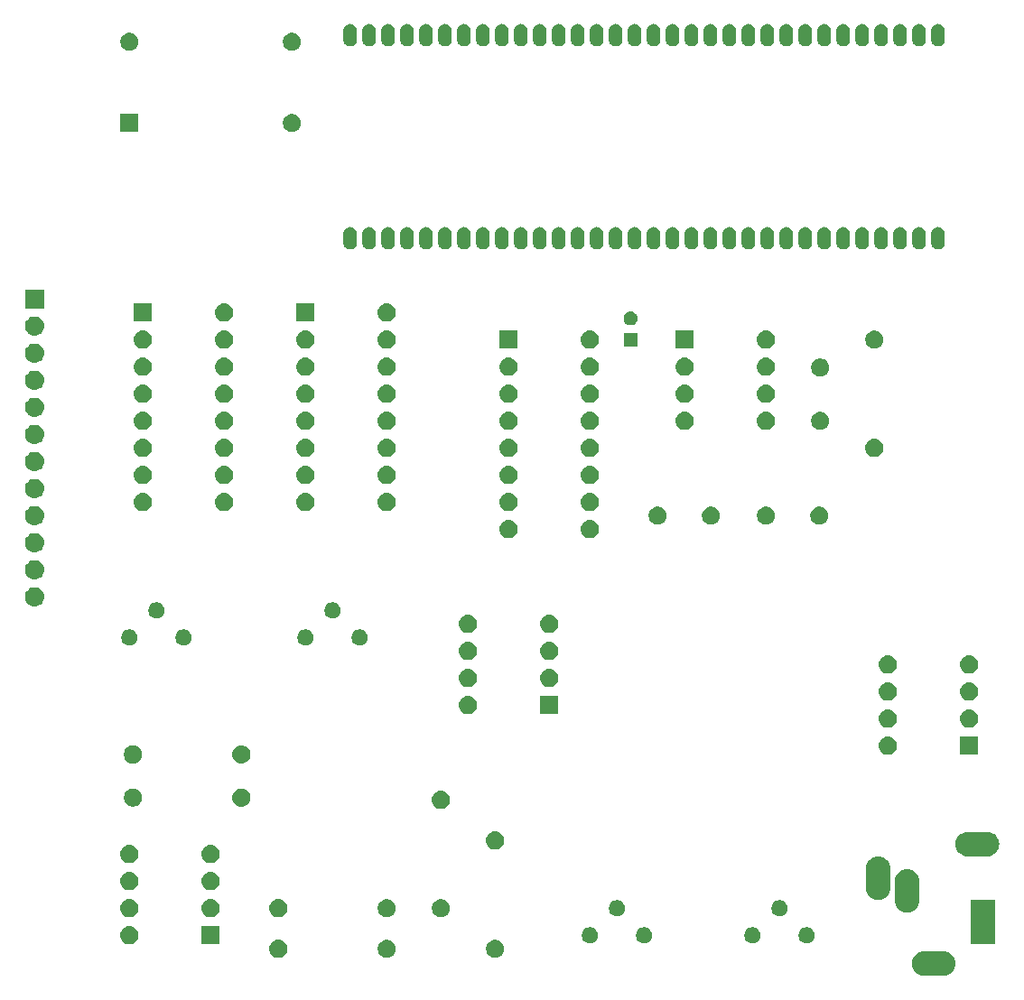
<source format=gbs>
G04 #@! TF.GenerationSoftware,KiCad,Pcbnew,(5.1.4)-1*
G04 #@! TF.CreationDate,2020-01-15T00:46:40+09:00*
G04 #@! TF.ProjectId,m5fm,6d35666d-2e6b-4696-9361-645f70636258,rev?*
G04 #@! TF.SameCoordinates,Original*
G04 #@! TF.FileFunction,Soldermask,Bot*
G04 #@! TF.FilePolarity,Negative*
%FSLAX46Y46*%
G04 Gerber Fmt 4.6, Leading zero omitted, Abs format (unit mm)*
G04 Created by KiCad (PCBNEW (5.1.4)-1) date 2020-01-15 00:46:40*
%MOMM*%
%LPD*%
G04 APERTURE LIST*
%ADD10C,0.100000*%
G04 APERTURE END LIST*
D10*
G36*
X152679271Y-119600103D02*
G01*
X152735635Y-119605654D01*
X152952600Y-119671470D01*
X152952602Y-119671471D01*
X153152555Y-119778347D01*
X153327818Y-119922182D01*
X153471653Y-120097445D01*
X153578529Y-120297398D01*
X153644346Y-120514366D01*
X153666569Y-120740000D01*
X153644346Y-120965634D01*
X153578529Y-121182602D01*
X153471653Y-121382555D01*
X153327818Y-121557818D01*
X153152555Y-121701653D01*
X152952602Y-121808529D01*
X152952600Y-121808530D01*
X152735635Y-121874346D01*
X152679271Y-121879897D01*
X152566545Y-121891000D01*
X150653455Y-121891000D01*
X150540729Y-121879897D01*
X150484365Y-121874346D01*
X150267400Y-121808530D01*
X150267398Y-121808529D01*
X150067445Y-121701653D01*
X149892182Y-121557818D01*
X149748347Y-121382555D01*
X149641471Y-121182602D01*
X149575654Y-120965634D01*
X149553431Y-120740000D01*
X149575654Y-120514366D01*
X149641471Y-120297398D01*
X149748347Y-120097445D01*
X149892182Y-119922182D01*
X150067445Y-119778347D01*
X150267398Y-119671471D01*
X150267400Y-119671470D01*
X150484365Y-119605654D01*
X150540729Y-119600103D01*
X150653455Y-119589000D01*
X152566545Y-119589000D01*
X152679271Y-119600103D01*
X152679271Y-119600103D01*
G37*
G36*
X110738228Y-118561703D02*
G01*
X110893100Y-118625853D01*
X111032481Y-118718985D01*
X111151015Y-118837519D01*
X111244147Y-118976900D01*
X111308297Y-119131772D01*
X111341000Y-119296184D01*
X111341000Y-119463816D01*
X111308297Y-119628228D01*
X111244147Y-119783100D01*
X111151015Y-119922481D01*
X111032481Y-120041015D01*
X110893100Y-120134147D01*
X110738228Y-120198297D01*
X110573816Y-120231000D01*
X110406184Y-120231000D01*
X110241772Y-120198297D01*
X110086900Y-120134147D01*
X109947519Y-120041015D01*
X109828985Y-119922481D01*
X109735853Y-119783100D01*
X109671703Y-119628228D01*
X109639000Y-119463816D01*
X109639000Y-119296184D01*
X109671703Y-119131772D01*
X109735853Y-118976900D01*
X109828985Y-118837519D01*
X109947519Y-118718985D01*
X110086900Y-118625853D01*
X110241772Y-118561703D01*
X110406184Y-118529000D01*
X110573816Y-118529000D01*
X110738228Y-118561703D01*
X110738228Y-118561703D01*
G37*
G36*
X90336823Y-118541313D02*
G01*
X90497242Y-118589976D01*
X90564361Y-118625852D01*
X90645078Y-118668996D01*
X90774659Y-118775341D01*
X90881004Y-118904922D01*
X90881005Y-118904924D01*
X90960024Y-119052758D01*
X91008687Y-119213177D01*
X91025117Y-119380000D01*
X91008687Y-119546823D01*
X90960024Y-119707242D01*
X90919477Y-119783100D01*
X90881004Y-119855078D01*
X90774659Y-119984659D01*
X90645078Y-120091004D01*
X90645076Y-120091005D01*
X90497242Y-120170024D01*
X90336823Y-120218687D01*
X90211804Y-120231000D01*
X90128196Y-120231000D01*
X90003177Y-120218687D01*
X89842758Y-120170024D01*
X89694924Y-120091005D01*
X89694922Y-120091004D01*
X89565341Y-119984659D01*
X89458996Y-119855078D01*
X89420523Y-119783100D01*
X89379976Y-119707242D01*
X89331313Y-119546823D01*
X89314883Y-119380000D01*
X89331313Y-119213177D01*
X89379976Y-119052758D01*
X89458995Y-118904924D01*
X89458996Y-118904922D01*
X89565341Y-118775341D01*
X89694922Y-118668996D01*
X89775639Y-118625852D01*
X89842758Y-118589976D01*
X90003177Y-118541313D01*
X90128196Y-118529000D01*
X90211804Y-118529000D01*
X90336823Y-118541313D01*
X90336823Y-118541313D01*
G37*
G36*
X100578228Y-118561703D02*
G01*
X100733100Y-118625853D01*
X100872481Y-118718985D01*
X100991015Y-118837519D01*
X101084147Y-118976900D01*
X101148297Y-119131772D01*
X101181000Y-119296184D01*
X101181000Y-119463816D01*
X101148297Y-119628228D01*
X101084147Y-119783100D01*
X100991015Y-119922481D01*
X100872481Y-120041015D01*
X100733100Y-120134147D01*
X100578228Y-120198297D01*
X100413816Y-120231000D01*
X100246184Y-120231000D01*
X100081772Y-120198297D01*
X99926900Y-120134147D01*
X99787519Y-120041015D01*
X99668985Y-119922481D01*
X99575853Y-119783100D01*
X99511703Y-119628228D01*
X99479000Y-119463816D01*
X99479000Y-119296184D01*
X99511703Y-119131772D01*
X99575853Y-118976900D01*
X99668985Y-118837519D01*
X99787519Y-118718985D01*
X99926900Y-118625853D01*
X100081772Y-118561703D01*
X100246184Y-118529000D01*
X100413816Y-118529000D01*
X100578228Y-118561703D01*
X100578228Y-118561703D01*
G37*
G36*
X84671000Y-118961000D02*
G01*
X82969000Y-118961000D01*
X82969000Y-117259000D01*
X84671000Y-117259000D01*
X84671000Y-118961000D01*
X84671000Y-118961000D01*
G37*
G36*
X76366823Y-117271313D02*
G01*
X76527242Y-117319976D01*
X76562833Y-117339000D01*
X76675078Y-117398996D01*
X76804659Y-117505341D01*
X76911004Y-117634922D01*
X76911005Y-117634924D01*
X76990024Y-117782758D01*
X77038687Y-117943177D01*
X77055117Y-118110000D01*
X77038687Y-118276823D01*
X76990024Y-118437242D01*
X76940978Y-118529000D01*
X76911004Y-118585078D01*
X76804659Y-118714659D01*
X76675078Y-118821004D01*
X76675076Y-118821005D01*
X76527242Y-118900024D01*
X76366823Y-118948687D01*
X76241804Y-118961000D01*
X76158196Y-118961000D01*
X76033177Y-118948687D01*
X75872758Y-118900024D01*
X75724924Y-118821005D01*
X75724922Y-118821004D01*
X75595341Y-118714659D01*
X75488996Y-118585078D01*
X75459022Y-118529000D01*
X75409976Y-118437242D01*
X75361313Y-118276823D01*
X75344883Y-118110000D01*
X75361313Y-117943177D01*
X75409976Y-117782758D01*
X75488995Y-117634924D01*
X75488996Y-117634922D01*
X75595341Y-117505341D01*
X75724922Y-117398996D01*
X75837167Y-117339000D01*
X75872758Y-117319976D01*
X76033177Y-117271313D01*
X76158196Y-117259000D01*
X76241804Y-117259000D01*
X76366823Y-117271313D01*
X76366823Y-117271313D01*
G37*
G36*
X157361000Y-118891000D02*
G01*
X155059000Y-118891000D01*
X155059000Y-114789000D01*
X157361000Y-114789000D01*
X157361000Y-118891000D01*
X157361000Y-118891000D01*
G37*
G36*
X134745589Y-117348876D02*
G01*
X134844893Y-117368629D01*
X134985206Y-117426748D01*
X135111484Y-117511125D01*
X135218875Y-117618516D01*
X135303252Y-117744794D01*
X135361371Y-117885107D01*
X135391000Y-118034063D01*
X135391000Y-118185937D01*
X135361371Y-118334893D01*
X135303252Y-118475206D01*
X135218875Y-118601484D01*
X135111484Y-118708875D01*
X134985206Y-118793252D01*
X134844893Y-118851371D01*
X134745589Y-118871124D01*
X134695938Y-118881000D01*
X134544062Y-118881000D01*
X134494411Y-118871124D01*
X134395107Y-118851371D01*
X134254794Y-118793252D01*
X134128516Y-118708875D01*
X134021125Y-118601484D01*
X133936748Y-118475206D01*
X133878629Y-118334893D01*
X133849000Y-118185937D01*
X133849000Y-118034063D01*
X133878629Y-117885107D01*
X133936748Y-117744794D01*
X134021125Y-117618516D01*
X134128516Y-117511125D01*
X134254794Y-117426748D01*
X134395107Y-117368629D01*
X134494411Y-117348876D01*
X134544062Y-117339000D01*
X134695938Y-117339000D01*
X134745589Y-117348876D01*
X134745589Y-117348876D01*
G37*
G36*
X124585589Y-117348876D02*
G01*
X124684893Y-117368629D01*
X124825206Y-117426748D01*
X124951484Y-117511125D01*
X125058875Y-117618516D01*
X125143252Y-117744794D01*
X125201371Y-117885107D01*
X125231000Y-118034063D01*
X125231000Y-118185937D01*
X125201371Y-118334893D01*
X125143252Y-118475206D01*
X125058875Y-118601484D01*
X124951484Y-118708875D01*
X124825206Y-118793252D01*
X124684893Y-118851371D01*
X124585589Y-118871124D01*
X124535938Y-118881000D01*
X124384062Y-118881000D01*
X124334411Y-118871124D01*
X124235107Y-118851371D01*
X124094794Y-118793252D01*
X123968516Y-118708875D01*
X123861125Y-118601484D01*
X123776748Y-118475206D01*
X123718629Y-118334893D01*
X123689000Y-118185937D01*
X123689000Y-118034063D01*
X123718629Y-117885107D01*
X123776748Y-117744794D01*
X123861125Y-117618516D01*
X123968516Y-117511125D01*
X124094794Y-117426748D01*
X124235107Y-117368629D01*
X124334411Y-117348876D01*
X124384062Y-117339000D01*
X124535938Y-117339000D01*
X124585589Y-117348876D01*
X124585589Y-117348876D01*
G37*
G36*
X119505589Y-117348876D02*
G01*
X119604893Y-117368629D01*
X119745206Y-117426748D01*
X119871484Y-117511125D01*
X119978875Y-117618516D01*
X120063252Y-117744794D01*
X120121371Y-117885107D01*
X120151000Y-118034063D01*
X120151000Y-118185937D01*
X120121371Y-118334893D01*
X120063252Y-118475206D01*
X119978875Y-118601484D01*
X119871484Y-118708875D01*
X119745206Y-118793252D01*
X119604893Y-118851371D01*
X119505589Y-118871124D01*
X119455938Y-118881000D01*
X119304062Y-118881000D01*
X119254411Y-118871124D01*
X119155107Y-118851371D01*
X119014794Y-118793252D01*
X118888516Y-118708875D01*
X118781125Y-118601484D01*
X118696748Y-118475206D01*
X118638629Y-118334893D01*
X118609000Y-118185937D01*
X118609000Y-118034063D01*
X118638629Y-117885107D01*
X118696748Y-117744794D01*
X118781125Y-117618516D01*
X118888516Y-117511125D01*
X119014794Y-117426748D01*
X119155107Y-117368629D01*
X119254411Y-117348876D01*
X119304062Y-117339000D01*
X119455938Y-117339000D01*
X119505589Y-117348876D01*
X119505589Y-117348876D01*
G37*
G36*
X139825589Y-117348876D02*
G01*
X139924893Y-117368629D01*
X140065206Y-117426748D01*
X140191484Y-117511125D01*
X140298875Y-117618516D01*
X140383252Y-117744794D01*
X140441371Y-117885107D01*
X140471000Y-118034063D01*
X140471000Y-118185937D01*
X140441371Y-118334893D01*
X140383252Y-118475206D01*
X140298875Y-118601484D01*
X140191484Y-118708875D01*
X140065206Y-118793252D01*
X139924893Y-118851371D01*
X139825589Y-118871124D01*
X139775938Y-118881000D01*
X139624062Y-118881000D01*
X139574411Y-118871124D01*
X139475107Y-118851371D01*
X139334794Y-118793252D01*
X139208516Y-118708875D01*
X139101125Y-118601484D01*
X139016748Y-118475206D01*
X138958629Y-118334893D01*
X138929000Y-118185937D01*
X138929000Y-118034063D01*
X138958629Y-117885107D01*
X139016748Y-117744794D01*
X139101125Y-117618516D01*
X139208516Y-117511125D01*
X139334794Y-117426748D01*
X139475107Y-117368629D01*
X139574411Y-117348876D01*
X139624062Y-117339000D01*
X139775938Y-117339000D01*
X139825589Y-117348876D01*
X139825589Y-117348876D01*
G37*
G36*
X90336823Y-114731313D02*
G01*
X90497242Y-114779976D01*
X90532833Y-114799000D01*
X90645078Y-114858996D01*
X90774659Y-114965341D01*
X90881004Y-115094922D01*
X90881005Y-115094924D01*
X90960024Y-115242758D01*
X91008687Y-115403177D01*
X91025117Y-115570000D01*
X91008687Y-115736823D01*
X90960024Y-115897242D01*
X90889114Y-116029906D01*
X90881004Y-116045078D01*
X90774659Y-116174659D01*
X90645078Y-116281004D01*
X90645076Y-116281005D01*
X90497242Y-116360024D01*
X90336823Y-116408687D01*
X90211804Y-116421000D01*
X90128196Y-116421000D01*
X90003177Y-116408687D01*
X89842758Y-116360024D01*
X89694924Y-116281005D01*
X89694922Y-116281004D01*
X89565341Y-116174659D01*
X89458996Y-116045078D01*
X89450886Y-116029906D01*
X89379976Y-115897242D01*
X89331313Y-115736823D01*
X89314883Y-115570000D01*
X89331313Y-115403177D01*
X89379976Y-115242758D01*
X89458995Y-115094924D01*
X89458996Y-115094922D01*
X89565341Y-114965341D01*
X89694922Y-114858996D01*
X89807167Y-114799000D01*
X89842758Y-114779976D01*
X90003177Y-114731313D01*
X90128196Y-114719000D01*
X90211804Y-114719000D01*
X90336823Y-114731313D01*
X90336823Y-114731313D01*
G37*
G36*
X83986823Y-114731313D02*
G01*
X84147242Y-114779976D01*
X84182833Y-114799000D01*
X84295078Y-114858996D01*
X84424659Y-114965341D01*
X84531004Y-115094922D01*
X84531005Y-115094924D01*
X84610024Y-115242758D01*
X84658687Y-115403177D01*
X84675117Y-115570000D01*
X84658687Y-115736823D01*
X84610024Y-115897242D01*
X84539114Y-116029906D01*
X84531004Y-116045078D01*
X84424659Y-116174659D01*
X84295078Y-116281004D01*
X84295076Y-116281005D01*
X84147242Y-116360024D01*
X83986823Y-116408687D01*
X83861804Y-116421000D01*
X83778196Y-116421000D01*
X83653177Y-116408687D01*
X83492758Y-116360024D01*
X83344924Y-116281005D01*
X83344922Y-116281004D01*
X83215341Y-116174659D01*
X83108996Y-116045078D01*
X83100886Y-116029906D01*
X83029976Y-115897242D01*
X82981313Y-115736823D01*
X82964883Y-115570000D01*
X82981313Y-115403177D01*
X83029976Y-115242758D01*
X83108995Y-115094924D01*
X83108996Y-115094922D01*
X83215341Y-114965341D01*
X83344922Y-114858996D01*
X83457167Y-114799000D01*
X83492758Y-114779976D01*
X83653177Y-114731313D01*
X83778196Y-114719000D01*
X83861804Y-114719000D01*
X83986823Y-114731313D01*
X83986823Y-114731313D01*
G37*
G36*
X76366823Y-114731313D02*
G01*
X76527242Y-114779976D01*
X76562833Y-114799000D01*
X76675078Y-114858996D01*
X76804659Y-114965341D01*
X76911004Y-115094922D01*
X76911005Y-115094924D01*
X76990024Y-115242758D01*
X77038687Y-115403177D01*
X77055117Y-115570000D01*
X77038687Y-115736823D01*
X76990024Y-115897242D01*
X76919114Y-116029906D01*
X76911004Y-116045078D01*
X76804659Y-116174659D01*
X76675078Y-116281004D01*
X76675076Y-116281005D01*
X76527242Y-116360024D01*
X76366823Y-116408687D01*
X76241804Y-116421000D01*
X76158196Y-116421000D01*
X76033177Y-116408687D01*
X75872758Y-116360024D01*
X75724924Y-116281005D01*
X75724922Y-116281004D01*
X75595341Y-116174659D01*
X75488996Y-116045078D01*
X75480886Y-116029906D01*
X75409976Y-115897242D01*
X75361313Y-115736823D01*
X75344883Y-115570000D01*
X75361313Y-115403177D01*
X75409976Y-115242758D01*
X75488995Y-115094924D01*
X75488996Y-115094922D01*
X75595341Y-114965341D01*
X75724922Y-114858996D01*
X75837167Y-114799000D01*
X75872758Y-114779976D01*
X76033177Y-114731313D01*
X76158196Y-114719000D01*
X76241804Y-114719000D01*
X76366823Y-114731313D01*
X76366823Y-114731313D01*
G37*
G36*
X105658228Y-114751703D02*
G01*
X105813100Y-114815853D01*
X105952481Y-114908985D01*
X106071015Y-115027519D01*
X106164147Y-115166900D01*
X106228297Y-115321772D01*
X106261000Y-115486184D01*
X106261000Y-115653816D01*
X106228297Y-115818228D01*
X106164147Y-115973100D01*
X106071015Y-116112481D01*
X105952481Y-116231015D01*
X105813100Y-116324147D01*
X105658228Y-116388297D01*
X105493816Y-116421000D01*
X105326184Y-116421000D01*
X105161772Y-116388297D01*
X105006900Y-116324147D01*
X104867519Y-116231015D01*
X104748985Y-116112481D01*
X104655853Y-115973100D01*
X104591703Y-115818228D01*
X104559000Y-115653816D01*
X104559000Y-115486184D01*
X104591703Y-115321772D01*
X104655853Y-115166900D01*
X104748985Y-115027519D01*
X104867519Y-114908985D01*
X105006900Y-114815853D01*
X105161772Y-114751703D01*
X105326184Y-114719000D01*
X105493816Y-114719000D01*
X105658228Y-114751703D01*
X105658228Y-114751703D01*
G37*
G36*
X100578228Y-114751703D02*
G01*
X100733100Y-114815853D01*
X100872481Y-114908985D01*
X100991015Y-115027519D01*
X101084147Y-115166900D01*
X101148297Y-115321772D01*
X101181000Y-115486184D01*
X101181000Y-115653816D01*
X101148297Y-115818228D01*
X101084147Y-115973100D01*
X100991015Y-116112481D01*
X100872481Y-116231015D01*
X100733100Y-116324147D01*
X100578228Y-116388297D01*
X100413816Y-116421000D01*
X100246184Y-116421000D01*
X100081772Y-116388297D01*
X99926900Y-116324147D01*
X99787519Y-116231015D01*
X99668985Y-116112481D01*
X99575853Y-115973100D01*
X99511703Y-115818228D01*
X99479000Y-115653816D01*
X99479000Y-115486184D01*
X99511703Y-115321772D01*
X99575853Y-115166900D01*
X99668985Y-115027519D01*
X99787519Y-114908985D01*
X99926900Y-114815853D01*
X100081772Y-114751703D01*
X100246184Y-114719000D01*
X100413816Y-114719000D01*
X100578228Y-114751703D01*
X100578228Y-114751703D01*
G37*
G36*
X137285589Y-114808876D02*
G01*
X137384893Y-114828629D01*
X137525206Y-114886748D01*
X137651484Y-114971125D01*
X137758875Y-115078516D01*
X137843252Y-115204794D01*
X137901371Y-115345107D01*
X137931000Y-115494063D01*
X137931000Y-115645937D01*
X137901371Y-115794893D01*
X137843252Y-115935206D01*
X137758875Y-116061484D01*
X137651484Y-116168875D01*
X137525206Y-116253252D01*
X137384893Y-116311371D01*
X137320663Y-116324147D01*
X137235938Y-116341000D01*
X137084062Y-116341000D01*
X136999337Y-116324147D01*
X136935107Y-116311371D01*
X136794794Y-116253252D01*
X136668516Y-116168875D01*
X136561125Y-116061484D01*
X136476748Y-115935206D01*
X136418629Y-115794893D01*
X136389000Y-115645937D01*
X136389000Y-115494063D01*
X136418629Y-115345107D01*
X136476748Y-115204794D01*
X136561125Y-115078516D01*
X136668516Y-114971125D01*
X136794794Y-114886748D01*
X136935107Y-114828629D01*
X137034411Y-114808876D01*
X137084062Y-114799000D01*
X137235938Y-114799000D01*
X137285589Y-114808876D01*
X137285589Y-114808876D01*
G37*
G36*
X122045589Y-114808876D02*
G01*
X122144893Y-114828629D01*
X122285206Y-114886748D01*
X122411484Y-114971125D01*
X122518875Y-115078516D01*
X122603252Y-115204794D01*
X122661371Y-115345107D01*
X122691000Y-115494063D01*
X122691000Y-115645937D01*
X122661371Y-115794893D01*
X122603252Y-115935206D01*
X122518875Y-116061484D01*
X122411484Y-116168875D01*
X122285206Y-116253252D01*
X122144893Y-116311371D01*
X122080663Y-116324147D01*
X121995938Y-116341000D01*
X121844062Y-116341000D01*
X121759337Y-116324147D01*
X121695107Y-116311371D01*
X121554794Y-116253252D01*
X121428516Y-116168875D01*
X121321125Y-116061484D01*
X121236748Y-115935206D01*
X121178629Y-115794893D01*
X121149000Y-115645937D01*
X121149000Y-115494063D01*
X121178629Y-115345107D01*
X121236748Y-115204794D01*
X121321125Y-115078516D01*
X121428516Y-114971125D01*
X121554794Y-114886748D01*
X121695107Y-114828629D01*
X121794411Y-114808876D01*
X121844062Y-114799000D01*
X121995938Y-114799000D01*
X122045589Y-114808876D01*
X122045589Y-114808876D01*
G37*
G36*
X149335634Y-111905654D02*
G01*
X149552599Y-111971470D01*
X149552601Y-111971471D01*
X149752553Y-112078347D01*
X149752555Y-112078348D01*
X149752554Y-112078348D01*
X149927818Y-112222182D01*
X149992652Y-112301183D01*
X150071653Y-112397445D01*
X150155825Y-112554922D01*
X150178530Y-112597400D01*
X150244346Y-112814365D01*
X150261000Y-112983457D01*
X150261000Y-114896543D01*
X150244346Y-115065635D01*
X150202132Y-115204796D01*
X150178529Y-115282602D01*
X150071653Y-115482555D01*
X149927818Y-115657818D01*
X149752555Y-115801653D01*
X149552602Y-115908529D01*
X149552600Y-115908530D01*
X149335635Y-115974346D01*
X149110000Y-115996569D01*
X148884366Y-115974346D01*
X148667401Y-115908530D01*
X148667399Y-115908529D01*
X148467446Y-115801653D01*
X148292183Y-115657818D01*
X148148348Y-115482555D01*
X148041472Y-115282602D01*
X148017870Y-115204796D01*
X147975655Y-115065635D01*
X147959000Y-114896543D01*
X147959000Y-112983458D01*
X147975654Y-112814366D01*
X148041470Y-112597401D01*
X148064175Y-112554922D01*
X148148347Y-112397447D01*
X148212730Y-112318996D01*
X148292182Y-112222182D01*
X148371183Y-112157348D01*
X148467445Y-112078347D01*
X148667398Y-111971471D01*
X148667400Y-111971470D01*
X148884365Y-111905654D01*
X149110000Y-111883431D01*
X149335634Y-111905654D01*
X149335634Y-111905654D01*
G37*
G36*
X146635634Y-110705654D02*
G01*
X146852599Y-110771470D01*
X146852601Y-110771471D01*
X147052553Y-110878347D01*
X147052555Y-110878348D01*
X147052554Y-110878348D01*
X147227818Y-111022182D01*
X147287298Y-111094659D01*
X147371653Y-111197445D01*
X147478529Y-111397398D01*
X147544346Y-111614366D01*
X147561000Y-111783455D01*
X147561000Y-113696545D01*
X147544346Y-113865634D01*
X147478529Y-114082602D01*
X147371653Y-114282555D01*
X147227818Y-114457818D01*
X147052555Y-114601653D01*
X146852602Y-114708529D01*
X146852600Y-114708530D01*
X146635635Y-114774346D01*
X146410000Y-114796569D01*
X146184366Y-114774346D01*
X145967401Y-114708530D01*
X145967399Y-114708529D01*
X145767446Y-114601653D01*
X145592183Y-114457818D01*
X145448348Y-114282555D01*
X145341472Y-114082602D01*
X145275655Y-113865634D01*
X145271163Y-113820024D01*
X145259000Y-113696543D01*
X145259000Y-111783458D01*
X145275654Y-111614366D01*
X145341470Y-111397401D01*
X145378199Y-111328686D01*
X145448347Y-111197447D01*
X145470219Y-111170796D01*
X145592182Y-111022182D01*
X145671183Y-110957348D01*
X145767445Y-110878347D01*
X145967398Y-110771471D01*
X145967400Y-110771470D01*
X146184365Y-110705654D01*
X146410000Y-110683431D01*
X146635634Y-110705654D01*
X146635634Y-110705654D01*
G37*
G36*
X83986823Y-112191313D02*
G01*
X84147242Y-112239976D01*
X84279906Y-112310886D01*
X84295078Y-112318996D01*
X84424659Y-112425341D01*
X84531004Y-112554922D01*
X84531005Y-112554924D01*
X84610024Y-112702758D01*
X84658687Y-112863177D01*
X84675117Y-113030000D01*
X84658687Y-113196823D01*
X84610024Y-113357242D01*
X84539114Y-113489906D01*
X84531004Y-113505078D01*
X84424659Y-113634659D01*
X84295078Y-113741004D01*
X84295076Y-113741005D01*
X84147242Y-113820024D01*
X83986823Y-113868687D01*
X83861804Y-113881000D01*
X83778196Y-113881000D01*
X83653177Y-113868687D01*
X83492758Y-113820024D01*
X83344924Y-113741005D01*
X83344922Y-113741004D01*
X83215341Y-113634659D01*
X83108996Y-113505078D01*
X83100886Y-113489906D01*
X83029976Y-113357242D01*
X82981313Y-113196823D01*
X82964883Y-113030000D01*
X82981313Y-112863177D01*
X83029976Y-112702758D01*
X83108995Y-112554924D01*
X83108996Y-112554922D01*
X83215341Y-112425341D01*
X83344922Y-112318996D01*
X83360094Y-112310886D01*
X83492758Y-112239976D01*
X83653177Y-112191313D01*
X83778196Y-112179000D01*
X83861804Y-112179000D01*
X83986823Y-112191313D01*
X83986823Y-112191313D01*
G37*
G36*
X76366823Y-112191313D02*
G01*
X76527242Y-112239976D01*
X76659906Y-112310886D01*
X76675078Y-112318996D01*
X76804659Y-112425341D01*
X76911004Y-112554922D01*
X76911005Y-112554924D01*
X76990024Y-112702758D01*
X77038687Y-112863177D01*
X77055117Y-113030000D01*
X77038687Y-113196823D01*
X76990024Y-113357242D01*
X76919114Y-113489906D01*
X76911004Y-113505078D01*
X76804659Y-113634659D01*
X76675078Y-113741004D01*
X76675076Y-113741005D01*
X76527242Y-113820024D01*
X76366823Y-113868687D01*
X76241804Y-113881000D01*
X76158196Y-113881000D01*
X76033177Y-113868687D01*
X75872758Y-113820024D01*
X75724924Y-113741005D01*
X75724922Y-113741004D01*
X75595341Y-113634659D01*
X75488996Y-113505078D01*
X75480886Y-113489906D01*
X75409976Y-113357242D01*
X75361313Y-113196823D01*
X75344883Y-113030000D01*
X75361313Y-112863177D01*
X75409976Y-112702758D01*
X75488995Y-112554924D01*
X75488996Y-112554922D01*
X75595341Y-112425341D01*
X75724922Y-112318996D01*
X75740094Y-112310886D01*
X75872758Y-112239976D01*
X76033177Y-112191313D01*
X76158196Y-112179000D01*
X76241804Y-112179000D01*
X76366823Y-112191313D01*
X76366823Y-112191313D01*
G37*
G36*
X76366823Y-109651313D02*
G01*
X76527242Y-109699976D01*
X76650079Y-109765634D01*
X76675078Y-109778996D01*
X76804659Y-109885341D01*
X76911004Y-110014922D01*
X76911005Y-110014924D01*
X76990024Y-110162758D01*
X77038687Y-110323177D01*
X77055117Y-110490000D01*
X77038687Y-110656823D01*
X76990024Y-110817242D01*
X76957362Y-110878348D01*
X76911004Y-110965078D01*
X76804659Y-111094659D01*
X76675078Y-111201004D01*
X76675076Y-111201005D01*
X76527242Y-111280024D01*
X76366823Y-111328687D01*
X76241804Y-111341000D01*
X76158196Y-111341000D01*
X76033177Y-111328687D01*
X75872758Y-111280024D01*
X75724924Y-111201005D01*
X75724922Y-111201004D01*
X75595341Y-111094659D01*
X75488996Y-110965078D01*
X75442638Y-110878348D01*
X75409976Y-110817242D01*
X75361313Y-110656823D01*
X75344883Y-110490000D01*
X75361313Y-110323177D01*
X75409976Y-110162758D01*
X75488995Y-110014924D01*
X75488996Y-110014922D01*
X75595341Y-109885341D01*
X75724922Y-109778996D01*
X75749921Y-109765634D01*
X75872758Y-109699976D01*
X76033177Y-109651313D01*
X76158196Y-109639000D01*
X76241804Y-109639000D01*
X76366823Y-109651313D01*
X76366823Y-109651313D01*
G37*
G36*
X83986823Y-109651313D02*
G01*
X84147242Y-109699976D01*
X84270079Y-109765634D01*
X84295078Y-109778996D01*
X84424659Y-109885341D01*
X84531004Y-110014922D01*
X84531005Y-110014924D01*
X84610024Y-110162758D01*
X84658687Y-110323177D01*
X84675117Y-110490000D01*
X84658687Y-110656823D01*
X84610024Y-110817242D01*
X84577362Y-110878348D01*
X84531004Y-110965078D01*
X84424659Y-111094659D01*
X84295078Y-111201004D01*
X84295076Y-111201005D01*
X84147242Y-111280024D01*
X83986823Y-111328687D01*
X83861804Y-111341000D01*
X83778196Y-111341000D01*
X83653177Y-111328687D01*
X83492758Y-111280024D01*
X83344924Y-111201005D01*
X83344922Y-111201004D01*
X83215341Y-111094659D01*
X83108996Y-110965078D01*
X83062638Y-110878348D01*
X83029976Y-110817242D01*
X82981313Y-110656823D01*
X82964883Y-110490000D01*
X82981313Y-110323177D01*
X83029976Y-110162758D01*
X83108995Y-110014924D01*
X83108996Y-110014922D01*
X83215341Y-109885341D01*
X83344922Y-109778996D01*
X83369921Y-109765634D01*
X83492758Y-109699976D01*
X83653177Y-109651313D01*
X83778196Y-109639000D01*
X83861804Y-109639000D01*
X83986823Y-109651313D01*
X83986823Y-109651313D01*
G37*
G36*
X156779271Y-108400103D02*
G01*
X156835635Y-108405654D01*
X157052600Y-108471470D01*
X157052602Y-108471471D01*
X157252555Y-108578347D01*
X157427818Y-108722182D01*
X157571653Y-108897445D01*
X157678529Y-109097398D01*
X157678530Y-109097400D01*
X157744346Y-109314365D01*
X157766569Y-109540000D01*
X157744346Y-109765635D01*
X157694182Y-109931004D01*
X157678529Y-109982602D01*
X157571653Y-110182555D01*
X157427818Y-110357818D01*
X157252555Y-110501653D01*
X157052602Y-110608529D01*
X157052600Y-110608530D01*
X156835635Y-110674346D01*
X156779271Y-110679897D01*
X156666545Y-110691000D01*
X154753455Y-110691000D01*
X154640729Y-110679897D01*
X154584365Y-110674346D01*
X154367400Y-110608530D01*
X154367398Y-110608529D01*
X154167445Y-110501653D01*
X153992182Y-110357818D01*
X153848347Y-110182555D01*
X153741471Y-109982602D01*
X153725819Y-109931004D01*
X153675654Y-109765635D01*
X153653431Y-109540000D01*
X153675654Y-109314365D01*
X153741470Y-109097400D01*
X153741471Y-109097398D01*
X153848347Y-108897445D01*
X153992182Y-108722182D01*
X154167445Y-108578347D01*
X154367398Y-108471471D01*
X154367400Y-108471470D01*
X154584365Y-108405654D01*
X154640729Y-108400103D01*
X154753455Y-108389000D01*
X156666545Y-108389000D01*
X156779271Y-108400103D01*
X156779271Y-108400103D01*
G37*
G36*
X110656823Y-108381313D02*
G01*
X110817242Y-108429976D01*
X110949906Y-108500886D01*
X110965078Y-108508996D01*
X111094659Y-108615341D01*
X111201004Y-108744922D01*
X111201005Y-108744924D01*
X111280024Y-108892758D01*
X111328687Y-109053177D01*
X111345117Y-109220000D01*
X111328687Y-109386823D01*
X111280024Y-109547242D01*
X111230978Y-109639000D01*
X111201004Y-109695078D01*
X111094659Y-109824659D01*
X110965078Y-109931004D01*
X110965076Y-109931005D01*
X110817242Y-110010024D01*
X110656823Y-110058687D01*
X110531804Y-110071000D01*
X110448196Y-110071000D01*
X110323177Y-110058687D01*
X110162758Y-110010024D01*
X110014924Y-109931005D01*
X110014922Y-109931004D01*
X109885341Y-109824659D01*
X109778996Y-109695078D01*
X109749022Y-109639000D01*
X109699976Y-109547242D01*
X109651313Y-109386823D01*
X109634883Y-109220000D01*
X109651313Y-109053177D01*
X109699976Y-108892758D01*
X109778995Y-108744924D01*
X109778996Y-108744922D01*
X109885341Y-108615341D01*
X110014922Y-108508996D01*
X110030094Y-108500886D01*
X110162758Y-108429976D01*
X110323177Y-108381313D01*
X110448196Y-108369000D01*
X110531804Y-108369000D01*
X110656823Y-108381313D01*
X110656823Y-108381313D01*
G37*
G36*
X105576823Y-104571313D02*
G01*
X105737242Y-104619976D01*
X105869906Y-104690886D01*
X105885078Y-104698996D01*
X106014659Y-104805341D01*
X106121004Y-104934922D01*
X106121005Y-104934924D01*
X106200024Y-105082758D01*
X106248687Y-105243177D01*
X106265117Y-105410000D01*
X106248687Y-105576823D01*
X106200024Y-105737242D01*
X106129114Y-105869906D01*
X106121004Y-105885078D01*
X106014659Y-106014659D01*
X105885078Y-106121004D01*
X105885076Y-106121005D01*
X105737242Y-106200024D01*
X105576823Y-106248687D01*
X105451804Y-106261000D01*
X105368196Y-106261000D01*
X105243177Y-106248687D01*
X105082758Y-106200024D01*
X104934924Y-106121005D01*
X104934922Y-106121004D01*
X104805341Y-106014659D01*
X104698996Y-105885078D01*
X104690886Y-105869906D01*
X104619976Y-105737242D01*
X104571313Y-105576823D01*
X104554883Y-105410000D01*
X104571313Y-105243177D01*
X104619976Y-105082758D01*
X104698995Y-104934924D01*
X104698996Y-104934922D01*
X104805341Y-104805341D01*
X104934922Y-104698996D01*
X104950094Y-104690886D01*
X105082758Y-104619976D01*
X105243177Y-104571313D01*
X105368196Y-104559000D01*
X105451804Y-104559000D01*
X105576823Y-104571313D01*
X105576823Y-104571313D01*
G37*
G36*
X86861823Y-104346313D02*
G01*
X87022242Y-104394976D01*
X87089361Y-104430852D01*
X87170078Y-104473996D01*
X87299659Y-104580341D01*
X87406004Y-104709922D01*
X87406005Y-104709924D01*
X87485024Y-104857758D01*
X87533687Y-105018177D01*
X87550117Y-105185000D01*
X87533687Y-105351823D01*
X87485024Y-105512242D01*
X87444477Y-105588100D01*
X87406004Y-105660078D01*
X87299659Y-105789659D01*
X87170078Y-105896004D01*
X87170076Y-105896005D01*
X87022242Y-105975024D01*
X86861823Y-106023687D01*
X86736804Y-106036000D01*
X86653196Y-106036000D01*
X86528177Y-106023687D01*
X86367758Y-105975024D01*
X86219924Y-105896005D01*
X86219922Y-105896004D01*
X86090341Y-105789659D01*
X85983996Y-105660078D01*
X85945523Y-105588100D01*
X85904976Y-105512242D01*
X85856313Y-105351823D01*
X85839883Y-105185000D01*
X85856313Y-105018177D01*
X85904976Y-104857758D01*
X85983995Y-104709924D01*
X85983996Y-104709922D01*
X86090341Y-104580341D01*
X86219922Y-104473996D01*
X86300639Y-104430852D01*
X86367758Y-104394976D01*
X86528177Y-104346313D01*
X86653196Y-104334000D01*
X86736804Y-104334000D01*
X86861823Y-104346313D01*
X86861823Y-104346313D01*
G37*
G36*
X76783228Y-104366703D02*
G01*
X76938100Y-104430853D01*
X77077481Y-104523985D01*
X77196015Y-104642519D01*
X77289147Y-104781900D01*
X77353297Y-104936772D01*
X77386000Y-105101184D01*
X77386000Y-105268816D01*
X77353297Y-105433228D01*
X77289147Y-105588100D01*
X77196015Y-105727481D01*
X77077481Y-105846015D01*
X76938100Y-105939147D01*
X76783228Y-106003297D01*
X76618816Y-106036000D01*
X76451184Y-106036000D01*
X76286772Y-106003297D01*
X76131900Y-105939147D01*
X75992519Y-105846015D01*
X75873985Y-105727481D01*
X75780853Y-105588100D01*
X75716703Y-105433228D01*
X75684000Y-105268816D01*
X75684000Y-105101184D01*
X75716703Y-104936772D01*
X75780853Y-104781900D01*
X75873985Y-104642519D01*
X75992519Y-104523985D01*
X76131900Y-104430853D01*
X76286772Y-104366703D01*
X76451184Y-104334000D01*
X76618816Y-104334000D01*
X76783228Y-104366703D01*
X76783228Y-104366703D01*
G37*
G36*
X76783228Y-100316703D02*
G01*
X76938100Y-100380853D01*
X77077481Y-100473985D01*
X77196015Y-100592519D01*
X77289147Y-100731900D01*
X77353297Y-100886772D01*
X77386000Y-101051184D01*
X77386000Y-101218816D01*
X77353297Y-101383228D01*
X77289147Y-101538100D01*
X77196015Y-101677481D01*
X77077481Y-101796015D01*
X76938100Y-101889147D01*
X76783228Y-101953297D01*
X76618816Y-101986000D01*
X76451184Y-101986000D01*
X76286772Y-101953297D01*
X76131900Y-101889147D01*
X75992519Y-101796015D01*
X75873985Y-101677481D01*
X75780853Y-101538100D01*
X75716703Y-101383228D01*
X75684000Y-101218816D01*
X75684000Y-101051184D01*
X75716703Y-100886772D01*
X75780853Y-100731900D01*
X75873985Y-100592519D01*
X75992519Y-100473985D01*
X76131900Y-100380853D01*
X76286772Y-100316703D01*
X76451184Y-100284000D01*
X76618816Y-100284000D01*
X76783228Y-100316703D01*
X76783228Y-100316703D01*
G37*
G36*
X86861823Y-100296313D02*
G01*
X87022242Y-100344976D01*
X87089361Y-100380852D01*
X87170078Y-100423996D01*
X87299659Y-100530341D01*
X87406004Y-100659922D01*
X87406005Y-100659924D01*
X87485024Y-100807758D01*
X87533687Y-100968177D01*
X87550117Y-101135000D01*
X87533687Y-101301823D01*
X87485024Y-101462242D01*
X87444477Y-101538100D01*
X87406004Y-101610078D01*
X87299659Y-101739659D01*
X87170078Y-101846004D01*
X87170076Y-101846005D01*
X87022242Y-101925024D01*
X86861823Y-101973687D01*
X86736804Y-101986000D01*
X86653196Y-101986000D01*
X86528177Y-101973687D01*
X86367758Y-101925024D01*
X86219924Y-101846005D01*
X86219922Y-101846004D01*
X86090341Y-101739659D01*
X85983996Y-101610078D01*
X85945523Y-101538100D01*
X85904976Y-101462242D01*
X85856313Y-101301823D01*
X85839883Y-101135000D01*
X85856313Y-100968177D01*
X85904976Y-100807758D01*
X85983995Y-100659924D01*
X85983996Y-100659922D01*
X86090341Y-100530341D01*
X86219922Y-100423996D01*
X86300639Y-100380852D01*
X86367758Y-100344976D01*
X86528177Y-100296313D01*
X86653196Y-100284000D01*
X86736804Y-100284000D01*
X86861823Y-100296313D01*
X86861823Y-100296313D01*
G37*
G36*
X155791000Y-101181000D02*
G01*
X154089000Y-101181000D01*
X154089000Y-99479000D01*
X155791000Y-99479000D01*
X155791000Y-101181000D01*
X155791000Y-101181000D01*
G37*
G36*
X147486823Y-99491313D02*
G01*
X147647242Y-99539976D01*
X147779906Y-99610886D01*
X147795078Y-99618996D01*
X147924659Y-99725341D01*
X148031004Y-99854922D01*
X148031005Y-99854924D01*
X148110024Y-100002758D01*
X148158687Y-100163177D01*
X148175117Y-100330000D01*
X148158687Y-100496823D01*
X148110024Y-100657242D01*
X148108590Y-100659924D01*
X148031004Y-100805078D01*
X147924659Y-100934659D01*
X147795078Y-101041004D01*
X147795076Y-101041005D01*
X147647242Y-101120024D01*
X147486823Y-101168687D01*
X147361804Y-101181000D01*
X147278196Y-101181000D01*
X147153177Y-101168687D01*
X146992758Y-101120024D01*
X146844924Y-101041005D01*
X146844922Y-101041004D01*
X146715341Y-100934659D01*
X146608996Y-100805078D01*
X146531410Y-100659924D01*
X146529976Y-100657242D01*
X146481313Y-100496823D01*
X146464883Y-100330000D01*
X146481313Y-100163177D01*
X146529976Y-100002758D01*
X146608995Y-99854924D01*
X146608996Y-99854922D01*
X146715341Y-99725341D01*
X146844922Y-99618996D01*
X146860094Y-99610886D01*
X146992758Y-99539976D01*
X147153177Y-99491313D01*
X147278196Y-99479000D01*
X147361804Y-99479000D01*
X147486823Y-99491313D01*
X147486823Y-99491313D01*
G37*
G36*
X147486823Y-96951313D02*
G01*
X147647242Y-96999976D01*
X147779906Y-97070886D01*
X147795078Y-97078996D01*
X147924659Y-97185341D01*
X148031004Y-97314922D01*
X148031005Y-97314924D01*
X148110024Y-97462758D01*
X148158687Y-97623177D01*
X148175117Y-97790000D01*
X148158687Y-97956823D01*
X148110024Y-98117242D01*
X148039114Y-98249906D01*
X148031004Y-98265078D01*
X147924659Y-98394659D01*
X147795078Y-98501004D01*
X147795076Y-98501005D01*
X147647242Y-98580024D01*
X147486823Y-98628687D01*
X147361804Y-98641000D01*
X147278196Y-98641000D01*
X147153177Y-98628687D01*
X146992758Y-98580024D01*
X146844924Y-98501005D01*
X146844922Y-98501004D01*
X146715341Y-98394659D01*
X146608996Y-98265078D01*
X146600886Y-98249906D01*
X146529976Y-98117242D01*
X146481313Y-97956823D01*
X146464883Y-97790000D01*
X146481313Y-97623177D01*
X146529976Y-97462758D01*
X146608995Y-97314924D01*
X146608996Y-97314922D01*
X146715341Y-97185341D01*
X146844922Y-97078996D01*
X146860094Y-97070886D01*
X146992758Y-96999976D01*
X147153177Y-96951313D01*
X147278196Y-96939000D01*
X147361804Y-96939000D01*
X147486823Y-96951313D01*
X147486823Y-96951313D01*
G37*
G36*
X155106823Y-96951313D02*
G01*
X155267242Y-96999976D01*
X155399906Y-97070886D01*
X155415078Y-97078996D01*
X155544659Y-97185341D01*
X155651004Y-97314922D01*
X155651005Y-97314924D01*
X155730024Y-97462758D01*
X155778687Y-97623177D01*
X155795117Y-97790000D01*
X155778687Y-97956823D01*
X155730024Y-98117242D01*
X155659114Y-98249906D01*
X155651004Y-98265078D01*
X155544659Y-98394659D01*
X155415078Y-98501004D01*
X155415076Y-98501005D01*
X155267242Y-98580024D01*
X155106823Y-98628687D01*
X154981804Y-98641000D01*
X154898196Y-98641000D01*
X154773177Y-98628687D01*
X154612758Y-98580024D01*
X154464924Y-98501005D01*
X154464922Y-98501004D01*
X154335341Y-98394659D01*
X154228996Y-98265078D01*
X154220886Y-98249906D01*
X154149976Y-98117242D01*
X154101313Y-97956823D01*
X154084883Y-97790000D01*
X154101313Y-97623177D01*
X154149976Y-97462758D01*
X154228995Y-97314924D01*
X154228996Y-97314922D01*
X154335341Y-97185341D01*
X154464922Y-97078996D01*
X154480094Y-97070886D01*
X154612758Y-96999976D01*
X154773177Y-96951313D01*
X154898196Y-96939000D01*
X154981804Y-96939000D01*
X155106823Y-96951313D01*
X155106823Y-96951313D01*
G37*
G36*
X108116823Y-95681313D02*
G01*
X108277242Y-95729976D01*
X108409906Y-95800886D01*
X108425078Y-95808996D01*
X108554659Y-95915341D01*
X108661004Y-96044922D01*
X108661005Y-96044924D01*
X108740024Y-96192758D01*
X108788687Y-96353177D01*
X108805117Y-96520000D01*
X108788687Y-96686823D01*
X108740024Y-96847242D01*
X108690978Y-96939000D01*
X108661004Y-96995078D01*
X108554659Y-97124659D01*
X108425078Y-97231004D01*
X108425076Y-97231005D01*
X108277242Y-97310024D01*
X108116823Y-97358687D01*
X107991804Y-97371000D01*
X107908196Y-97371000D01*
X107783177Y-97358687D01*
X107622758Y-97310024D01*
X107474924Y-97231005D01*
X107474922Y-97231004D01*
X107345341Y-97124659D01*
X107238996Y-96995078D01*
X107209022Y-96939000D01*
X107159976Y-96847242D01*
X107111313Y-96686823D01*
X107094883Y-96520000D01*
X107111313Y-96353177D01*
X107159976Y-96192758D01*
X107238995Y-96044924D01*
X107238996Y-96044922D01*
X107345341Y-95915341D01*
X107474922Y-95808996D01*
X107490094Y-95800886D01*
X107622758Y-95729976D01*
X107783177Y-95681313D01*
X107908196Y-95669000D01*
X107991804Y-95669000D01*
X108116823Y-95681313D01*
X108116823Y-95681313D01*
G37*
G36*
X116421000Y-97371000D02*
G01*
X114719000Y-97371000D01*
X114719000Y-95669000D01*
X116421000Y-95669000D01*
X116421000Y-97371000D01*
X116421000Y-97371000D01*
G37*
G36*
X147486823Y-94411313D02*
G01*
X147647242Y-94459976D01*
X147779906Y-94530886D01*
X147795078Y-94538996D01*
X147924659Y-94645341D01*
X148031004Y-94774922D01*
X148031005Y-94774924D01*
X148110024Y-94922758D01*
X148158687Y-95083177D01*
X148175117Y-95250000D01*
X148158687Y-95416823D01*
X148110024Y-95577242D01*
X148060978Y-95669000D01*
X148031004Y-95725078D01*
X147924659Y-95854659D01*
X147795078Y-95961004D01*
X147795076Y-95961005D01*
X147647242Y-96040024D01*
X147486823Y-96088687D01*
X147361804Y-96101000D01*
X147278196Y-96101000D01*
X147153177Y-96088687D01*
X146992758Y-96040024D01*
X146844924Y-95961005D01*
X146844922Y-95961004D01*
X146715341Y-95854659D01*
X146608996Y-95725078D01*
X146579022Y-95669000D01*
X146529976Y-95577242D01*
X146481313Y-95416823D01*
X146464883Y-95250000D01*
X146481313Y-95083177D01*
X146529976Y-94922758D01*
X146608995Y-94774924D01*
X146608996Y-94774922D01*
X146715341Y-94645341D01*
X146844922Y-94538996D01*
X146860094Y-94530886D01*
X146992758Y-94459976D01*
X147153177Y-94411313D01*
X147278196Y-94399000D01*
X147361804Y-94399000D01*
X147486823Y-94411313D01*
X147486823Y-94411313D01*
G37*
G36*
X155106823Y-94411313D02*
G01*
X155267242Y-94459976D01*
X155399906Y-94530886D01*
X155415078Y-94538996D01*
X155544659Y-94645341D01*
X155651004Y-94774922D01*
X155651005Y-94774924D01*
X155730024Y-94922758D01*
X155778687Y-95083177D01*
X155795117Y-95250000D01*
X155778687Y-95416823D01*
X155730024Y-95577242D01*
X155680978Y-95669000D01*
X155651004Y-95725078D01*
X155544659Y-95854659D01*
X155415078Y-95961004D01*
X155415076Y-95961005D01*
X155267242Y-96040024D01*
X155106823Y-96088687D01*
X154981804Y-96101000D01*
X154898196Y-96101000D01*
X154773177Y-96088687D01*
X154612758Y-96040024D01*
X154464924Y-95961005D01*
X154464922Y-95961004D01*
X154335341Y-95854659D01*
X154228996Y-95725078D01*
X154199022Y-95669000D01*
X154149976Y-95577242D01*
X154101313Y-95416823D01*
X154084883Y-95250000D01*
X154101313Y-95083177D01*
X154149976Y-94922758D01*
X154228995Y-94774924D01*
X154228996Y-94774922D01*
X154335341Y-94645341D01*
X154464922Y-94538996D01*
X154480094Y-94530886D01*
X154612758Y-94459976D01*
X154773177Y-94411313D01*
X154898196Y-94399000D01*
X154981804Y-94399000D01*
X155106823Y-94411313D01*
X155106823Y-94411313D01*
G37*
G36*
X108116823Y-93141313D02*
G01*
X108277242Y-93189976D01*
X108409906Y-93260886D01*
X108425078Y-93268996D01*
X108554659Y-93375341D01*
X108661004Y-93504922D01*
X108661005Y-93504924D01*
X108740024Y-93652758D01*
X108788687Y-93813177D01*
X108805117Y-93980000D01*
X108788687Y-94146823D01*
X108740024Y-94307242D01*
X108690978Y-94399000D01*
X108661004Y-94455078D01*
X108554659Y-94584659D01*
X108425078Y-94691004D01*
X108425076Y-94691005D01*
X108277242Y-94770024D01*
X108116823Y-94818687D01*
X107991804Y-94831000D01*
X107908196Y-94831000D01*
X107783177Y-94818687D01*
X107622758Y-94770024D01*
X107474924Y-94691005D01*
X107474922Y-94691004D01*
X107345341Y-94584659D01*
X107238996Y-94455078D01*
X107209022Y-94399000D01*
X107159976Y-94307242D01*
X107111313Y-94146823D01*
X107094883Y-93980000D01*
X107111313Y-93813177D01*
X107159976Y-93652758D01*
X107238995Y-93504924D01*
X107238996Y-93504922D01*
X107345341Y-93375341D01*
X107474922Y-93268996D01*
X107490094Y-93260886D01*
X107622758Y-93189976D01*
X107783177Y-93141313D01*
X107908196Y-93129000D01*
X107991804Y-93129000D01*
X108116823Y-93141313D01*
X108116823Y-93141313D01*
G37*
G36*
X115736823Y-93141313D02*
G01*
X115897242Y-93189976D01*
X116029906Y-93260886D01*
X116045078Y-93268996D01*
X116174659Y-93375341D01*
X116281004Y-93504922D01*
X116281005Y-93504924D01*
X116360024Y-93652758D01*
X116408687Y-93813177D01*
X116425117Y-93980000D01*
X116408687Y-94146823D01*
X116360024Y-94307242D01*
X116310978Y-94399000D01*
X116281004Y-94455078D01*
X116174659Y-94584659D01*
X116045078Y-94691004D01*
X116045076Y-94691005D01*
X115897242Y-94770024D01*
X115736823Y-94818687D01*
X115611804Y-94831000D01*
X115528196Y-94831000D01*
X115403177Y-94818687D01*
X115242758Y-94770024D01*
X115094924Y-94691005D01*
X115094922Y-94691004D01*
X114965341Y-94584659D01*
X114858996Y-94455078D01*
X114829022Y-94399000D01*
X114779976Y-94307242D01*
X114731313Y-94146823D01*
X114714883Y-93980000D01*
X114731313Y-93813177D01*
X114779976Y-93652758D01*
X114858995Y-93504924D01*
X114858996Y-93504922D01*
X114965341Y-93375341D01*
X115094922Y-93268996D01*
X115110094Y-93260886D01*
X115242758Y-93189976D01*
X115403177Y-93141313D01*
X115528196Y-93129000D01*
X115611804Y-93129000D01*
X115736823Y-93141313D01*
X115736823Y-93141313D01*
G37*
G36*
X147486823Y-91871313D02*
G01*
X147647242Y-91919976D01*
X147779906Y-91990886D01*
X147795078Y-91998996D01*
X147924659Y-92105341D01*
X148031004Y-92234922D01*
X148031005Y-92234924D01*
X148110024Y-92382758D01*
X148158687Y-92543177D01*
X148175117Y-92710000D01*
X148158687Y-92876823D01*
X148110024Y-93037242D01*
X148060978Y-93129000D01*
X148031004Y-93185078D01*
X147924659Y-93314659D01*
X147795078Y-93421004D01*
X147795076Y-93421005D01*
X147647242Y-93500024D01*
X147486823Y-93548687D01*
X147361804Y-93561000D01*
X147278196Y-93561000D01*
X147153177Y-93548687D01*
X146992758Y-93500024D01*
X146844924Y-93421005D01*
X146844922Y-93421004D01*
X146715341Y-93314659D01*
X146608996Y-93185078D01*
X146579022Y-93129000D01*
X146529976Y-93037242D01*
X146481313Y-92876823D01*
X146464883Y-92710000D01*
X146481313Y-92543177D01*
X146529976Y-92382758D01*
X146608995Y-92234924D01*
X146608996Y-92234922D01*
X146715341Y-92105341D01*
X146844922Y-91998996D01*
X146860094Y-91990886D01*
X146992758Y-91919976D01*
X147153177Y-91871313D01*
X147278196Y-91859000D01*
X147361804Y-91859000D01*
X147486823Y-91871313D01*
X147486823Y-91871313D01*
G37*
G36*
X155106823Y-91871313D02*
G01*
X155267242Y-91919976D01*
X155399906Y-91990886D01*
X155415078Y-91998996D01*
X155544659Y-92105341D01*
X155651004Y-92234922D01*
X155651005Y-92234924D01*
X155730024Y-92382758D01*
X155778687Y-92543177D01*
X155795117Y-92710000D01*
X155778687Y-92876823D01*
X155730024Y-93037242D01*
X155680978Y-93129000D01*
X155651004Y-93185078D01*
X155544659Y-93314659D01*
X155415078Y-93421004D01*
X155415076Y-93421005D01*
X155267242Y-93500024D01*
X155106823Y-93548687D01*
X154981804Y-93561000D01*
X154898196Y-93561000D01*
X154773177Y-93548687D01*
X154612758Y-93500024D01*
X154464924Y-93421005D01*
X154464922Y-93421004D01*
X154335341Y-93314659D01*
X154228996Y-93185078D01*
X154199022Y-93129000D01*
X154149976Y-93037242D01*
X154101313Y-92876823D01*
X154084883Y-92710000D01*
X154101313Y-92543177D01*
X154149976Y-92382758D01*
X154228995Y-92234924D01*
X154228996Y-92234922D01*
X154335341Y-92105341D01*
X154464922Y-91998996D01*
X154480094Y-91990886D01*
X154612758Y-91919976D01*
X154773177Y-91871313D01*
X154898196Y-91859000D01*
X154981804Y-91859000D01*
X155106823Y-91871313D01*
X155106823Y-91871313D01*
G37*
G36*
X108116823Y-90601313D02*
G01*
X108277242Y-90649976D01*
X108409906Y-90720886D01*
X108425078Y-90728996D01*
X108554659Y-90835341D01*
X108661004Y-90964922D01*
X108661005Y-90964924D01*
X108740024Y-91112758D01*
X108788687Y-91273177D01*
X108805117Y-91440000D01*
X108788687Y-91606823D01*
X108740024Y-91767242D01*
X108690978Y-91859000D01*
X108661004Y-91915078D01*
X108554659Y-92044659D01*
X108425078Y-92151004D01*
X108425076Y-92151005D01*
X108277242Y-92230024D01*
X108116823Y-92278687D01*
X107991804Y-92291000D01*
X107908196Y-92291000D01*
X107783177Y-92278687D01*
X107622758Y-92230024D01*
X107474924Y-92151005D01*
X107474922Y-92151004D01*
X107345341Y-92044659D01*
X107238996Y-91915078D01*
X107209022Y-91859000D01*
X107159976Y-91767242D01*
X107111313Y-91606823D01*
X107094883Y-91440000D01*
X107111313Y-91273177D01*
X107159976Y-91112758D01*
X107238995Y-90964924D01*
X107238996Y-90964922D01*
X107345341Y-90835341D01*
X107474922Y-90728996D01*
X107490094Y-90720886D01*
X107622758Y-90649976D01*
X107783177Y-90601313D01*
X107908196Y-90589000D01*
X107991804Y-90589000D01*
X108116823Y-90601313D01*
X108116823Y-90601313D01*
G37*
G36*
X115736823Y-90601313D02*
G01*
X115897242Y-90649976D01*
X116029906Y-90720886D01*
X116045078Y-90728996D01*
X116174659Y-90835341D01*
X116281004Y-90964922D01*
X116281005Y-90964924D01*
X116360024Y-91112758D01*
X116408687Y-91273177D01*
X116425117Y-91440000D01*
X116408687Y-91606823D01*
X116360024Y-91767242D01*
X116310978Y-91859000D01*
X116281004Y-91915078D01*
X116174659Y-92044659D01*
X116045078Y-92151004D01*
X116045076Y-92151005D01*
X115897242Y-92230024D01*
X115736823Y-92278687D01*
X115611804Y-92291000D01*
X115528196Y-92291000D01*
X115403177Y-92278687D01*
X115242758Y-92230024D01*
X115094924Y-92151005D01*
X115094922Y-92151004D01*
X114965341Y-92044659D01*
X114858996Y-91915078D01*
X114829022Y-91859000D01*
X114779976Y-91767242D01*
X114731313Y-91606823D01*
X114714883Y-91440000D01*
X114731313Y-91273177D01*
X114779976Y-91112758D01*
X114858995Y-90964924D01*
X114858996Y-90964922D01*
X114965341Y-90835341D01*
X115094922Y-90728996D01*
X115110094Y-90720886D01*
X115242758Y-90649976D01*
X115403177Y-90601313D01*
X115528196Y-90589000D01*
X115611804Y-90589000D01*
X115736823Y-90601313D01*
X115736823Y-90601313D01*
G37*
G36*
X97915589Y-89408876D02*
G01*
X98014893Y-89428629D01*
X98155206Y-89486748D01*
X98281484Y-89571125D01*
X98388875Y-89678516D01*
X98473252Y-89804794D01*
X98531371Y-89945107D01*
X98561000Y-90094063D01*
X98561000Y-90245937D01*
X98531371Y-90394893D01*
X98473252Y-90535206D01*
X98388875Y-90661484D01*
X98281484Y-90768875D01*
X98155206Y-90853252D01*
X98014893Y-90911371D01*
X97915589Y-90931124D01*
X97865938Y-90941000D01*
X97714062Y-90941000D01*
X97664411Y-90931124D01*
X97565107Y-90911371D01*
X97424794Y-90853252D01*
X97298516Y-90768875D01*
X97191125Y-90661484D01*
X97106748Y-90535206D01*
X97048629Y-90394893D01*
X97019000Y-90245937D01*
X97019000Y-90094063D01*
X97048629Y-89945107D01*
X97106748Y-89804794D01*
X97191125Y-89678516D01*
X97298516Y-89571125D01*
X97424794Y-89486748D01*
X97565107Y-89428629D01*
X97664411Y-89408876D01*
X97714062Y-89399000D01*
X97865938Y-89399000D01*
X97915589Y-89408876D01*
X97915589Y-89408876D01*
G37*
G36*
X81405589Y-89408876D02*
G01*
X81504893Y-89428629D01*
X81645206Y-89486748D01*
X81771484Y-89571125D01*
X81878875Y-89678516D01*
X81963252Y-89804794D01*
X82021371Y-89945107D01*
X82051000Y-90094063D01*
X82051000Y-90245937D01*
X82021371Y-90394893D01*
X81963252Y-90535206D01*
X81878875Y-90661484D01*
X81771484Y-90768875D01*
X81645206Y-90853252D01*
X81504893Y-90911371D01*
X81405589Y-90931124D01*
X81355938Y-90941000D01*
X81204062Y-90941000D01*
X81154411Y-90931124D01*
X81055107Y-90911371D01*
X80914794Y-90853252D01*
X80788516Y-90768875D01*
X80681125Y-90661484D01*
X80596748Y-90535206D01*
X80538629Y-90394893D01*
X80509000Y-90245937D01*
X80509000Y-90094063D01*
X80538629Y-89945107D01*
X80596748Y-89804794D01*
X80681125Y-89678516D01*
X80788516Y-89571125D01*
X80914794Y-89486748D01*
X81055107Y-89428629D01*
X81154411Y-89408876D01*
X81204062Y-89399000D01*
X81355938Y-89399000D01*
X81405589Y-89408876D01*
X81405589Y-89408876D01*
G37*
G36*
X76325589Y-89408876D02*
G01*
X76424893Y-89428629D01*
X76565206Y-89486748D01*
X76691484Y-89571125D01*
X76798875Y-89678516D01*
X76883252Y-89804794D01*
X76941371Y-89945107D01*
X76971000Y-90094063D01*
X76971000Y-90245937D01*
X76941371Y-90394893D01*
X76883252Y-90535206D01*
X76798875Y-90661484D01*
X76691484Y-90768875D01*
X76565206Y-90853252D01*
X76424893Y-90911371D01*
X76325589Y-90931124D01*
X76275938Y-90941000D01*
X76124062Y-90941000D01*
X76074411Y-90931124D01*
X75975107Y-90911371D01*
X75834794Y-90853252D01*
X75708516Y-90768875D01*
X75601125Y-90661484D01*
X75516748Y-90535206D01*
X75458629Y-90394893D01*
X75429000Y-90245937D01*
X75429000Y-90094063D01*
X75458629Y-89945107D01*
X75516748Y-89804794D01*
X75601125Y-89678516D01*
X75708516Y-89571125D01*
X75834794Y-89486748D01*
X75975107Y-89428629D01*
X76074411Y-89408876D01*
X76124062Y-89399000D01*
X76275938Y-89399000D01*
X76325589Y-89408876D01*
X76325589Y-89408876D01*
G37*
G36*
X92835589Y-89408876D02*
G01*
X92934893Y-89428629D01*
X93075206Y-89486748D01*
X93201484Y-89571125D01*
X93308875Y-89678516D01*
X93393252Y-89804794D01*
X93451371Y-89945107D01*
X93481000Y-90094063D01*
X93481000Y-90245937D01*
X93451371Y-90394893D01*
X93393252Y-90535206D01*
X93308875Y-90661484D01*
X93201484Y-90768875D01*
X93075206Y-90853252D01*
X92934893Y-90911371D01*
X92835589Y-90931124D01*
X92785938Y-90941000D01*
X92634062Y-90941000D01*
X92584411Y-90931124D01*
X92485107Y-90911371D01*
X92344794Y-90853252D01*
X92218516Y-90768875D01*
X92111125Y-90661484D01*
X92026748Y-90535206D01*
X91968629Y-90394893D01*
X91939000Y-90245937D01*
X91939000Y-90094063D01*
X91968629Y-89945107D01*
X92026748Y-89804794D01*
X92111125Y-89678516D01*
X92218516Y-89571125D01*
X92344794Y-89486748D01*
X92485107Y-89428629D01*
X92584411Y-89408876D01*
X92634062Y-89399000D01*
X92785938Y-89399000D01*
X92835589Y-89408876D01*
X92835589Y-89408876D01*
G37*
G36*
X108116823Y-88061313D02*
G01*
X108277242Y-88109976D01*
X108409906Y-88180886D01*
X108425078Y-88188996D01*
X108554659Y-88295341D01*
X108661004Y-88424922D01*
X108661005Y-88424924D01*
X108740024Y-88572758D01*
X108788687Y-88733177D01*
X108805117Y-88900000D01*
X108788687Y-89066823D01*
X108740024Y-89227242D01*
X108669114Y-89359906D01*
X108661004Y-89375078D01*
X108554659Y-89504659D01*
X108425078Y-89611004D01*
X108425076Y-89611005D01*
X108277242Y-89690024D01*
X108116823Y-89738687D01*
X107991804Y-89751000D01*
X107908196Y-89751000D01*
X107783177Y-89738687D01*
X107622758Y-89690024D01*
X107474924Y-89611005D01*
X107474922Y-89611004D01*
X107345341Y-89504659D01*
X107238996Y-89375078D01*
X107230886Y-89359906D01*
X107159976Y-89227242D01*
X107111313Y-89066823D01*
X107094883Y-88900000D01*
X107111313Y-88733177D01*
X107159976Y-88572758D01*
X107238995Y-88424924D01*
X107238996Y-88424922D01*
X107345341Y-88295341D01*
X107474922Y-88188996D01*
X107490094Y-88180886D01*
X107622758Y-88109976D01*
X107783177Y-88061313D01*
X107908196Y-88049000D01*
X107991804Y-88049000D01*
X108116823Y-88061313D01*
X108116823Y-88061313D01*
G37*
G36*
X115736823Y-88061313D02*
G01*
X115897242Y-88109976D01*
X116029906Y-88180886D01*
X116045078Y-88188996D01*
X116174659Y-88295341D01*
X116281004Y-88424922D01*
X116281005Y-88424924D01*
X116360024Y-88572758D01*
X116408687Y-88733177D01*
X116425117Y-88900000D01*
X116408687Y-89066823D01*
X116360024Y-89227242D01*
X116289114Y-89359906D01*
X116281004Y-89375078D01*
X116174659Y-89504659D01*
X116045078Y-89611004D01*
X116045076Y-89611005D01*
X115897242Y-89690024D01*
X115736823Y-89738687D01*
X115611804Y-89751000D01*
X115528196Y-89751000D01*
X115403177Y-89738687D01*
X115242758Y-89690024D01*
X115094924Y-89611005D01*
X115094922Y-89611004D01*
X114965341Y-89504659D01*
X114858996Y-89375078D01*
X114850886Y-89359906D01*
X114779976Y-89227242D01*
X114731313Y-89066823D01*
X114714883Y-88900000D01*
X114731313Y-88733177D01*
X114779976Y-88572758D01*
X114858995Y-88424924D01*
X114858996Y-88424922D01*
X114965341Y-88295341D01*
X115094922Y-88188996D01*
X115110094Y-88180886D01*
X115242758Y-88109976D01*
X115403177Y-88061313D01*
X115528196Y-88049000D01*
X115611804Y-88049000D01*
X115736823Y-88061313D01*
X115736823Y-88061313D01*
G37*
G36*
X78865589Y-86868876D02*
G01*
X78964893Y-86888629D01*
X79105206Y-86946748D01*
X79231484Y-87031125D01*
X79338875Y-87138516D01*
X79423252Y-87264794D01*
X79481371Y-87405107D01*
X79511000Y-87554063D01*
X79511000Y-87705937D01*
X79481371Y-87854893D01*
X79423252Y-87995206D01*
X79338875Y-88121484D01*
X79231484Y-88228875D01*
X79105206Y-88313252D01*
X78964893Y-88371371D01*
X78865589Y-88391124D01*
X78815938Y-88401000D01*
X78664062Y-88401000D01*
X78614411Y-88391124D01*
X78515107Y-88371371D01*
X78374794Y-88313252D01*
X78248516Y-88228875D01*
X78141125Y-88121484D01*
X78056748Y-87995206D01*
X77998629Y-87854893D01*
X77969000Y-87705937D01*
X77969000Y-87554063D01*
X77998629Y-87405107D01*
X78056748Y-87264794D01*
X78141125Y-87138516D01*
X78248516Y-87031125D01*
X78374794Y-86946748D01*
X78515107Y-86888629D01*
X78614411Y-86868876D01*
X78664062Y-86859000D01*
X78815938Y-86859000D01*
X78865589Y-86868876D01*
X78865589Y-86868876D01*
G37*
G36*
X95375589Y-86868876D02*
G01*
X95474893Y-86888629D01*
X95615206Y-86946748D01*
X95741484Y-87031125D01*
X95848875Y-87138516D01*
X95933252Y-87264794D01*
X95991371Y-87405107D01*
X96021000Y-87554063D01*
X96021000Y-87705937D01*
X95991371Y-87854893D01*
X95933252Y-87995206D01*
X95848875Y-88121484D01*
X95741484Y-88228875D01*
X95615206Y-88313252D01*
X95474893Y-88371371D01*
X95375589Y-88391124D01*
X95325938Y-88401000D01*
X95174062Y-88401000D01*
X95124411Y-88391124D01*
X95025107Y-88371371D01*
X94884794Y-88313252D01*
X94758516Y-88228875D01*
X94651125Y-88121484D01*
X94566748Y-87995206D01*
X94508629Y-87854893D01*
X94479000Y-87705937D01*
X94479000Y-87554063D01*
X94508629Y-87405107D01*
X94566748Y-87264794D01*
X94651125Y-87138516D01*
X94758516Y-87031125D01*
X94884794Y-86946748D01*
X95025107Y-86888629D01*
X95124411Y-86868876D01*
X95174062Y-86859000D01*
X95325938Y-86859000D01*
X95375589Y-86868876D01*
X95375589Y-86868876D01*
G37*
G36*
X67420442Y-85465518D02*
G01*
X67486627Y-85472037D01*
X67656466Y-85523557D01*
X67812991Y-85607222D01*
X67848729Y-85636552D01*
X67950186Y-85719814D01*
X68033448Y-85821271D01*
X68062778Y-85857009D01*
X68146443Y-86013534D01*
X68197963Y-86183373D01*
X68215359Y-86360000D01*
X68197963Y-86536627D01*
X68146443Y-86706466D01*
X68062778Y-86862991D01*
X68041737Y-86888629D01*
X67950186Y-87000186D01*
X67848729Y-87083448D01*
X67812991Y-87112778D01*
X67656466Y-87196443D01*
X67486627Y-87247963D01*
X67420442Y-87254482D01*
X67354260Y-87261000D01*
X67265740Y-87261000D01*
X67199558Y-87254482D01*
X67133373Y-87247963D01*
X66963534Y-87196443D01*
X66807009Y-87112778D01*
X66771271Y-87083448D01*
X66669814Y-87000186D01*
X66578263Y-86888629D01*
X66557222Y-86862991D01*
X66473557Y-86706466D01*
X66422037Y-86536627D01*
X66404641Y-86360000D01*
X66422037Y-86183373D01*
X66473557Y-86013534D01*
X66557222Y-85857009D01*
X66586552Y-85821271D01*
X66669814Y-85719814D01*
X66771271Y-85636552D01*
X66807009Y-85607222D01*
X66963534Y-85523557D01*
X67133373Y-85472037D01*
X67199558Y-85465518D01*
X67265740Y-85459000D01*
X67354260Y-85459000D01*
X67420442Y-85465518D01*
X67420442Y-85465518D01*
G37*
G36*
X67420443Y-82925519D02*
G01*
X67486627Y-82932037D01*
X67656466Y-82983557D01*
X67812991Y-83067222D01*
X67848729Y-83096552D01*
X67950186Y-83179814D01*
X68033448Y-83281271D01*
X68062778Y-83317009D01*
X68146443Y-83473534D01*
X68197963Y-83643373D01*
X68215359Y-83820000D01*
X68197963Y-83996627D01*
X68146443Y-84166466D01*
X68062778Y-84322991D01*
X68033448Y-84358729D01*
X67950186Y-84460186D01*
X67848729Y-84543448D01*
X67812991Y-84572778D01*
X67656466Y-84656443D01*
X67486627Y-84707963D01*
X67420443Y-84714481D01*
X67354260Y-84721000D01*
X67265740Y-84721000D01*
X67199557Y-84714481D01*
X67133373Y-84707963D01*
X66963534Y-84656443D01*
X66807009Y-84572778D01*
X66771271Y-84543448D01*
X66669814Y-84460186D01*
X66586552Y-84358729D01*
X66557222Y-84322991D01*
X66473557Y-84166466D01*
X66422037Y-83996627D01*
X66404641Y-83820000D01*
X66422037Y-83643373D01*
X66473557Y-83473534D01*
X66557222Y-83317009D01*
X66586552Y-83281271D01*
X66669814Y-83179814D01*
X66771271Y-83096552D01*
X66807009Y-83067222D01*
X66963534Y-82983557D01*
X67133373Y-82932037D01*
X67199557Y-82925519D01*
X67265740Y-82919000D01*
X67354260Y-82919000D01*
X67420443Y-82925519D01*
X67420443Y-82925519D01*
G37*
G36*
X67420442Y-80385518D02*
G01*
X67486627Y-80392037D01*
X67656466Y-80443557D01*
X67812991Y-80527222D01*
X67848729Y-80556552D01*
X67950186Y-80639814D01*
X68033448Y-80741271D01*
X68062778Y-80777009D01*
X68146443Y-80933534D01*
X68197963Y-81103373D01*
X68215359Y-81280000D01*
X68197963Y-81456627D01*
X68146443Y-81626466D01*
X68062778Y-81782991D01*
X68033448Y-81818729D01*
X67950186Y-81920186D01*
X67848729Y-82003448D01*
X67812991Y-82032778D01*
X67656466Y-82116443D01*
X67486627Y-82167963D01*
X67420443Y-82174481D01*
X67354260Y-82181000D01*
X67265740Y-82181000D01*
X67199557Y-82174481D01*
X67133373Y-82167963D01*
X66963534Y-82116443D01*
X66807009Y-82032778D01*
X66771271Y-82003448D01*
X66669814Y-81920186D01*
X66586552Y-81818729D01*
X66557222Y-81782991D01*
X66473557Y-81626466D01*
X66422037Y-81456627D01*
X66404641Y-81280000D01*
X66422037Y-81103373D01*
X66473557Y-80933534D01*
X66557222Y-80777009D01*
X66586552Y-80741271D01*
X66669814Y-80639814D01*
X66771271Y-80556552D01*
X66807009Y-80527222D01*
X66963534Y-80443557D01*
X67133373Y-80392037D01*
X67199558Y-80385518D01*
X67265740Y-80379000D01*
X67354260Y-80379000D01*
X67420442Y-80385518D01*
X67420442Y-80385518D01*
G37*
G36*
X111926823Y-79171313D02*
G01*
X112087242Y-79219976D01*
X112219906Y-79290886D01*
X112235078Y-79298996D01*
X112364659Y-79405341D01*
X112471004Y-79534922D01*
X112471005Y-79534924D01*
X112550024Y-79682758D01*
X112598687Y-79843177D01*
X112615117Y-80010000D01*
X112598687Y-80176823D01*
X112550024Y-80337242D01*
X112520735Y-80392037D01*
X112471004Y-80485078D01*
X112364659Y-80614659D01*
X112235078Y-80721004D01*
X112235076Y-80721005D01*
X112087242Y-80800024D01*
X111926823Y-80848687D01*
X111801804Y-80861000D01*
X111718196Y-80861000D01*
X111593177Y-80848687D01*
X111432758Y-80800024D01*
X111284924Y-80721005D01*
X111284922Y-80721004D01*
X111155341Y-80614659D01*
X111048996Y-80485078D01*
X110999265Y-80392037D01*
X110969976Y-80337242D01*
X110921313Y-80176823D01*
X110904883Y-80010000D01*
X110921313Y-79843177D01*
X110969976Y-79682758D01*
X111048995Y-79534924D01*
X111048996Y-79534922D01*
X111155341Y-79405341D01*
X111284922Y-79298996D01*
X111300094Y-79290886D01*
X111432758Y-79219976D01*
X111593177Y-79171313D01*
X111718196Y-79159000D01*
X111801804Y-79159000D01*
X111926823Y-79171313D01*
X111926823Y-79171313D01*
G37*
G36*
X119546823Y-79171313D02*
G01*
X119707242Y-79219976D01*
X119839906Y-79290886D01*
X119855078Y-79298996D01*
X119984659Y-79405341D01*
X120091004Y-79534922D01*
X120091005Y-79534924D01*
X120170024Y-79682758D01*
X120218687Y-79843177D01*
X120235117Y-80010000D01*
X120218687Y-80176823D01*
X120170024Y-80337242D01*
X120140735Y-80392037D01*
X120091004Y-80485078D01*
X119984659Y-80614659D01*
X119855078Y-80721004D01*
X119855076Y-80721005D01*
X119707242Y-80800024D01*
X119546823Y-80848687D01*
X119421804Y-80861000D01*
X119338196Y-80861000D01*
X119213177Y-80848687D01*
X119052758Y-80800024D01*
X118904924Y-80721005D01*
X118904922Y-80721004D01*
X118775341Y-80614659D01*
X118668996Y-80485078D01*
X118619265Y-80392037D01*
X118589976Y-80337242D01*
X118541313Y-80176823D01*
X118524883Y-80010000D01*
X118541313Y-79843177D01*
X118589976Y-79682758D01*
X118668995Y-79534924D01*
X118668996Y-79534922D01*
X118775341Y-79405341D01*
X118904922Y-79298996D01*
X118920094Y-79290886D01*
X119052758Y-79219976D01*
X119213177Y-79171313D01*
X119338196Y-79159000D01*
X119421804Y-79159000D01*
X119546823Y-79171313D01*
X119546823Y-79171313D01*
G37*
G36*
X67420443Y-77845519D02*
G01*
X67486627Y-77852037D01*
X67656466Y-77903557D01*
X67812991Y-77987222D01*
X67848729Y-78016552D01*
X67950186Y-78099814D01*
X68030369Y-78197519D01*
X68062778Y-78237009D01*
X68146443Y-78393534D01*
X68197963Y-78563373D01*
X68215359Y-78740000D01*
X68197963Y-78916627D01*
X68146443Y-79086466D01*
X68062778Y-79242991D01*
X68033448Y-79278729D01*
X67950186Y-79380186D01*
X67848729Y-79463448D01*
X67812991Y-79492778D01*
X67656466Y-79576443D01*
X67486627Y-79627963D01*
X67420442Y-79634482D01*
X67354260Y-79641000D01*
X67265740Y-79641000D01*
X67199558Y-79634482D01*
X67133373Y-79627963D01*
X66963534Y-79576443D01*
X66807009Y-79492778D01*
X66771271Y-79463448D01*
X66669814Y-79380186D01*
X66586552Y-79278729D01*
X66557222Y-79242991D01*
X66473557Y-79086466D01*
X66422037Y-78916627D01*
X66404641Y-78740000D01*
X66422037Y-78563373D01*
X66473557Y-78393534D01*
X66557222Y-78237009D01*
X66589631Y-78197519D01*
X66669814Y-78099814D01*
X66771271Y-78016552D01*
X66807009Y-77987222D01*
X66963534Y-77903557D01*
X67133373Y-77852037D01*
X67199557Y-77845519D01*
X67265740Y-77839000D01*
X67354260Y-77839000D01*
X67420443Y-77845519D01*
X67420443Y-77845519D01*
G37*
G36*
X130978228Y-77921703D02*
G01*
X131133100Y-77985853D01*
X131272481Y-78078985D01*
X131391015Y-78197519D01*
X131484147Y-78336900D01*
X131548297Y-78491772D01*
X131581000Y-78656184D01*
X131581000Y-78823816D01*
X131548297Y-78988228D01*
X131484147Y-79143100D01*
X131391015Y-79282481D01*
X131272481Y-79401015D01*
X131133100Y-79494147D01*
X130978228Y-79558297D01*
X130813816Y-79591000D01*
X130646184Y-79591000D01*
X130481772Y-79558297D01*
X130326900Y-79494147D01*
X130187519Y-79401015D01*
X130068985Y-79282481D01*
X129975853Y-79143100D01*
X129911703Y-78988228D01*
X129879000Y-78823816D01*
X129879000Y-78656184D01*
X129911703Y-78491772D01*
X129975853Y-78336900D01*
X130068985Y-78197519D01*
X130187519Y-78078985D01*
X130326900Y-77985853D01*
X130481772Y-77921703D01*
X130646184Y-77889000D01*
X130813816Y-77889000D01*
X130978228Y-77921703D01*
X130978228Y-77921703D01*
G37*
G36*
X141138228Y-77921703D02*
G01*
X141293100Y-77985853D01*
X141432481Y-78078985D01*
X141551015Y-78197519D01*
X141644147Y-78336900D01*
X141708297Y-78491772D01*
X141741000Y-78656184D01*
X141741000Y-78823816D01*
X141708297Y-78988228D01*
X141644147Y-79143100D01*
X141551015Y-79282481D01*
X141432481Y-79401015D01*
X141293100Y-79494147D01*
X141138228Y-79558297D01*
X140973816Y-79591000D01*
X140806184Y-79591000D01*
X140641772Y-79558297D01*
X140486900Y-79494147D01*
X140347519Y-79401015D01*
X140228985Y-79282481D01*
X140135853Y-79143100D01*
X140071703Y-78988228D01*
X140039000Y-78823816D01*
X140039000Y-78656184D01*
X140071703Y-78491772D01*
X140135853Y-78336900D01*
X140228985Y-78197519D01*
X140347519Y-78078985D01*
X140486900Y-77985853D01*
X140641772Y-77921703D01*
X140806184Y-77889000D01*
X140973816Y-77889000D01*
X141138228Y-77921703D01*
X141138228Y-77921703D01*
G37*
G36*
X125978228Y-77921703D02*
G01*
X126133100Y-77985853D01*
X126272481Y-78078985D01*
X126391015Y-78197519D01*
X126484147Y-78336900D01*
X126548297Y-78491772D01*
X126581000Y-78656184D01*
X126581000Y-78823816D01*
X126548297Y-78988228D01*
X126484147Y-79143100D01*
X126391015Y-79282481D01*
X126272481Y-79401015D01*
X126133100Y-79494147D01*
X125978228Y-79558297D01*
X125813816Y-79591000D01*
X125646184Y-79591000D01*
X125481772Y-79558297D01*
X125326900Y-79494147D01*
X125187519Y-79401015D01*
X125068985Y-79282481D01*
X124975853Y-79143100D01*
X124911703Y-78988228D01*
X124879000Y-78823816D01*
X124879000Y-78656184D01*
X124911703Y-78491772D01*
X124975853Y-78336900D01*
X125068985Y-78197519D01*
X125187519Y-78078985D01*
X125326900Y-77985853D01*
X125481772Y-77921703D01*
X125646184Y-77889000D01*
X125813816Y-77889000D01*
X125978228Y-77921703D01*
X125978228Y-77921703D01*
G37*
G36*
X136138228Y-77921703D02*
G01*
X136293100Y-77985853D01*
X136432481Y-78078985D01*
X136551015Y-78197519D01*
X136644147Y-78336900D01*
X136708297Y-78491772D01*
X136741000Y-78656184D01*
X136741000Y-78823816D01*
X136708297Y-78988228D01*
X136644147Y-79143100D01*
X136551015Y-79282481D01*
X136432481Y-79401015D01*
X136293100Y-79494147D01*
X136138228Y-79558297D01*
X135973816Y-79591000D01*
X135806184Y-79591000D01*
X135641772Y-79558297D01*
X135486900Y-79494147D01*
X135347519Y-79401015D01*
X135228985Y-79282481D01*
X135135853Y-79143100D01*
X135071703Y-78988228D01*
X135039000Y-78823816D01*
X135039000Y-78656184D01*
X135071703Y-78491772D01*
X135135853Y-78336900D01*
X135228985Y-78197519D01*
X135347519Y-78078985D01*
X135486900Y-77985853D01*
X135641772Y-77921703D01*
X135806184Y-77889000D01*
X135973816Y-77889000D01*
X136138228Y-77921703D01*
X136138228Y-77921703D01*
G37*
G36*
X92876823Y-76631313D02*
G01*
X93037242Y-76679976D01*
X93169906Y-76750886D01*
X93185078Y-76758996D01*
X93314659Y-76865341D01*
X93421004Y-76994922D01*
X93421005Y-76994924D01*
X93500024Y-77142758D01*
X93548687Y-77303177D01*
X93565117Y-77470000D01*
X93548687Y-77636823D01*
X93500024Y-77797242D01*
X93470735Y-77852037D01*
X93421004Y-77945078D01*
X93314659Y-78074659D01*
X93185078Y-78181004D01*
X93185076Y-78181005D01*
X93037242Y-78260024D01*
X92876823Y-78308687D01*
X92751804Y-78321000D01*
X92668196Y-78321000D01*
X92543177Y-78308687D01*
X92382758Y-78260024D01*
X92234924Y-78181005D01*
X92234922Y-78181004D01*
X92105341Y-78074659D01*
X91998996Y-77945078D01*
X91949265Y-77852037D01*
X91919976Y-77797242D01*
X91871313Y-77636823D01*
X91854883Y-77470000D01*
X91871313Y-77303177D01*
X91919976Y-77142758D01*
X91998995Y-76994924D01*
X91998996Y-76994922D01*
X92105341Y-76865341D01*
X92234922Y-76758996D01*
X92250094Y-76750886D01*
X92382758Y-76679976D01*
X92543177Y-76631313D01*
X92668196Y-76619000D01*
X92751804Y-76619000D01*
X92876823Y-76631313D01*
X92876823Y-76631313D01*
G37*
G36*
X100496823Y-76631313D02*
G01*
X100657242Y-76679976D01*
X100789906Y-76750886D01*
X100805078Y-76758996D01*
X100934659Y-76865341D01*
X101041004Y-76994922D01*
X101041005Y-76994924D01*
X101120024Y-77142758D01*
X101168687Y-77303177D01*
X101185117Y-77470000D01*
X101168687Y-77636823D01*
X101120024Y-77797242D01*
X101090735Y-77852037D01*
X101041004Y-77945078D01*
X100934659Y-78074659D01*
X100805078Y-78181004D01*
X100805076Y-78181005D01*
X100657242Y-78260024D01*
X100496823Y-78308687D01*
X100371804Y-78321000D01*
X100288196Y-78321000D01*
X100163177Y-78308687D01*
X100002758Y-78260024D01*
X99854924Y-78181005D01*
X99854922Y-78181004D01*
X99725341Y-78074659D01*
X99618996Y-77945078D01*
X99569265Y-77852037D01*
X99539976Y-77797242D01*
X99491313Y-77636823D01*
X99474883Y-77470000D01*
X99491313Y-77303177D01*
X99539976Y-77142758D01*
X99618995Y-76994924D01*
X99618996Y-76994922D01*
X99725341Y-76865341D01*
X99854922Y-76758996D01*
X99870094Y-76750886D01*
X100002758Y-76679976D01*
X100163177Y-76631313D01*
X100288196Y-76619000D01*
X100371804Y-76619000D01*
X100496823Y-76631313D01*
X100496823Y-76631313D01*
G37*
G36*
X77636823Y-76631313D02*
G01*
X77797242Y-76679976D01*
X77929906Y-76750886D01*
X77945078Y-76758996D01*
X78074659Y-76865341D01*
X78181004Y-76994922D01*
X78181005Y-76994924D01*
X78260024Y-77142758D01*
X78308687Y-77303177D01*
X78325117Y-77470000D01*
X78308687Y-77636823D01*
X78260024Y-77797242D01*
X78230735Y-77852037D01*
X78181004Y-77945078D01*
X78074659Y-78074659D01*
X77945078Y-78181004D01*
X77945076Y-78181005D01*
X77797242Y-78260024D01*
X77636823Y-78308687D01*
X77511804Y-78321000D01*
X77428196Y-78321000D01*
X77303177Y-78308687D01*
X77142758Y-78260024D01*
X76994924Y-78181005D01*
X76994922Y-78181004D01*
X76865341Y-78074659D01*
X76758996Y-77945078D01*
X76709265Y-77852037D01*
X76679976Y-77797242D01*
X76631313Y-77636823D01*
X76614883Y-77470000D01*
X76631313Y-77303177D01*
X76679976Y-77142758D01*
X76758995Y-76994924D01*
X76758996Y-76994922D01*
X76865341Y-76865341D01*
X76994922Y-76758996D01*
X77010094Y-76750886D01*
X77142758Y-76679976D01*
X77303177Y-76631313D01*
X77428196Y-76619000D01*
X77511804Y-76619000D01*
X77636823Y-76631313D01*
X77636823Y-76631313D01*
G37*
G36*
X85256823Y-76631313D02*
G01*
X85417242Y-76679976D01*
X85549906Y-76750886D01*
X85565078Y-76758996D01*
X85694659Y-76865341D01*
X85801004Y-76994922D01*
X85801005Y-76994924D01*
X85880024Y-77142758D01*
X85928687Y-77303177D01*
X85945117Y-77470000D01*
X85928687Y-77636823D01*
X85880024Y-77797242D01*
X85850735Y-77852037D01*
X85801004Y-77945078D01*
X85694659Y-78074659D01*
X85565078Y-78181004D01*
X85565076Y-78181005D01*
X85417242Y-78260024D01*
X85256823Y-78308687D01*
X85131804Y-78321000D01*
X85048196Y-78321000D01*
X84923177Y-78308687D01*
X84762758Y-78260024D01*
X84614924Y-78181005D01*
X84614922Y-78181004D01*
X84485341Y-78074659D01*
X84378996Y-77945078D01*
X84329265Y-77852037D01*
X84299976Y-77797242D01*
X84251313Y-77636823D01*
X84234883Y-77470000D01*
X84251313Y-77303177D01*
X84299976Y-77142758D01*
X84378995Y-76994924D01*
X84378996Y-76994922D01*
X84485341Y-76865341D01*
X84614922Y-76758996D01*
X84630094Y-76750886D01*
X84762758Y-76679976D01*
X84923177Y-76631313D01*
X85048196Y-76619000D01*
X85131804Y-76619000D01*
X85256823Y-76631313D01*
X85256823Y-76631313D01*
G37*
G36*
X111926823Y-76631313D02*
G01*
X112087242Y-76679976D01*
X112219906Y-76750886D01*
X112235078Y-76758996D01*
X112364659Y-76865341D01*
X112471004Y-76994922D01*
X112471005Y-76994924D01*
X112550024Y-77142758D01*
X112598687Y-77303177D01*
X112615117Y-77470000D01*
X112598687Y-77636823D01*
X112550024Y-77797242D01*
X112520735Y-77852037D01*
X112471004Y-77945078D01*
X112364659Y-78074659D01*
X112235078Y-78181004D01*
X112235076Y-78181005D01*
X112087242Y-78260024D01*
X111926823Y-78308687D01*
X111801804Y-78321000D01*
X111718196Y-78321000D01*
X111593177Y-78308687D01*
X111432758Y-78260024D01*
X111284924Y-78181005D01*
X111284922Y-78181004D01*
X111155341Y-78074659D01*
X111048996Y-77945078D01*
X110999265Y-77852037D01*
X110969976Y-77797242D01*
X110921313Y-77636823D01*
X110904883Y-77470000D01*
X110921313Y-77303177D01*
X110969976Y-77142758D01*
X111048995Y-76994924D01*
X111048996Y-76994922D01*
X111155341Y-76865341D01*
X111284922Y-76758996D01*
X111300094Y-76750886D01*
X111432758Y-76679976D01*
X111593177Y-76631313D01*
X111718196Y-76619000D01*
X111801804Y-76619000D01*
X111926823Y-76631313D01*
X111926823Y-76631313D01*
G37*
G36*
X119546823Y-76631313D02*
G01*
X119707242Y-76679976D01*
X119839906Y-76750886D01*
X119855078Y-76758996D01*
X119984659Y-76865341D01*
X120091004Y-76994922D01*
X120091005Y-76994924D01*
X120170024Y-77142758D01*
X120218687Y-77303177D01*
X120235117Y-77470000D01*
X120218687Y-77636823D01*
X120170024Y-77797242D01*
X120140735Y-77852037D01*
X120091004Y-77945078D01*
X119984659Y-78074659D01*
X119855078Y-78181004D01*
X119855076Y-78181005D01*
X119707242Y-78260024D01*
X119546823Y-78308687D01*
X119421804Y-78321000D01*
X119338196Y-78321000D01*
X119213177Y-78308687D01*
X119052758Y-78260024D01*
X118904924Y-78181005D01*
X118904922Y-78181004D01*
X118775341Y-78074659D01*
X118668996Y-77945078D01*
X118619265Y-77852037D01*
X118589976Y-77797242D01*
X118541313Y-77636823D01*
X118524883Y-77470000D01*
X118541313Y-77303177D01*
X118589976Y-77142758D01*
X118668995Y-76994924D01*
X118668996Y-76994922D01*
X118775341Y-76865341D01*
X118904922Y-76758996D01*
X118920094Y-76750886D01*
X119052758Y-76679976D01*
X119213177Y-76631313D01*
X119338196Y-76619000D01*
X119421804Y-76619000D01*
X119546823Y-76631313D01*
X119546823Y-76631313D01*
G37*
G36*
X67420442Y-75305518D02*
G01*
X67486627Y-75312037D01*
X67656466Y-75363557D01*
X67812991Y-75447222D01*
X67848729Y-75476552D01*
X67950186Y-75559814D01*
X68033448Y-75661271D01*
X68062778Y-75697009D01*
X68146443Y-75853534D01*
X68197963Y-76023373D01*
X68215359Y-76200000D01*
X68197963Y-76376627D01*
X68146443Y-76546466D01*
X68062778Y-76702991D01*
X68033448Y-76738729D01*
X67950186Y-76840186D01*
X67848729Y-76923448D01*
X67812991Y-76952778D01*
X67656466Y-77036443D01*
X67486627Y-77087963D01*
X67420442Y-77094482D01*
X67354260Y-77101000D01*
X67265740Y-77101000D01*
X67199558Y-77094482D01*
X67133373Y-77087963D01*
X66963534Y-77036443D01*
X66807009Y-76952778D01*
X66771271Y-76923448D01*
X66669814Y-76840186D01*
X66586552Y-76738729D01*
X66557222Y-76702991D01*
X66473557Y-76546466D01*
X66422037Y-76376627D01*
X66404641Y-76200000D01*
X66422037Y-76023373D01*
X66473557Y-75853534D01*
X66557222Y-75697009D01*
X66586552Y-75661271D01*
X66669814Y-75559814D01*
X66771271Y-75476552D01*
X66807009Y-75447222D01*
X66963534Y-75363557D01*
X67133373Y-75312037D01*
X67199558Y-75305518D01*
X67265740Y-75299000D01*
X67354260Y-75299000D01*
X67420442Y-75305518D01*
X67420442Y-75305518D01*
G37*
G36*
X77636823Y-74091313D02*
G01*
X77797242Y-74139976D01*
X77929906Y-74210886D01*
X77945078Y-74218996D01*
X78074659Y-74325341D01*
X78181004Y-74454922D01*
X78181005Y-74454924D01*
X78260024Y-74602758D01*
X78308687Y-74763177D01*
X78325117Y-74930000D01*
X78308687Y-75096823D01*
X78260024Y-75257242D01*
X78230735Y-75312037D01*
X78181004Y-75405078D01*
X78074659Y-75534659D01*
X77945078Y-75641004D01*
X77945076Y-75641005D01*
X77797242Y-75720024D01*
X77636823Y-75768687D01*
X77511804Y-75781000D01*
X77428196Y-75781000D01*
X77303177Y-75768687D01*
X77142758Y-75720024D01*
X76994924Y-75641005D01*
X76994922Y-75641004D01*
X76865341Y-75534659D01*
X76758996Y-75405078D01*
X76709265Y-75312037D01*
X76679976Y-75257242D01*
X76631313Y-75096823D01*
X76614883Y-74930000D01*
X76631313Y-74763177D01*
X76679976Y-74602758D01*
X76758995Y-74454924D01*
X76758996Y-74454922D01*
X76865341Y-74325341D01*
X76994922Y-74218996D01*
X77010094Y-74210886D01*
X77142758Y-74139976D01*
X77303177Y-74091313D01*
X77428196Y-74079000D01*
X77511804Y-74079000D01*
X77636823Y-74091313D01*
X77636823Y-74091313D01*
G37*
G36*
X111926823Y-74091313D02*
G01*
X112087242Y-74139976D01*
X112219906Y-74210886D01*
X112235078Y-74218996D01*
X112364659Y-74325341D01*
X112471004Y-74454922D01*
X112471005Y-74454924D01*
X112550024Y-74602758D01*
X112598687Y-74763177D01*
X112615117Y-74930000D01*
X112598687Y-75096823D01*
X112550024Y-75257242D01*
X112520735Y-75312037D01*
X112471004Y-75405078D01*
X112364659Y-75534659D01*
X112235078Y-75641004D01*
X112235076Y-75641005D01*
X112087242Y-75720024D01*
X111926823Y-75768687D01*
X111801804Y-75781000D01*
X111718196Y-75781000D01*
X111593177Y-75768687D01*
X111432758Y-75720024D01*
X111284924Y-75641005D01*
X111284922Y-75641004D01*
X111155341Y-75534659D01*
X111048996Y-75405078D01*
X110999265Y-75312037D01*
X110969976Y-75257242D01*
X110921313Y-75096823D01*
X110904883Y-74930000D01*
X110921313Y-74763177D01*
X110969976Y-74602758D01*
X111048995Y-74454924D01*
X111048996Y-74454922D01*
X111155341Y-74325341D01*
X111284922Y-74218996D01*
X111300094Y-74210886D01*
X111432758Y-74139976D01*
X111593177Y-74091313D01*
X111718196Y-74079000D01*
X111801804Y-74079000D01*
X111926823Y-74091313D01*
X111926823Y-74091313D01*
G37*
G36*
X92876823Y-74091313D02*
G01*
X93037242Y-74139976D01*
X93169906Y-74210886D01*
X93185078Y-74218996D01*
X93314659Y-74325341D01*
X93421004Y-74454922D01*
X93421005Y-74454924D01*
X93500024Y-74602758D01*
X93548687Y-74763177D01*
X93565117Y-74930000D01*
X93548687Y-75096823D01*
X93500024Y-75257242D01*
X93470735Y-75312037D01*
X93421004Y-75405078D01*
X93314659Y-75534659D01*
X93185078Y-75641004D01*
X93185076Y-75641005D01*
X93037242Y-75720024D01*
X92876823Y-75768687D01*
X92751804Y-75781000D01*
X92668196Y-75781000D01*
X92543177Y-75768687D01*
X92382758Y-75720024D01*
X92234924Y-75641005D01*
X92234922Y-75641004D01*
X92105341Y-75534659D01*
X91998996Y-75405078D01*
X91949265Y-75312037D01*
X91919976Y-75257242D01*
X91871313Y-75096823D01*
X91854883Y-74930000D01*
X91871313Y-74763177D01*
X91919976Y-74602758D01*
X91998995Y-74454924D01*
X91998996Y-74454922D01*
X92105341Y-74325341D01*
X92234922Y-74218996D01*
X92250094Y-74210886D01*
X92382758Y-74139976D01*
X92543177Y-74091313D01*
X92668196Y-74079000D01*
X92751804Y-74079000D01*
X92876823Y-74091313D01*
X92876823Y-74091313D01*
G37*
G36*
X85256823Y-74091313D02*
G01*
X85417242Y-74139976D01*
X85549906Y-74210886D01*
X85565078Y-74218996D01*
X85694659Y-74325341D01*
X85801004Y-74454922D01*
X85801005Y-74454924D01*
X85880024Y-74602758D01*
X85928687Y-74763177D01*
X85945117Y-74930000D01*
X85928687Y-75096823D01*
X85880024Y-75257242D01*
X85850735Y-75312037D01*
X85801004Y-75405078D01*
X85694659Y-75534659D01*
X85565078Y-75641004D01*
X85565076Y-75641005D01*
X85417242Y-75720024D01*
X85256823Y-75768687D01*
X85131804Y-75781000D01*
X85048196Y-75781000D01*
X84923177Y-75768687D01*
X84762758Y-75720024D01*
X84614924Y-75641005D01*
X84614922Y-75641004D01*
X84485341Y-75534659D01*
X84378996Y-75405078D01*
X84329265Y-75312037D01*
X84299976Y-75257242D01*
X84251313Y-75096823D01*
X84234883Y-74930000D01*
X84251313Y-74763177D01*
X84299976Y-74602758D01*
X84378995Y-74454924D01*
X84378996Y-74454922D01*
X84485341Y-74325341D01*
X84614922Y-74218996D01*
X84630094Y-74210886D01*
X84762758Y-74139976D01*
X84923177Y-74091313D01*
X85048196Y-74079000D01*
X85131804Y-74079000D01*
X85256823Y-74091313D01*
X85256823Y-74091313D01*
G37*
G36*
X119546823Y-74091313D02*
G01*
X119707242Y-74139976D01*
X119839906Y-74210886D01*
X119855078Y-74218996D01*
X119984659Y-74325341D01*
X120091004Y-74454922D01*
X120091005Y-74454924D01*
X120170024Y-74602758D01*
X120218687Y-74763177D01*
X120235117Y-74930000D01*
X120218687Y-75096823D01*
X120170024Y-75257242D01*
X120140735Y-75312037D01*
X120091004Y-75405078D01*
X119984659Y-75534659D01*
X119855078Y-75641004D01*
X119855076Y-75641005D01*
X119707242Y-75720024D01*
X119546823Y-75768687D01*
X119421804Y-75781000D01*
X119338196Y-75781000D01*
X119213177Y-75768687D01*
X119052758Y-75720024D01*
X118904924Y-75641005D01*
X118904922Y-75641004D01*
X118775341Y-75534659D01*
X118668996Y-75405078D01*
X118619265Y-75312037D01*
X118589976Y-75257242D01*
X118541313Y-75096823D01*
X118524883Y-74930000D01*
X118541313Y-74763177D01*
X118589976Y-74602758D01*
X118668995Y-74454924D01*
X118668996Y-74454922D01*
X118775341Y-74325341D01*
X118904922Y-74218996D01*
X118920094Y-74210886D01*
X119052758Y-74139976D01*
X119213177Y-74091313D01*
X119338196Y-74079000D01*
X119421804Y-74079000D01*
X119546823Y-74091313D01*
X119546823Y-74091313D01*
G37*
G36*
X100496823Y-74091313D02*
G01*
X100657242Y-74139976D01*
X100789906Y-74210886D01*
X100805078Y-74218996D01*
X100934659Y-74325341D01*
X101041004Y-74454922D01*
X101041005Y-74454924D01*
X101120024Y-74602758D01*
X101168687Y-74763177D01*
X101185117Y-74930000D01*
X101168687Y-75096823D01*
X101120024Y-75257242D01*
X101090735Y-75312037D01*
X101041004Y-75405078D01*
X100934659Y-75534659D01*
X100805078Y-75641004D01*
X100805076Y-75641005D01*
X100657242Y-75720024D01*
X100496823Y-75768687D01*
X100371804Y-75781000D01*
X100288196Y-75781000D01*
X100163177Y-75768687D01*
X100002758Y-75720024D01*
X99854924Y-75641005D01*
X99854922Y-75641004D01*
X99725341Y-75534659D01*
X99618996Y-75405078D01*
X99569265Y-75312037D01*
X99539976Y-75257242D01*
X99491313Y-75096823D01*
X99474883Y-74930000D01*
X99491313Y-74763177D01*
X99539976Y-74602758D01*
X99618995Y-74454924D01*
X99618996Y-74454922D01*
X99725341Y-74325341D01*
X99854922Y-74218996D01*
X99870094Y-74210886D01*
X100002758Y-74139976D01*
X100163177Y-74091313D01*
X100288196Y-74079000D01*
X100371804Y-74079000D01*
X100496823Y-74091313D01*
X100496823Y-74091313D01*
G37*
G36*
X67420442Y-72765518D02*
G01*
X67486627Y-72772037D01*
X67656466Y-72823557D01*
X67812991Y-72907222D01*
X67848729Y-72936552D01*
X67950186Y-73019814D01*
X68033448Y-73121271D01*
X68062778Y-73157009D01*
X68146443Y-73313534D01*
X68197963Y-73483373D01*
X68215359Y-73660000D01*
X68197963Y-73836627D01*
X68146443Y-74006466D01*
X68062778Y-74162991D01*
X68033448Y-74198729D01*
X67950186Y-74300186D01*
X67848729Y-74383448D01*
X67812991Y-74412778D01*
X67656466Y-74496443D01*
X67486627Y-74547963D01*
X67420442Y-74554482D01*
X67354260Y-74561000D01*
X67265740Y-74561000D01*
X67199558Y-74554482D01*
X67133373Y-74547963D01*
X66963534Y-74496443D01*
X66807009Y-74412778D01*
X66771271Y-74383448D01*
X66669814Y-74300186D01*
X66586552Y-74198729D01*
X66557222Y-74162991D01*
X66473557Y-74006466D01*
X66422037Y-73836627D01*
X66404641Y-73660000D01*
X66422037Y-73483373D01*
X66473557Y-73313534D01*
X66557222Y-73157009D01*
X66586552Y-73121271D01*
X66669814Y-73019814D01*
X66771271Y-72936552D01*
X66807009Y-72907222D01*
X66963534Y-72823557D01*
X67133373Y-72772037D01*
X67199558Y-72765518D01*
X67265740Y-72759000D01*
X67354260Y-72759000D01*
X67420442Y-72765518D01*
X67420442Y-72765518D01*
G37*
G36*
X77636823Y-71551313D02*
G01*
X77797242Y-71599976D01*
X77929906Y-71670886D01*
X77945078Y-71678996D01*
X78074659Y-71785341D01*
X78181004Y-71914922D01*
X78181005Y-71914924D01*
X78260024Y-72062758D01*
X78308687Y-72223177D01*
X78325117Y-72390000D01*
X78308687Y-72556823D01*
X78260024Y-72717242D01*
X78230735Y-72772037D01*
X78181004Y-72865078D01*
X78074659Y-72994659D01*
X77945078Y-73101004D01*
X77945076Y-73101005D01*
X77797242Y-73180024D01*
X77636823Y-73228687D01*
X77511804Y-73241000D01*
X77428196Y-73241000D01*
X77303177Y-73228687D01*
X77142758Y-73180024D01*
X76994924Y-73101005D01*
X76994922Y-73101004D01*
X76865341Y-72994659D01*
X76758996Y-72865078D01*
X76709265Y-72772037D01*
X76679976Y-72717242D01*
X76631313Y-72556823D01*
X76614883Y-72390000D01*
X76631313Y-72223177D01*
X76679976Y-72062758D01*
X76758995Y-71914924D01*
X76758996Y-71914922D01*
X76865341Y-71785341D01*
X76994922Y-71678996D01*
X77010094Y-71670886D01*
X77142758Y-71599976D01*
X77303177Y-71551313D01*
X77428196Y-71539000D01*
X77511804Y-71539000D01*
X77636823Y-71551313D01*
X77636823Y-71551313D01*
G37*
G36*
X100496823Y-71551313D02*
G01*
X100657242Y-71599976D01*
X100789906Y-71670886D01*
X100805078Y-71678996D01*
X100934659Y-71785341D01*
X101041004Y-71914922D01*
X101041005Y-71914924D01*
X101120024Y-72062758D01*
X101168687Y-72223177D01*
X101185117Y-72390000D01*
X101168687Y-72556823D01*
X101120024Y-72717242D01*
X101090735Y-72772037D01*
X101041004Y-72865078D01*
X100934659Y-72994659D01*
X100805078Y-73101004D01*
X100805076Y-73101005D01*
X100657242Y-73180024D01*
X100496823Y-73228687D01*
X100371804Y-73241000D01*
X100288196Y-73241000D01*
X100163177Y-73228687D01*
X100002758Y-73180024D01*
X99854924Y-73101005D01*
X99854922Y-73101004D01*
X99725341Y-72994659D01*
X99618996Y-72865078D01*
X99569265Y-72772037D01*
X99539976Y-72717242D01*
X99491313Y-72556823D01*
X99474883Y-72390000D01*
X99491313Y-72223177D01*
X99539976Y-72062758D01*
X99618995Y-71914924D01*
X99618996Y-71914922D01*
X99725341Y-71785341D01*
X99854922Y-71678996D01*
X99870094Y-71670886D01*
X100002758Y-71599976D01*
X100163177Y-71551313D01*
X100288196Y-71539000D01*
X100371804Y-71539000D01*
X100496823Y-71551313D01*
X100496823Y-71551313D01*
G37*
G36*
X92876823Y-71551313D02*
G01*
X93037242Y-71599976D01*
X93169906Y-71670886D01*
X93185078Y-71678996D01*
X93314659Y-71785341D01*
X93421004Y-71914922D01*
X93421005Y-71914924D01*
X93500024Y-72062758D01*
X93548687Y-72223177D01*
X93565117Y-72390000D01*
X93548687Y-72556823D01*
X93500024Y-72717242D01*
X93470735Y-72772037D01*
X93421004Y-72865078D01*
X93314659Y-72994659D01*
X93185078Y-73101004D01*
X93185076Y-73101005D01*
X93037242Y-73180024D01*
X92876823Y-73228687D01*
X92751804Y-73241000D01*
X92668196Y-73241000D01*
X92543177Y-73228687D01*
X92382758Y-73180024D01*
X92234924Y-73101005D01*
X92234922Y-73101004D01*
X92105341Y-72994659D01*
X91998996Y-72865078D01*
X91949265Y-72772037D01*
X91919976Y-72717242D01*
X91871313Y-72556823D01*
X91854883Y-72390000D01*
X91871313Y-72223177D01*
X91919976Y-72062758D01*
X91998995Y-71914924D01*
X91998996Y-71914922D01*
X92105341Y-71785341D01*
X92234922Y-71678996D01*
X92250094Y-71670886D01*
X92382758Y-71599976D01*
X92543177Y-71551313D01*
X92668196Y-71539000D01*
X92751804Y-71539000D01*
X92876823Y-71551313D01*
X92876823Y-71551313D01*
G37*
G36*
X85256823Y-71551313D02*
G01*
X85417242Y-71599976D01*
X85549906Y-71670886D01*
X85565078Y-71678996D01*
X85694659Y-71785341D01*
X85801004Y-71914922D01*
X85801005Y-71914924D01*
X85880024Y-72062758D01*
X85928687Y-72223177D01*
X85945117Y-72390000D01*
X85928687Y-72556823D01*
X85880024Y-72717242D01*
X85850735Y-72772037D01*
X85801004Y-72865078D01*
X85694659Y-72994659D01*
X85565078Y-73101004D01*
X85565076Y-73101005D01*
X85417242Y-73180024D01*
X85256823Y-73228687D01*
X85131804Y-73241000D01*
X85048196Y-73241000D01*
X84923177Y-73228687D01*
X84762758Y-73180024D01*
X84614924Y-73101005D01*
X84614922Y-73101004D01*
X84485341Y-72994659D01*
X84378996Y-72865078D01*
X84329265Y-72772037D01*
X84299976Y-72717242D01*
X84251313Y-72556823D01*
X84234883Y-72390000D01*
X84251313Y-72223177D01*
X84299976Y-72062758D01*
X84378995Y-71914924D01*
X84378996Y-71914922D01*
X84485341Y-71785341D01*
X84614922Y-71678996D01*
X84630094Y-71670886D01*
X84762758Y-71599976D01*
X84923177Y-71551313D01*
X85048196Y-71539000D01*
X85131804Y-71539000D01*
X85256823Y-71551313D01*
X85256823Y-71551313D01*
G37*
G36*
X111926823Y-71551313D02*
G01*
X112087242Y-71599976D01*
X112219906Y-71670886D01*
X112235078Y-71678996D01*
X112364659Y-71785341D01*
X112471004Y-71914922D01*
X112471005Y-71914924D01*
X112550024Y-72062758D01*
X112598687Y-72223177D01*
X112615117Y-72390000D01*
X112598687Y-72556823D01*
X112550024Y-72717242D01*
X112520735Y-72772037D01*
X112471004Y-72865078D01*
X112364659Y-72994659D01*
X112235078Y-73101004D01*
X112235076Y-73101005D01*
X112087242Y-73180024D01*
X111926823Y-73228687D01*
X111801804Y-73241000D01*
X111718196Y-73241000D01*
X111593177Y-73228687D01*
X111432758Y-73180024D01*
X111284924Y-73101005D01*
X111284922Y-73101004D01*
X111155341Y-72994659D01*
X111048996Y-72865078D01*
X110999265Y-72772037D01*
X110969976Y-72717242D01*
X110921313Y-72556823D01*
X110904883Y-72390000D01*
X110921313Y-72223177D01*
X110969976Y-72062758D01*
X111048995Y-71914924D01*
X111048996Y-71914922D01*
X111155341Y-71785341D01*
X111284922Y-71678996D01*
X111300094Y-71670886D01*
X111432758Y-71599976D01*
X111593177Y-71551313D01*
X111718196Y-71539000D01*
X111801804Y-71539000D01*
X111926823Y-71551313D01*
X111926823Y-71551313D01*
G37*
G36*
X119546823Y-71551313D02*
G01*
X119707242Y-71599976D01*
X119839906Y-71670886D01*
X119855078Y-71678996D01*
X119984659Y-71785341D01*
X120091004Y-71914922D01*
X120091005Y-71914924D01*
X120170024Y-72062758D01*
X120218687Y-72223177D01*
X120235117Y-72390000D01*
X120218687Y-72556823D01*
X120170024Y-72717242D01*
X120140735Y-72772037D01*
X120091004Y-72865078D01*
X119984659Y-72994659D01*
X119855078Y-73101004D01*
X119855076Y-73101005D01*
X119707242Y-73180024D01*
X119546823Y-73228687D01*
X119421804Y-73241000D01*
X119338196Y-73241000D01*
X119213177Y-73228687D01*
X119052758Y-73180024D01*
X118904924Y-73101005D01*
X118904922Y-73101004D01*
X118775341Y-72994659D01*
X118668996Y-72865078D01*
X118619265Y-72772037D01*
X118589976Y-72717242D01*
X118541313Y-72556823D01*
X118524883Y-72390000D01*
X118541313Y-72223177D01*
X118589976Y-72062758D01*
X118668995Y-71914924D01*
X118668996Y-71914922D01*
X118775341Y-71785341D01*
X118904922Y-71678996D01*
X118920094Y-71670886D01*
X119052758Y-71599976D01*
X119213177Y-71551313D01*
X119338196Y-71539000D01*
X119421804Y-71539000D01*
X119546823Y-71551313D01*
X119546823Y-71551313D01*
G37*
G36*
X146216823Y-71551313D02*
G01*
X146377242Y-71599976D01*
X146509906Y-71670886D01*
X146525078Y-71678996D01*
X146654659Y-71785341D01*
X146761004Y-71914922D01*
X146761005Y-71914924D01*
X146840024Y-72062758D01*
X146888687Y-72223177D01*
X146905117Y-72390000D01*
X146888687Y-72556823D01*
X146840024Y-72717242D01*
X146810735Y-72772037D01*
X146761004Y-72865078D01*
X146654659Y-72994659D01*
X146525078Y-73101004D01*
X146525076Y-73101005D01*
X146377242Y-73180024D01*
X146216823Y-73228687D01*
X146091804Y-73241000D01*
X146008196Y-73241000D01*
X145883177Y-73228687D01*
X145722758Y-73180024D01*
X145574924Y-73101005D01*
X145574922Y-73101004D01*
X145445341Y-72994659D01*
X145338996Y-72865078D01*
X145289265Y-72772037D01*
X145259976Y-72717242D01*
X145211313Y-72556823D01*
X145194883Y-72390000D01*
X145211313Y-72223177D01*
X145259976Y-72062758D01*
X145338995Y-71914924D01*
X145338996Y-71914922D01*
X145445341Y-71785341D01*
X145574922Y-71678996D01*
X145590094Y-71670886D01*
X145722758Y-71599976D01*
X145883177Y-71551313D01*
X146008196Y-71539000D01*
X146091804Y-71539000D01*
X146216823Y-71551313D01*
X146216823Y-71551313D01*
G37*
G36*
X67420442Y-70225518D02*
G01*
X67486627Y-70232037D01*
X67656466Y-70283557D01*
X67812991Y-70367222D01*
X67843768Y-70392480D01*
X67950186Y-70479814D01*
X68033448Y-70581271D01*
X68062778Y-70617009D01*
X68146443Y-70773534D01*
X68197963Y-70943373D01*
X68215359Y-71120000D01*
X68197963Y-71296627D01*
X68146443Y-71466466D01*
X68062778Y-71622991D01*
X68033448Y-71658729D01*
X67950186Y-71760186D01*
X67848729Y-71843448D01*
X67812991Y-71872778D01*
X67656466Y-71956443D01*
X67486627Y-72007963D01*
X67420443Y-72014481D01*
X67354260Y-72021000D01*
X67265740Y-72021000D01*
X67199557Y-72014481D01*
X67133373Y-72007963D01*
X66963534Y-71956443D01*
X66807009Y-71872778D01*
X66771271Y-71843448D01*
X66669814Y-71760186D01*
X66586552Y-71658729D01*
X66557222Y-71622991D01*
X66473557Y-71466466D01*
X66422037Y-71296627D01*
X66404641Y-71120000D01*
X66422037Y-70943373D01*
X66473557Y-70773534D01*
X66557222Y-70617009D01*
X66586552Y-70581271D01*
X66669814Y-70479814D01*
X66776232Y-70392480D01*
X66807009Y-70367222D01*
X66963534Y-70283557D01*
X67133373Y-70232037D01*
X67199558Y-70225518D01*
X67265740Y-70219000D01*
X67354260Y-70219000D01*
X67420442Y-70225518D01*
X67420442Y-70225518D01*
G37*
G36*
X128436823Y-69011313D02*
G01*
X128597242Y-69059976D01*
X128664361Y-69095852D01*
X128745078Y-69138996D01*
X128874659Y-69245341D01*
X128981004Y-69374922D01*
X128981005Y-69374924D01*
X129060024Y-69522758D01*
X129108687Y-69683177D01*
X129125117Y-69850000D01*
X129108687Y-70016823D01*
X129060024Y-70177242D01*
X129019477Y-70253100D01*
X128981004Y-70325078D01*
X128874659Y-70454659D01*
X128745078Y-70561004D01*
X128745076Y-70561005D01*
X128597242Y-70640024D01*
X128436823Y-70688687D01*
X128311804Y-70701000D01*
X128228196Y-70701000D01*
X128103177Y-70688687D01*
X127942758Y-70640024D01*
X127794924Y-70561005D01*
X127794922Y-70561004D01*
X127665341Y-70454659D01*
X127558996Y-70325078D01*
X127520523Y-70253100D01*
X127479976Y-70177242D01*
X127431313Y-70016823D01*
X127414883Y-69850000D01*
X127431313Y-69683177D01*
X127479976Y-69522758D01*
X127558995Y-69374924D01*
X127558996Y-69374922D01*
X127665341Y-69245341D01*
X127794922Y-69138996D01*
X127875639Y-69095852D01*
X127942758Y-69059976D01*
X128103177Y-69011313D01*
X128228196Y-68999000D01*
X128311804Y-68999000D01*
X128436823Y-69011313D01*
X128436823Y-69011313D01*
G37*
G36*
X77636823Y-69011313D02*
G01*
X77797242Y-69059976D01*
X77864361Y-69095852D01*
X77945078Y-69138996D01*
X78074659Y-69245341D01*
X78181004Y-69374922D01*
X78181005Y-69374924D01*
X78260024Y-69522758D01*
X78308687Y-69683177D01*
X78325117Y-69850000D01*
X78308687Y-70016823D01*
X78260024Y-70177242D01*
X78219477Y-70253100D01*
X78181004Y-70325078D01*
X78074659Y-70454659D01*
X77945078Y-70561004D01*
X77945076Y-70561005D01*
X77797242Y-70640024D01*
X77636823Y-70688687D01*
X77511804Y-70701000D01*
X77428196Y-70701000D01*
X77303177Y-70688687D01*
X77142758Y-70640024D01*
X76994924Y-70561005D01*
X76994922Y-70561004D01*
X76865341Y-70454659D01*
X76758996Y-70325078D01*
X76720523Y-70253100D01*
X76679976Y-70177242D01*
X76631313Y-70016823D01*
X76614883Y-69850000D01*
X76631313Y-69683177D01*
X76679976Y-69522758D01*
X76758995Y-69374924D01*
X76758996Y-69374922D01*
X76865341Y-69245341D01*
X76994922Y-69138996D01*
X77075639Y-69095852D01*
X77142758Y-69059976D01*
X77303177Y-69011313D01*
X77428196Y-68999000D01*
X77511804Y-68999000D01*
X77636823Y-69011313D01*
X77636823Y-69011313D01*
G37*
G36*
X85256823Y-69011313D02*
G01*
X85417242Y-69059976D01*
X85484361Y-69095852D01*
X85565078Y-69138996D01*
X85694659Y-69245341D01*
X85801004Y-69374922D01*
X85801005Y-69374924D01*
X85880024Y-69522758D01*
X85928687Y-69683177D01*
X85945117Y-69850000D01*
X85928687Y-70016823D01*
X85880024Y-70177242D01*
X85839477Y-70253100D01*
X85801004Y-70325078D01*
X85694659Y-70454659D01*
X85565078Y-70561004D01*
X85565076Y-70561005D01*
X85417242Y-70640024D01*
X85256823Y-70688687D01*
X85131804Y-70701000D01*
X85048196Y-70701000D01*
X84923177Y-70688687D01*
X84762758Y-70640024D01*
X84614924Y-70561005D01*
X84614922Y-70561004D01*
X84485341Y-70454659D01*
X84378996Y-70325078D01*
X84340523Y-70253100D01*
X84299976Y-70177242D01*
X84251313Y-70016823D01*
X84234883Y-69850000D01*
X84251313Y-69683177D01*
X84299976Y-69522758D01*
X84378995Y-69374924D01*
X84378996Y-69374922D01*
X84485341Y-69245341D01*
X84614922Y-69138996D01*
X84695639Y-69095852D01*
X84762758Y-69059976D01*
X84923177Y-69011313D01*
X85048196Y-68999000D01*
X85131804Y-68999000D01*
X85256823Y-69011313D01*
X85256823Y-69011313D01*
G37*
G36*
X92876823Y-69011313D02*
G01*
X93037242Y-69059976D01*
X93104361Y-69095852D01*
X93185078Y-69138996D01*
X93314659Y-69245341D01*
X93421004Y-69374922D01*
X93421005Y-69374924D01*
X93500024Y-69522758D01*
X93548687Y-69683177D01*
X93565117Y-69850000D01*
X93548687Y-70016823D01*
X93500024Y-70177242D01*
X93459477Y-70253100D01*
X93421004Y-70325078D01*
X93314659Y-70454659D01*
X93185078Y-70561004D01*
X93185076Y-70561005D01*
X93037242Y-70640024D01*
X92876823Y-70688687D01*
X92751804Y-70701000D01*
X92668196Y-70701000D01*
X92543177Y-70688687D01*
X92382758Y-70640024D01*
X92234924Y-70561005D01*
X92234922Y-70561004D01*
X92105341Y-70454659D01*
X91998996Y-70325078D01*
X91960523Y-70253100D01*
X91919976Y-70177242D01*
X91871313Y-70016823D01*
X91854883Y-69850000D01*
X91871313Y-69683177D01*
X91919976Y-69522758D01*
X91998995Y-69374924D01*
X91998996Y-69374922D01*
X92105341Y-69245341D01*
X92234922Y-69138996D01*
X92315639Y-69095852D01*
X92382758Y-69059976D01*
X92543177Y-69011313D01*
X92668196Y-68999000D01*
X92751804Y-68999000D01*
X92876823Y-69011313D01*
X92876823Y-69011313D01*
G37*
G36*
X100496823Y-69011313D02*
G01*
X100657242Y-69059976D01*
X100724361Y-69095852D01*
X100805078Y-69138996D01*
X100934659Y-69245341D01*
X101041004Y-69374922D01*
X101041005Y-69374924D01*
X101120024Y-69522758D01*
X101168687Y-69683177D01*
X101185117Y-69850000D01*
X101168687Y-70016823D01*
X101120024Y-70177242D01*
X101079477Y-70253100D01*
X101041004Y-70325078D01*
X100934659Y-70454659D01*
X100805078Y-70561004D01*
X100805076Y-70561005D01*
X100657242Y-70640024D01*
X100496823Y-70688687D01*
X100371804Y-70701000D01*
X100288196Y-70701000D01*
X100163177Y-70688687D01*
X100002758Y-70640024D01*
X99854924Y-70561005D01*
X99854922Y-70561004D01*
X99725341Y-70454659D01*
X99618996Y-70325078D01*
X99580523Y-70253100D01*
X99539976Y-70177242D01*
X99491313Y-70016823D01*
X99474883Y-69850000D01*
X99491313Y-69683177D01*
X99539976Y-69522758D01*
X99618995Y-69374924D01*
X99618996Y-69374922D01*
X99725341Y-69245341D01*
X99854922Y-69138996D01*
X99935639Y-69095852D01*
X100002758Y-69059976D01*
X100163177Y-69011313D01*
X100288196Y-68999000D01*
X100371804Y-68999000D01*
X100496823Y-69011313D01*
X100496823Y-69011313D01*
G37*
G36*
X111926823Y-69011313D02*
G01*
X112087242Y-69059976D01*
X112154361Y-69095852D01*
X112235078Y-69138996D01*
X112364659Y-69245341D01*
X112471004Y-69374922D01*
X112471005Y-69374924D01*
X112550024Y-69522758D01*
X112598687Y-69683177D01*
X112615117Y-69850000D01*
X112598687Y-70016823D01*
X112550024Y-70177242D01*
X112509477Y-70253100D01*
X112471004Y-70325078D01*
X112364659Y-70454659D01*
X112235078Y-70561004D01*
X112235076Y-70561005D01*
X112087242Y-70640024D01*
X111926823Y-70688687D01*
X111801804Y-70701000D01*
X111718196Y-70701000D01*
X111593177Y-70688687D01*
X111432758Y-70640024D01*
X111284924Y-70561005D01*
X111284922Y-70561004D01*
X111155341Y-70454659D01*
X111048996Y-70325078D01*
X111010523Y-70253100D01*
X110969976Y-70177242D01*
X110921313Y-70016823D01*
X110904883Y-69850000D01*
X110921313Y-69683177D01*
X110969976Y-69522758D01*
X111048995Y-69374924D01*
X111048996Y-69374922D01*
X111155341Y-69245341D01*
X111284922Y-69138996D01*
X111365639Y-69095852D01*
X111432758Y-69059976D01*
X111593177Y-69011313D01*
X111718196Y-68999000D01*
X111801804Y-68999000D01*
X111926823Y-69011313D01*
X111926823Y-69011313D01*
G37*
G36*
X119546823Y-69011313D02*
G01*
X119707242Y-69059976D01*
X119774361Y-69095852D01*
X119855078Y-69138996D01*
X119984659Y-69245341D01*
X120091004Y-69374922D01*
X120091005Y-69374924D01*
X120170024Y-69522758D01*
X120218687Y-69683177D01*
X120235117Y-69850000D01*
X120218687Y-70016823D01*
X120170024Y-70177242D01*
X120129477Y-70253100D01*
X120091004Y-70325078D01*
X119984659Y-70454659D01*
X119855078Y-70561004D01*
X119855076Y-70561005D01*
X119707242Y-70640024D01*
X119546823Y-70688687D01*
X119421804Y-70701000D01*
X119338196Y-70701000D01*
X119213177Y-70688687D01*
X119052758Y-70640024D01*
X118904924Y-70561005D01*
X118904922Y-70561004D01*
X118775341Y-70454659D01*
X118668996Y-70325078D01*
X118630523Y-70253100D01*
X118589976Y-70177242D01*
X118541313Y-70016823D01*
X118524883Y-69850000D01*
X118541313Y-69683177D01*
X118589976Y-69522758D01*
X118668995Y-69374924D01*
X118668996Y-69374922D01*
X118775341Y-69245341D01*
X118904922Y-69138996D01*
X118985639Y-69095852D01*
X119052758Y-69059976D01*
X119213177Y-69011313D01*
X119338196Y-68999000D01*
X119421804Y-68999000D01*
X119546823Y-69011313D01*
X119546823Y-69011313D01*
G37*
G36*
X141218228Y-69031703D02*
G01*
X141373100Y-69095853D01*
X141512481Y-69188985D01*
X141631015Y-69307519D01*
X141724147Y-69446900D01*
X141788297Y-69601772D01*
X141821000Y-69766184D01*
X141821000Y-69933816D01*
X141788297Y-70098228D01*
X141724147Y-70253100D01*
X141631015Y-70392481D01*
X141512481Y-70511015D01*
X141373100Y-70604147D01*
X141218228Y-70668297D01*
X141053816Y-70701000D01*
X140886184Y-70701000D01*
X140721772Y-70668297D01*
X140566900Y-70604147D01*
X140427519Y-70511015D01*
X140308985Y-70392481D01*
X140215853Y-70253100D01*
X140151703Y-70098228D01*
X140119000Y-69933816D01*
X140119000Y-69766184D01*
X140151703Y-69601772D01*
X140215853Y-69446900D01*
X140308985Y-69307519D01*
X140427519Y-69188985D01*
X140566900Y-69095853D01*
X140721772Y-69031703D01*
X140886184Y-68999000D01*
X141053816Y-68999000D01*
X141218228Y-69031703D01*
X141218228Y-69031703D01*
G37*
G36*
X136056823Y-69011313D02*
G01*
X136217242Y-69059976D01*
X136284361Y-69095852D01*
X136365078Y-69138996D01*
X136494659Y-69245341D01*
X136601004Y-69374922D01*
X136601005Y-69374924D01*
X136680024Y-69522758D01*
X136728687Y-69683177D01*
X136745117Y-69850000D01*
X136728687Y-70016823D01*
X136680024Y-70177242D01*
X136639477Y-70253100D01*
X136601004Y-70325078D01*
X136494659Y-70454659D01*
X136365078Y-70561004D01*
X136365076Y-70561005D01*
X136217242Y-70640024D01*
X136056823Y-70688687D01*
X135931804Y-70701000D01*
X135848196Y-70701000D01*
X135723177Y-70688687D01*
X135562758Y-70640024D01*
X135414924Y-70561005D01*
X135414922Y-70561004D01*
X135285341Y-70454659D01*
X135178996Y-70325078D01*
X135140523Y-70253100D01*
X135099976Y-70177242D01*
X135051313Y-70016823D01*
X135034883Y-69850000D01*
X135051313Y-69683177D01*
X135099976Y-69522758D01*
X135178995Y-69374924D01*
X135178996Y-69374922D01*
X135285341Y-69245341D01*
X135414922Y-69138996D01*
X135495639Y-69095852D01*
X135562758Y-69059976D01*
X135723177Y-69011313D01*
X135848196Y-68999000D01*
X135931804Y-68999000D01*
X136056823Y-69011313D01*
X136056823Y-69011313D01*
G37*
G36*
X67420443Y-67685519D02*
G01*
X67486627Y-67692037D01*
X67656466Y-67743557D01*
X67812991Y-67827222D01*
X67848729Y-67856552D01*
X67950186Y-67939814D01*
X68033448Y-68041271D01*
X68062778Y-68077009D01*
X68146443Y-68233534D01*
X68197963Y-68403373D01*
X68215359Y-68580000D01*
X68197963Y-68756627D01*
X68146443Y-68926466D01*
X68062778Y-69082991D01*
X68052223Y-69095852D01*
X67950186Y-69220186D01*
X67848729Y-69303448D01*
X67812991Y-69332778D01*
X67656466Y-69416443D01*
X67486627Y-69467963D01*
X67420442Y-69474482D01*
X67354260Y-69481000D01*
X67265740Y-69481000D01*
X67199558Y-69474482D01*
X67133373Y-69467963D01*
X66963534Y-69416443D01*
X66807009Y-69332778D01*
X66771271Y-69303448D01*
X66669814Y-69220186D01*
X66567777Y-69095852D01*
X66557222Y-69082991D01*
X66473557Y-68926466D01*
X66422037Y-68756627D01*
X66404641Y-68580000D01*
X66422037Y-68403373D01*
X66473557Y-68233534D01*
X66557222Y-68077009D01*
X66586552Y-68041271D01*
X66669814Y-67939814D01*
X66771271Y-67856552D01*
X66807009Y-67827222D01*
X66963534Y-67743557D01*
X67133373Y-67692037D01*
X67199557Y-67685519D01*
X67265740Y-67679000D01*
X67354260Y-67679000D01*
X67420443Y-67685519D01*
X67420443Y-67685519D01*
G37*
G36*
X111926823Y-66471313D02*
G01*
X112087242Y-66519976D01*
X112219906Y-66590886D01*
X112235078Y-66598996D01*
X112364659Y-66705341D01*
X112471004Y-66834922D01*
X112471005Y-66834924D01*
X112550024Y-66982758D01*
X112598687Y-67143177D01*
X112615117Y-67310000D01*
X112598687Y-67476823D01*
X112550024Y-67637242D01*
X112520735Y-67692037D01*
X112471004Y-67785078D01*
X112364659Y-67914659D01*
X112235078Y-68021004D01*
X112235076Y-68021005D01*
X112087242Y-68100024D01*
X111926823Y-68148687D01*
X111801804Y-68161000D01*
X111718196Y-68161000D01*
X111593177Y-68148687D01*
X111432758Y-68100024D01*
X111284924Y-68021005D01*
X111284922Y-68021004D01*
X111155341Y-67914659D01*
X111048996Y-67785078D01*
X110999265Y-67692037D01*
X110969976Y-67637242D01*
X110921313Y-67476823D01*
X110904883Y-67310000D01*
X110921313Y-67143177D01*
X110969976Y-66982758D01*
X111048995Y-66834924D01*
X111048996Y-66834922D01*
X111155341Y-66705341D01*
X111284922Y-66598996D01*
X111300094Y-66590886D01*
X111432758Y-66519976D01*
X111593177Y-66471313D01*
X111718196Y-66459000D01*
X111801804Y-66459000D01*
X111926823Y-66471313D01*
X111926823Y-66471313D01*
G37*
G36*
X77636823Y-66471313D02*
G01*
X77797242Y-66519976D01*
X77929906Y-66590886D01*
X77945078Y-66598996D01*
X78074659Y-66705341D01*
X78181004Y-66834922D01*
X78181005Y-66834924D01*
X78260024Y-66982758D01*
X78308687Y-67143177D01*
X78325117Y-67310000D01*
X78308687Y-67476823D01*
X78260024Y-67637242D01*
X78230735Y-67692037D01*
X78181004Y-67785078D01*
X78074659Y-67914659D01*
X77945078Y-68021004D01*
X77945076Y-68021005D01*
X77797242Y-68100024D01*
X77636823Y-68148687D01*
X77511804Y-68161000D01*
X77428196Y-68161000D01*
X77303177Y-68148687D01*
X77142758Y-68100024D01*
X76994924Y-68021005D01*
X76994922Y-68021004D01*
X76865341Y-67914659D01*
X76758996Y-67785078D01*
X76709265Y-67692037D01*
X76679976Y-67637242D01*
X76631313Y-67476823D01*
X76614883Y-67310000D01*
X76631313Y-67143177D01*
X76679976Y-66982758D01*
X76758995Y-66834924D01*
X76758996Y-66834922D01*
X76865341Y-66705341D01*
X76994922Y-66598996D01*
X77010094Y-66590886D01*
X77142758Y-66519976D01*
X77303177Y-66471313D01*
X77428196Y-66459000D01*
X77511804Y-66459000D01*
X77636823Y-66471313D01*
X77636823Y-66471313D01*
G37*
G36*
X85256823Y-66471313D02*
G01*
X85417242Y-66519976D01*
X85549906Y-66590886D01*
X85565078Y-66598996D01*
X85694659Y-66705341D01*
X85801004Y-66834922D01*
X85801005Y-66834924D01*
X85880024Y-66982758D01*
X85928687Y-67143177D01*
X85945117Y-67310000D01*
X85928687Y-67476823D01*
X85880024Y-67637242D01*
X85850735Y-67692037D01*
X85801004Y-67785078D01*
X85694659Y-67914659D01*
X85565078Y-68021004D01*
X85565076Y-68021005D01*
X85417242Y-68100024D01*
X85256823Y-68148687D01*
X85131804Y-68161000D01*
X85048196Y-68161000D01*
X84923177Y-68148687D01*
X84762758Y-68100024D01*
X84614924Y-68021005D01*
X84614922Y-68021004D01*
X84485341Y-67914659D01*
X84378996Y-67785078D01*
X84329265Y-67692037D01*
X84299976Y-67637242D01*
X84251313Y-67476823D01*
X84234883Y-67310000D01*
X84251313Y-67143177D01*
X84299976Y-66982758D01*
X84378995Y-66834924D01*
X84378996Y-66834922D01*
X84485341Y-66705341D01*
X84614922Y-66598996D01*
X84630094Y-66590886D01*
X84762758Y-66519976D01*
X84923177Y-66471313D01*
X85048196Y-66459000D01*
X85131804Y-66459000D01*
X85256823Y-66471313D01*
X85256823Y-66471313D01*
G37*
G36*
X92876823Y-66471313D02*
G01*
X93037242Y-66519976D01*
X93169906Y-66590886D01*
X93185078Y-66598996D01*
X93314659Y-66705341D01*
X93421004Y-66834922D01*
X93421005Y-66834924D01*
X93500024Y-66982758D01*
X93548687Y-67143177D01*
X93565117Y-67310000D01*
X93548687Y-67476823D01*
X93500024Y-67637242D01*
X93470735Y-67692037D01*
X93421004Y-67785078D01*
X93314659Y-67914659D01*
X93185078Y-68021004D01*
X93185076Y-68021005D01*
X93037242Y-68100024D01*
X92876823Y-68148687D01*
X92751804Y-68161000D01*
X92668196Y-68161000D01*
X92543177Y-68148687D01*
X92382758Y-68100024D01*
X92234924Y-68021005D01*
X92234922Y-68021004D01*
X92105341Y-67914659D01*
X91998996Y-67785078D01*
X91949265Y-67692037D01*
X91919976Y-67637242D01*
X91871313Y-67476823D01*
X91854883Y-67310000D01*
X91871313Y-67143177D01*
X91919976Y-66982758D01*
X91998995Y-66834924D01*
X91998996Y-66834922D01*
X92105341Y-66705341D01*
X92234922Y-66598996D01*
X92250094Y-66590886D01*
X92382758Y-66519976D01*
X92543177Y-66471313D01*
X92668196Y-66459000D01*
X92751804Y-66459000D01*
X92876823Y-66471313D01*
X92876823Y-66471313D01*
G37*
G36*
X119546823Y-66471313D02*
G01*
X119707242Y-66519976D01*
X119839906Y-66590886D01*
X119855078Y-66598996D01*
X119984659Y-66705341D01*
X120091004Y-66834922D01*
X120091005Y-66834924D01*
X120170024Y-66982758D01*
X120218687Y-67143177D01*
X120235117Y-67310000D01*
X120218687Y-67476823D01*
X120170024Y-67637242D01*
X120140735Y-67692037D01*
X120091004Y-67785078D01*
X119984659Y-67914659D01*
X119855078Y-68021004D01*
X119855076Y-68021005D01*
X119707242Y-68100024D01*
X119546823Y-68148687D01*
X119421804Y-68161000D01*
X119338196Y-68161000D01*
X119213177Y-68148687D01*
X119052758Y-68100024D01*
X118904924Y-68021005D01*
X118904922Y-68021004D01*
X118775341Y-67914659D01*
X118668996Y-67785078D01*
X118619265Y-67692037D01*
X118589976Y-67637242D01*
X118541313Y-67476823D01*
X118524883Y-67310000D01*
X118541313Y-67143177D01*
X118589976Y-66982758D01*
X118668995Y-66834924D01*
X118668996Y-66834922D01*
X118775341Y-66705341D01*
X118904922Y-66598996D01*
X118920094Y-66590886D01*
X119052758Y-66519976D01*
X119213177Y-66471313D01*
X119338196Y-66459000D01*
X119421804Y-66459000D01*
X119546823Y-66471313D01*
X119546823Y-66471313D01*
G37*
G36*
X100496823Y-66471313D02*
G01*
X100657242Y-66519976D01*
X100789906Y-66590886D01*
X100805078Y-66598996D01*
X100934659Y-66705341D01*
X101041004Y-66834922D01*
X101041005Y-66834924D01*
X101120024Y-66982758D01*
X101168687Y-67143177D01*
X101185117Y-67310000D01*
X101168687Y-67476823D01*
X101120024Y-67637242D01*
X101090735Y-67692037D01*
X101041004Y-67785078D01*
X100934659Y-67914659D01*
X100805078Y-68021004D01*
X100805076Y-68021005D01*
X100657242Y-68100024D01*
X100496823Y-68148687D01*
X100371804Y-68161000D01*
X100288196Y-68161000D01*
X100163177Y-68148687D01*
X100002758Y-68100024D01*
X99854924Y-68021005D01*
X99854922Y-68021004D01*
X99725341Y-67914659D01*
X99618996Y-67785078D01*
X99569265Y-67692037D01*
X99539976Y-67637242D01*
X99491313Y-67476823D01*
X99474883Y-67310000D01*
X99491313Y-67143177D01*
X99539976Y-66982758D01*
X99618995Y-66834924D01*
X99618996Y-66834922D01*
X99725341Y-66705341D01*
X99854922Y-66598996D01*
X99870094Y-66590886D01*
X100002758Y-66519976D01*
X100163177Y-66471313D01*
X100288196Y-66459000D01*
X100371804Y-66459000D01*
X100496823Y-66471313D01*
X100496823Y-66471313D01*
G37*
G36*
X136056823Y-66471313D02*
G01*
X136217242Y-66519976D01*
X136349906Y-66590886D01*
X136365078Y-66598996D01*
X136494659Y-66705341D01*
X136601004Y-66834922D01*
X136601005Y-66834924D01*
X136680024Y-66982758D01*
X136728687Y-67143177D01*
X136745117Y-67310000D01*
X136728687Y-67476823D01*
X136680024Y-67637242D01*
X136650735Y-67692037D01*
X136601004Y-67785078D01*
X136494659Y-67914659D01*
X136365078Y-68021004D01*
X136365076Y-68021005D01*
X136217242Y-68100024D01*
X136056823Y-68148687D01*
X135931804Y-68161000D01*
X135848196Y-68161000D01*
X135723177Y-68148687D01*
X135562758Y-68100024D01*
X135414924Y-68021005D01*
X135414922Y-68021004D01*
X135285341Y-67914659D01*
X135178996Y-67785078D01*
X135129265Y-67692037D01*
X135099976Y-67637242D01*
X135051313Y-67476823D01*
X135034883Y-67310000D01*
X135051313Y-67143177D01*
X135099976Y-66982758D01*
X135178995Y-66834924D01*
X135178996Y-66834922D01*
X135285341Y-66705341D01*
X135414922Y-66598996D01*
X135430094Y-66590886D01*
X135562758Y-66519976D01*
X135723177Y-66471313D01*
X135848196Y-66459000D01*
X135931804Y-66459000D01*
X136056823Y-66471313D01*
X136056823Y-66471313D01*
G37*
G36*
X128436823Y-66471313D02*
G01*
X128597242Y-66519976D01*
X128729906Y-66590886D01*
X128745078Y-66598996D01*
X128874659Y-66705341D01*
X128981004Y-66834922D01*
X128981005Y-66834924D01*
X129060024Y-66982758D01*
X129108687Y-67143177D01*
X129125117Y-67310000D01*
X129108687Y-67476823D01*
X129060024Y-67637242D01*
X129030735Y-67692037D01*
X128981004Y-67785078D01*
X128874659Y-67914659D01*
X128745078Y-68021004D01*
X128745076Y-68021005D01*
X128597242Y-68100024D01*
X128436823Y-68148687D01*
X128311804Y-68161000D01*
X128228196Y-68161000D01*
X128103177Y-68148687D01*
X127942758Y-68100024D01*
X127794924Y-68021005D01*
X127794922Y-68021004D01*
X127665341Y-67914659D01*
X127558996Y-67785078D01*
X127509265Y-67692037D01*
X127479976Y-67637242D01*
X127431313Y-67476823D01*
X127414883Y-67310000D01*
X127431313Y-67143177D01*
X127479976Y-66982758D01*
X127558995Y-66834924D01*
X127558996Y-66834922D01*
X127665341Y-66705341D01*
X127794922Y-66598996D01*
X127810094Y-66590886D01*
X127942758Y-66519976D01*
X128103177Y-66471313D01*
X128228196Y-66459000D01*
X128311804Y-66459000D01*
X128436823Y-66471313D01*
X128436823Y-66471313D01*
G37*
G36*
X67420442Y-65145518D02*
G01*
X67486627Y-65152037D01*
X67656466Y-65203557D01*
X67812991Y-65287222D01*
X67848729Y-65316552D01*
X67950186Y-65399814D01*
X68033448Y-65501271D01*
X68062778Y-65537009D01*
X68146443Y-65693534D01*
X68197963Y-65863373D01*
X68215359Y-66040000D01*
X68197963Y-66216627D01*
X68146443Y-66386466D01*
X68062778Y-66542991D01*
X68033448Y-66578729D01*
X67950186Y-66680186D01*
X67848729Y-66763448D01*
X67812991Y-66792778D01*
X67656466Y-66876443D01*
X67486627Y-66927963D01*
X67420442Y-66934482D01*
X67354260Y-66941000D01*
X67265740Y-66941000D01*
X67199558Y-66934482D01*
X67133373Y-66927963D01*
X66963534Y-66876443D01*
X66807009Y-66792778D01*
X66771271Y-66763448D01*
X66669814Y-66680186D01*
X66586552Y-66578729D01*
X66557222Y-66542991D01*
X66473557Y-66386466D01*
X66422037Y-66216627D01*
X66404641Y-66040000D01*
X66422037Y-65863373D01*
X66473557Y-65693534D01*
X66557222Y-65537009D01*
X66586552Y-65501271D01*
X66669814Y-65399814D01*
X66771271Y-65316552D01*
X66807009Y-65287222D01*
X66963534Y-65203557D01*
X67133373Y-65152037D01*
X67199558Y-65145518D01*
X67265740Y-65139000D01*
X67354260Y-65139000D01*
X67420442Y-65145518D01*
X67420442Y-65145518D01*
G37*
G36*
X141218228Y-64031703D02*
G01*
X141373100Y-64095853D01*
X141512481Y-64188985D01*
X141631015Y-64307519D01*
X141724147Y-64446900D01*
X141788297Y-64601772D01*
X141821000Y-64766184D01*
X141821000Y-64933816D01*
X141788297Y-65098228D01*
X141724147Y-65253100D01*
X141631015Y-65392481D01*
X141512481Y-65511015D01*
X141373100Y-65604147D01*
X141218228Y-65668297D01*
X141053816Y-65701000D01*
X140886184Y-65701000D01*
X140721772Y-65668297D01*
X140566900Y-65604147D01*
X140427519Y-65511015D01*
X140308985Y-65392481D01*
X140215853Y-65253100D01*
X140151703Y-65098228D01*
X140119000Y-64933816D01*
X140119000Y-64766184D01*
X140151703Y-64601772D01*
X140215853Y-64446900D01*
X140308985Y-64307519D01*
X140427519Y-64188985D01*
X140566900Y-64095853D01*
X140721772Y-64031703D01*
X140886184Y-63999000D01*
X141053816Y-63999000D01*
X141218228Y-64031703D01*
X141218228Y-64031703D01*
G37*
G36*
X85256823Y-63931313D02*
G01*
X85417242Y-63979976D01*
X85514016Y-64031703D01*
X85565078Y-64058996D01*
X85694659Y-64165341D01*
X85801004Y-64294922D01*
X85801005Y-64294924D01*
X85880024Y-64442758D01*
X85880025Y-64442761D01*
X85881281Y-64446903D01*
X85928687Y-64603177D01*
X85945117Y-64770000D01*
X85928687Y-64936823D01*
X85880024Y-65097242D01*
X85850735Y-65152037D01*
X85801004Y-65245078D01*
X85694659Y-65374659D01*
X85565078Y-65481004D01*
X85565076Y-65481005D01*
X85417242Y-65560024D01*
X85256823Y-65608687D01*
X85131804Y-65621000D01*
X85048196Y-65621000D01*
X84923177Y-65608687D01*
X84762758Y-65560024D01*
X84614924Y-65481005D01*
X84614922Y-65481004D01*
X84485341Y-65374659D01*
X84378996Y-65245078D01*
X84329265Y-65152037D01*
X84299976Y-65097242D01*
X84251313Y-64936823D01*
X84234883Y-64770000D01*
X84251313Y-64603177D01*
X84298719Y-64446903D01*
X84299975Y-64442761D01*
X84299976Y-64442758D01*
X84378995Y-64294924D01*
X84378996Y-64294922D01*
X84485341Y-64165341D01*
X84614922Y-64058996D01*
X84665984Y-64031703D01*
X84762758Y-63979976D01*
X84923177Y-63931313D01*
X85048196Y-63919000D01*
X85131804Y-63919000D01*
X85256823Y-63931313D01*
X85256823Y-63931313D01*
G37*
G36*
X119546823Y-63931313D02*
G01*
X119707242Y-63979976D01*
X119804016Y-64031703D01*
X119855078Y-64058996D01*
X119984659Y-64165341D01*
X120091004Y-64294922D01*
X120091005Y-64294924D01*
X120170024Y-64442758D01*
X120170025Y-64442761D01*
X120171281Y-64446903D01*
X120218687Y-64603177D01*
X120235117Y-64770000D01*
X120218687Y-64936823D01*
X120170024Y-65097242D01*
X120140735Y-65152037D01*
X120091004Y-65245078D01*
X119984659Y-65374659D01*
X119855078Y-65481004D01*
X119855076Y-65481005D01*
X119707242Y-65560024D01*
X119546823Y-65608687D01*
X119421804Y-65621000D01*
X119338196Y-65621000D01*
X119213177Y-65608687D01*
X119052758Y-65560024D01*
X118904924Y-65481005D01*
X118904922Y-65481004D01*
X118775341Y-65374659D01*
X118668996Y-65245078D01*
X118619265Y-65152037D01*
X118589976Y-65097242D01*
X118541313Y-64936823D01*
X118524883Y-64770000D01*
X118541313Y-64603177D01*
X118588719Y-64446903D01*
X118589975Y-64442761D01*
X118589976Y-64442758D01*
X118668995Y-64294924D01*
X118668996Y-64294922D01*
X118775341Y-64165341D01*
X118904922Y-64058996D01*
X118955984Y-64031703D01*
X119052758Y-63979976D01*
X119213177Y-63931313D01*
X119338196Y-63919000D01*
X119421804Y-63919000D01*
X119546823Y-63931313D01*
X119546823Y-63931313D01*
G37*
G36*
X136056823Y-63931313D02*
G01*
X136217242Y-63979976D01*
X136314016Y-64031703D01*
X136365078Y-64058996D01*
X136494659Y-64165341D01*
X136601004Y-64294922D01*
X136601005Y-64294924D01*
X136680024Y-64442758D01*
X136680025Y-64442761D01*
X136681281Y-64446903D01*
X136728687Y-64603177D01*
X136745117Y-64770000D01*
X136728687Y-64936823D01*
X136680024Y-65097242D01*
X136650735Y-65152037D01*
X136601004Y-65245078D01*
X136494659Y-65374659D01*
X136365078Y-65481004D01*
X136365076Y-65481005D01*
X136217242Y-65560024D01*
X136056823Y-65608687D01*
X135931804Y-65621000D01*
X135848196Y-65621000D01*
X135723177Y-65608687D01*
X135562758Y-65560024D01*
X135414924Y-65481005D01*
X135414922Y-65481004D01*
X135285341Y-65374659D01*
X135178996Y-65245078D01*
X135129265Y-65152037D01*
X135099976Y-65097242D01*
X135051313Y-64936823D01*
X135034883Y-64770000D01*
X135051313Y-64603177D01*
X135098719Y-64446903D01*
X135099975Y-64442761D01*
X135099976Y-64442758D01*
X135178995Y-64294924D01*
X135178996Y-64294922D01*
X135285341Y-64165341D01*
X135414922Y-64058996D01*
X135465984Y-64031703D01*
X135562758Y-63979976D01*
X135723177Y-63931313D01*
X135848196Y-63919000D01*
X135931804Y-63919000D01*
X136056823Y-63931313D01*
X136056823Y-63931313D01*
G37*
G36*
X92876823Y-63931313D02*
G01*
X93037242Y-63979976D01*
X93134016Y-64031703D01*
X93185078Y-64058996D01*
X93314659Y-64165341D01*
X93421004Y-64294922D01*
X93421005Y-64294924D01*
X93500024Y-64442758D01*
X93500025Y-64442761D01*
X93501281Y-64446903D01*
X93548687Y-64603177D01*
X93565117Y-64770000D01*
X93548687Y-64936823D01*
X93500024Y-65097242D01*
X93470735Y-65152037D01*
X93421004Y-65245078D01*
X93314659Y-65374659D01*
X93185078Y-65481004D01*
X93185076Y-65481005D01*
X93037242Y-65560024D01*
X92876823Y-65608687D01*
X92751804Y-65621000D01*
X92668196Y-65621000D01*
X92543177Y-65608687D01*
X92382758Y-65560024D01*
X92234924Y-65481005D01*
X92234922Y-65481004D01*
X92105341Y-65374659D01*
X91998996Y-65245078D01*
X91949265Y-65152037D01*
X91919976Y-65097242D01*
X91871313Y-64936823D01*
X91854883Y-64770000D01*
X91871313Y-64603177D01*
X91918719Y-64446903D01*
X91919975Y-64442761D01*
X91919976Y-64442758D01*
X91998995Y-64294924D01*
X91998996Y-64294922D01*
X92105341Y-64165341D01*
X92234922Y-64058996D01*
X92285984Y-64031703D01*
X92382758Y-63979976D01*
X92543177Y-63931313D01*
X92668196Y-63919000D01*
X92751804Y-63919000D01*
X92876823Y-63931313D01*
X92876823Y-63931313D01*
G37*
G36*
X128436823Y-63931313D02*
G01*
X128597242Y-63979976D01*
X128694016Y-64031703D01*
X128745078Y-64058996D01*
X128874659Y-64165341D01*
X128981004Y-64294922D01*
X128981005Y-64294924D01*
X129060024Y-64442758D01*
X129060025Y-64442761D01*
X129061281Y-64446903D01*
X129108687Y-64603177D01*
X129125117Y-64770000D01*
X129108687Y-64936823D01*
X129060024Y-65097242D01*
X129030735Y-65152037D01*
X128981004Y-65245078D01*
X128874659Y-65374659D01*
X128745078Y-65481004D01*
X128745076Y-65481005D01*
X128597242Y-65560024D01*
X128436823Y-65608687D01*
X128311804Y-65621000D01*
X128228196Y-65621000D01*
X128103177Y-65608687D01*
X127942758Y-65560024D01*
X127794924Y-65481005D01*
X127794922Y-65481004D01*
X127665341Y-65374659D01*
X127558996Y-65245078D01*
X127509265Y-65152037D01*
X127479976Y-65097242D01*
X127431313Y-64936823D01*
X127414883Y-64770000D01*
X127431313Y-64603177D01*
X127478719Y-64446903D01*
X127479975Y-64442761D01*
X127479976Y-64442758D01*
X127558995Y-64294924D01*
X127558996Y-64294922D01*
X127665341Y-64165341D01*
X127794922Y-64058996D01*
X127845984Y-64031703D01*
X127942758Y-63979976D01*
X128103177Y-63931313D01*
X128228196Y-63919000D01*
X128311804Y-63919000D01*
X128436823Y-63931313D01*
X128436823Y-63931313D01*
G37*
G36*
X111926823Y-63931313D02*
G01*
X112087242Y-63979976D01*
X112184016Y-64031703D01*
X112235078Y-64058996D01*
X112364659Y-64165341D01*
X112471004Y-64294922D01*
X112471005Y-64294924D01*
X112550024Y-64442758D01*
X112550025Y-64442761D01*
X112551281Y-64446903D01*
X112598687Y-64603177D01*
X112615117Y-64770000D01*
X112598687Y-64936823D01*
X112550024Y-65097242D01*
X112520735Y-65152037D01*
X112471004Y-65245078D01*
X112364659Y-65374659D01*
X112235078Y-65481004D01*
X112235076Y-65481005D01*
X112087242Y-65560024D01*
X111926823Y-65608687D01*
X111801804Y-65621000D01*
X111718196Y-65621000D01*
X111593177Y-65608687D01*
X111432758Y-65560024D01*
X111284924Y-65481005D01*
X111284922Y-65481004D01*
X111155341Y-65374659D01*
X111048996Y-65245078D01*
X110999265Y-65152037D01*
X110969976Y-65097242D01*
X110921313Y-64936823D01*
X110904883Y-64770000D01*
X110921313Y-64603177D01*
X110968719Y-64446903D01*
X110969975Y-64442761D01*
X110969976Y-64442758D01*
X111048995Y-64294924D01*
X111048996Y-64294922D01*
X111155341Y-64165341D01*
X111284922Y-64058996D01*
X111335984Y-64031703D01*
X111432758Y-63979976D01*
X111593177Y-63931313D01*
X111718196Y-63919000D01*
X111801804Y-63919000D01*
X111926823Y-63931313D01*
X111926823Y-63931313D01*
G37*
G36*
X77636823Y-63931313D02*
G01*
X77797242Y-63979976D01*
X77894016Y-64031703D01*
X77945078Y-64058996D01*
X78074659Y-64165341D01*
X78181004Y-64294922D01*
X78181005Y-64294924D01*
X78260024Y-64442758D01*
X78260025Y-64442761D01*
X78261281Y-64446903D01*
X78308687Y-64603177D01*
X78325117Y-64770000D01*
X78308687Y-64936823D01*
X78260024Y-65097242D01*
X78230735Y-65152037D01*
X78181004Y-65245078D01*
X78074659Y-65374659D01*
X77945078Y-65481004D01*
X77945076Y-65481005D01*
X77797242Y-65560024D01*
X77636823Y-65608687D01*
X77511804Y-65621000D01*
X77428196Y-65621000D01*
X77303177Y-65608687D01*
X77142758Y-65560024D01*
X76994924Y-65481005D01*
X76994922Y-65481004D01*
X76865341Y-65374659D01*
X76758996Y-65245078D01*
X76709265Y-65152037D01*
X76679976Y-65097242D01*
X76631313Y-64936823D01*
X76614883Y-64770000D01*
X76631313Y-64603177D01*
X76678719Y-64446903D01*
X76679975Y-64442761D01*
X76679976Y-64442758D01*
X76758995Y-64294924D01*
X76758996Y-64294922D01*
X76865341Y-64165341D01*
X76994922Y-64058996D01*
X77045984Y-64031703D01*
X77142758Y-63979976D01*
X77303177Y-63931313D01*
X77428196Y-63919000D01*
X77511804Y-63919000D01*
X77636823Y-63931313D01*
X77636823Y-63931313D01*
G37*
G36*
X100496823Y-63931313D02*
G01*
X100657242Y-63979976D01*
X100754016Y-64031703D01*
X100805078Y-64058996D01*
X100934659Y-64165341D01*
X101041004Y-64294922D01*
X101041005Y-64294924D01*
X101120024Y-64442758D01*
X101120025Y-64442761D01*
X101121281Y-64446903D01*
X101168687Y-64603177D01*
X101185117Y-64770000D01*
X101168687Y-64936823D01*
X101120024Y-65097242D01*
X101090735Y-65152037D01*
X101041004Y-65245078D01*
X100934659Y-65374659D01*
X100805078Y-65481004D01*
X100805076Y-65481005D01*
X100657242Y-65560024D01*
X100496823Y-65608687D01*
X100371804Y-65621000D01*
X100288196Y-65621000D01*
X100163177Y-65608687D01*
X100002758Y-65560024D01*
X99854924Y-65481005D01*
X99854922Y-65481004D01*
X99725341Y-65374659D01*
X99618996Y-65245078D01*
X99569265Y-65152037D01*
X99539976Y-65097242D01*
X99491313Y-64936823D01*
X99474883Y-64770000D01*
X99491313Y-64603177D01*
X99538719Y-64446903D01*
X99539975Y-64442761D01*
X99539976Y-64442758D01*
X99618995Y-64294924D01*
X99618996Y-64294922D01*
X99725341Y-64165341D01*
X99854922Y-64058996D01*
X99905984Y-64031703D01*
X100002758Y-63979976D01*
X100163177Y-63931313D01*
X100288196Y-63919000D01*
X100371804Y-63919000D01*
X100496823Y-63931313D01*
X100496823Y-63931313D01*
G37*
G36*
X67420442Y-62605518D02*
G01*
X67486627Y-62612037D01*
X67656466Y-62663557D01*
X67812991Y-62747222D01*
X67843768Y-62772480D01*
X67950186Y-62859814D01*
X68033448Y-62961271D01*
X68062778Y-62997009D01*
X68146443Y-63153534D01*
X68197963Y-63323373D01*
X68215359Y-63500000D01*
X68197963Y-63676627D01*
X68146443Y-63846466D01*
X68062778Y-64002991D01*
X68039213Y-64031705D01*
X67950186Y-64140186D01*
X67848729Y-64223448D01*
X67812991Y-64252778D01*
X67656466Y-64336443D01*
X67486627Y-64387963D01*
X67420442Y-64394482D01*
X67354260Y-64401000D01*
X67265740Y-64401000D01*
X67199558Y-64394482D01*
X67133373Y-64387963D01*
X66963534Y-64336443D01*
X66807009Y-64252778D01*
X66771271Y-64223448D01*
X66669814Y-64140186D01*
X66580787Y-64031705D01*
X66557222Y-64002991D01*
X66473557Y-63846466D01*
X66422037Y-63676627D01*
X66404641Y-63500000D01*
X66422037Y-63323373D01*
X66473557Y-63153534D01*
X66557222Y-62997009D01*
X66586552Y-62961271D01*
X66669814Y-62859814D01*
X66776232Y-62772480D01*
X66807009Y-62747222D01*
X66963534Y-62663557D01*
X67133373Y-62612037D01*
X67199558Y-62605518D01*
X67265740Y-62599000D01*
X67354260Y-62599000D01*
X67420442Y-62605518D01*
X67420442Y-62605518D01*
G37*
G36*
X85256823Y-61391313D02*
G01*
X85417242Y-61439976D01*
X85484361Y-61475852D01*
X85565078Y-61518996D01*
X85694659Y-61625341D01*
X85801004Y-61754922D01*
X85801005Y-61754924D01*
X85880024Y-61902758D01*
X85928687Y-62063177D01*
X85945117Y-62230000D01*
X85928687Y-62396823D01*
X85880024Y-62557242D01*
X85839477Y-62633100D01*
X85801004Y-62705078D01*
X85694659Y-62834659D01*
X85565078Y-62941004D01*
X85565076Y-62941005D01*
X85417242Y-63020024D01*
X85256823Y-63068687D01*
X85131804Y-63081000D01*
X85048196Y-63081000D01*
X84923177Y-63068687D01*
X84762758Y-63020024D01*
X84614924Y-62941005D01*
X84614922Y-62941004D01*
X84485341Y-62834659D01*
X84378996Y-62705078D01*
X84340523Y-62633100D01*
X84299976Y-62557242D01*
X84251313Y-62396823D01*
X84234883Y-62230000D01*
X84251313Y-62063177D01*
X84299976Y-61902758D01*
X84378995Y-61754924D01*
X84378996Y-61754922D01*
X84485341Y-61625341D01*
X84614922Y-61518996D01*
X84695639Y-61475852D01*
X84762758Y-61439976D01*
X84923177Y-61391313D01*
X85048196Y-61379000D01*
X85131804Y-61379000D01*
X85256823Y-61391313D01*
X85256823Y-61391313D01*
G37*
G36*
X136056823Y-61391313D02*
G01*
X136217242Y-61439976D01*
X136284361Y-61475852D01*
X136365078Y-61518996D01*
X136494659Y-61625341D01*
X136601004Y-61754922D01*
X136601005Y-61754924D01*
X136680024Y-61902758D01*
X136728687Y-62063177D01*
X136745117Y-62230000D01*
X136728687Y-62396823D01*
X136680024Y-62557242D01*
X136639477Y-62633100D01*
X136601004Y-62705078D01*
X136494659Y-62834659D01*
X136365078Y-62941004D01*
X136365076Y-62941005D01*
X136217242Y-63020024D01*
X136056823Y-63068687D01*
X135931804Y-63081000D01*
X135848196Y-63081000D01*
X135723177Y-63068687D01*
X135562758Y-63020024D01*
X135414924Y-62941005D01*
X135414922Y-62941004D01*
X135285341Y-62834659D01*
X135178996Y-62705078D01*
X135140523Y-62633100D01*
X135099976Y-62557242D01*
X135051313Y-62396823D01*
X135034883Y-62230000D01*
X135051313Y-62063177D01*
X135099976Y-61902758D01*
X135178995Y-61754924D01*
X135178996Y-61754922D01*
X135285341Y-61625341D01*
X135414922Y-61518996D01*
X135495639Y-61475852D01*
X135562758Y-61439976D01*
X135723177Y-61391313D01*
X135848196Y-61379000D01*
X135931804Y-61379000D01*
X136056823Y-61391313D01*
X136056823Y-61391313D01*
G37*
G36*
X92876823Y-61391313D02*
G01*
X93037242Y-61439976D01*
X93104361Y-61475852D01*
X93185078Y-61518996D01*
X93314659Y-61625341D01*
X93421004Y-61754922D01*
X93421005Y-61754924D01*
X93500024Y-61902758D01*
X93548687Y-62063177D01*
X93565117Y-62230000D01*
X93548687Y-62396823D01*
X93500024Y-62557242D01*
X93459477Y-62633100D01*
X93421004Y-62705078D01*
X93314659Y-62834659D01*
X93185078Y-62941004D01*
X93185076Y-62941005D01*
X93037242Y-63020024D01*
X92876823Y-63068687D01*
X92751804Y-63081000D01*
X92668196Y-63081000D01*
X92543177Y-63068687D01*
X92382758Y-63020024D01*
X92234924Y-62941005D01*
X92234922Y-62941004D01*
X92105341Y-62834659D01*
X91998996Y-62705078D01*
X91960523Y-62633100D01*
X91919976Y-62557242D01*
X91871313Y-62396823D01*
X91854883Y-62230000D01*
X91871313Y-62063177D01*
X91919976Y-61902758D01*
X91998995Y-61754924D01*
X91998996Y-61754922D01*
X92105341Y-61625341D01*
X92234922Y-61518996D01*
X92315639Y-61475852D01*
X92382758Y-61439976D01*
X92543177Y-61391313D01*
X92668196Y-61379000D01*
X92751804Y-61379000D01*
X92876823Y-61391313D01*
X92876823Y-61391313D01*
G37*
G36*
X146298228Y-61411703D02*
G01*
X146453100Y-61475853D01*
X146592481Y-61568985D01*
X146711015Y-61687519D01*
X146804147Y-61826900D01*
X146868297Y-61981772D01*
X146901000Y-62146184D01*
X146901000Y-62313816D01*
X146868297Y-62478228D01*
X146804147Y-62633100D01*
X146711015Y-62772481D01*
X146592481Y-62891015D01*
X146453100Y-62984147D01*
X146298228Y-63048297D01*
X146133816Y-63081000D01*
X145966184Y-63081000D01*
X145801772Y-63048297D01*
X145646900Y-62984147D01*
X145507519Y-62891015D01*
X145388985Y-62772481D01*
X145295853Y-62633100D01*
X145231703Y-62478228D01*
X145199000Y-62313816D01*
X145199000Y-62146184D01*
X145231703Y-61981772D01*
X145295853Y-61826900D01*
X145388985Y-61687519D01*
X145507519Y-61568985D01*
X145646900Y-61475853D01*
X145801772Y-61411703D01*
X145966184Y-61379000D01*
X146133816Y-61379000D01*
X146298228Y-61411703D01*
X146298228Y-61411703D01*
G37*
G36*
X100496823Y-61391313D02*
G01*
X100657242Y-61439976D01*
X100724361Y-61475852D01*
X100805078Y-61518996D01*
X100934659Y-61625341D01*
X101041004Y-61754922D01*
X101041005Y-61754924D01*
X101120024Y-61902758D01*
X101168687Y-62063177D01*
X101185117Y-62230000D01*
X101168687Y-62396823D01*
X101120024Y-62557242D01*
X101079477Y-62633100D01*
X101041004Y-62705078D01*
X100934659Y-62834659D01*
X100805078Y-62941004D01*
X100805076Y-62941005D01*
X100657242Y-63020024D01*
X100496823Y-63068687D01*
X100371804Y-63081000D01*
X100288196Y-63081000D01*
X100163177Y-63068687D01*
X100002758Y-63020024D01*
X99854924Y-62941005D01*
X99854922Y-62941004D01*
X99725341Y-62834659D01*
X99618996Y-62705078D01*
X99580523Y-62633100D01*
X99539976Y-62557242D01*
X99491313Y-62396823D01*
X99474883Y-62230000D01*
X99491313Y-62063177D01*
X99539976Y-61902758D01*
X99618995Y-61754924D01*
X99618996Y-61754922D01*
X99725341Y-61625341D01*
X99854922Y-61518996D01*
X99935639Y-61475852D01*
X100002758Y-61439976D01*
X100163177Y-61391313D01*
X100288196Y-61379000D01*
X100371804Y-61379000D01*
X100496823Y-61391313D01*
X100496823Y-61391313D01*
G37*
G36*
X112611000Y-63081000D02*
G01*
X110909000Y-63081000D01*
X110909000Y-61379000D01*
X112611000Y-61379000D01*
X112611000Y-63081000D01*
X112611000Y-63081000D01*
G37*
G36*
X129121000Y-63081000D02*
G01*
X127419000Y-63081000D01*
X127419000Y-61379000D01*
X129121000Y-61379000D01*
X129121000Y-63081000D01*
X129121000Y-63081000D01*
G37*
G36*
X119546823Y-61391313D02*
G01*
X119707242Y-61439976D01*
X119774361Y-61475852D01*
X119855078Y-61518996D01*
X119984659Y-61625341D01*
X120091004Y-61754922D01*
X120091005Y-61754924D01*
X120170024Y-61902758D01*
X120218687Y-62063177D01*
X120235117Y-62230000D01*
X120218687Y-62396823D01*
X120170024Y-62557242D01*
X120129477Y-62633100D01*
X120091004Y-62705078D01*
X119984659Y-62834659D01*
X119855078Y-62941004D01*
X119855076Y-62941005D01*
X119707242Y-63020024D01*
X119546823Y-63068687D01*
X119421804Y-63081000D01*
X119338196Y-63081000D01*
X119213177Y-63068687D01*
X119052758Y-63020024D01*
X118904924Y-62941005D01*
X118904922Y-62941004D01*
X118775341Y-62834659D01*
X118668996Y-62705078D01*
X118630523Y-62633100D01*
X118589976Y-62557242D01*
X118541313Y-62396823D01*
X118524883Y-62230000D01*
X118541313Y-62063177D01*
X118589976Y-61902758D01*
X118668995Y-61754924D01*
X118668996Y-61754922D01*
X118775341Y-61625341D01*
X118904922Y-61518996D01*
X118985639Y-61475852D01*
X119052758Y-61439976D01*
X119213177Y-61391313D01*
X119338196Y-61379000D01*
X119421804Y-61379000D01*
X119546823Y-61391313D01*
X119546823Y-61391313D01*
G37*
G36*
X77636823Y-61391313D02*
G01*
X77797242Y-61439976D01*
X77864361Y-61475852D01*
X77945078Y-61518996D01*
X78074659Y-61625341D01*
X78181004Y-61754922D01*
X78181005Y-61754924D01*
X78260024Y-61902758D01*
X78308687Y-62063177D01*
X78325117Y-62230000D01*
X78308687Y-62396823D01*
X78260024Y-62557242D01*
X78219477Y-62633100D01*
X78181004Y-62705078D01*
X78074659Y-62834659D01*
X77945078Y-62941004D01*
X77945076Y-62941005D01*
X77797242Y-63020024D01*
X77636823Y-63068687D01*
X77511804Y-63081000D01*
X77428196Y-63081000D01*
X77303177Y-63068687D01*
X77142758Y-63020024D01*
X76994924Y-62941005D01*
X76994922Y-62941004D01*
X76865341Y-62834659D01*
X76758996Y-62705078D01*
X76720523Y-62633100D01*
X76679976Y-62557242D01*
X76631313Y-62396823D01*
X76614883Y-62230000D01*
X76631313Y-62063177D01*
X76679976Y-61902758D01*
X76758995Y-61754924D01*
X76758996Y-61754922D01*
X76865341Y-61625341D01*
X76994922Y-61518996D01*
X77075639Y-61475852D01*
X77142758Y-61439976D01*
X77303177Y-61391313D01*
X77428196Y-61379000D01*
X77511804Y-61379000D01*
X77636823Y-61391313D01*
X77636823Y-61391313D01*
G37*
G36*
X123841000Y-62881000D02*
G01*
X122539000Y-62881000D01*
X122539000Y-61579000D01*
X123841000Y-61579000D01*
X123841000Y-62881000D01*
X123841000Y-62881000D01*
G37*
G36*
X67420442Y-60065518D02*
G01*
X67486627Y-60072037D01*
X67656466Y-60123557D01*
X67812991Y-60207222D01*
X67848729Y-60236552D01*
X67950186Y-60319814D01*
X68032315Y-60419890D01*
X68062778Y-60457009D01*
X68146443Y-60613534D01*
X68197963Y-60783373D01*
X68215359Y-60960000D01*
X68197963Y-61136627D01*
X68146443Y-61306466D01*
X68062778Y-61462991D01*
X68052223Y-61475852D01*
X67950186Y-61600186D01*
X67848729Y-61683448D01*
X67812991Y-61712778D01*
X67656466Y-61796443D01*
X67486627Y-61847963D01*
X67420443Y-61854481D01*
X67354260Y-61861000D01*
X67265740Y-61861000D01*
X67199557Y-61854481D01*
X67133373Y-61847963D01*
X66963534Y-61796443D01*
X66807009Y-61712778D01*
X66771271Y-61683448D01*
X66669814Y-61600186D01*
X66567777Y-61475852D01*
X66557222Y-61462991D01*
X66473557Y-61306466D01*
X66422037Y-61136627D01*
X66404641Y-60960000D01*
X66422037Y-60783373D01*
X66473557Y-60613534D01*
X66557222Y-60457009D01*
X66587685Y-60419890D01*
X66669814Y-60319814D01*
X66771271Y-60236552D01*
X66807009Y-60207222D01*
X66963534Y-60123557D01*
X67133373Y-60072037D01*
X67199558Y-60065518D01*
X67265740Y-60059000D01*
X67354260Y-60059000D01*
X67420442Y-60065518D01*
X67420442Y-60065518D01*
G37*
G36*
X123379890Y-59604017D02*
G01*
X123498364Y-59653091D01*
X123604988Y-59724335D01*
X123695665Y-59815012D01*
X123723604Y-59856825D01*
X123766910Y-59921638D01*
X123815983Y-60040110D01*
X123841000Y-60165881D01*
X123841000Y-60294119D01*
X123815983Y-60419890D01*
X123770918Y-60528687D01*
X123766909Y-60538364D01*
X123695665Y-60644988D01*
X123604988Y-60735665D01*
X123498364Y-60806909D01*
X123498363Y-60806910D01*
X123498362Y-60806910D01*
X123379890Y-60855983D01*
X123254119Y-60881000D01*
X123125881Y-60881000D01*
X123000110Y-60855983D01*
X122881638Y-60806910D01*
X122881637Y-60806910D01*
X122881636Y-60806909D01*
X122775012Y-60735665D01*
X122684335Y-60644988D01*
X122613091Y-60538364D01*
X122609083Y-60528687D01*
X122564017Y-60419890D01*
X122539000Y-60294119D01*
X122539000Y-60165881D01*
X122564017Y-60040110D01*
X122613090Y-59921638D01*
X122656397Y-59856825D01*
X122684335Y-59815012D01*
X122775012Y-59724335D01*
X122881636Y-59653091D01*
X123000110Y-59604017D01*
X123125881Y-59579000D01*
X123254119Y-59579000D01*
X123379890Y-59604017D01*
X123379890Y-59604017D01*
G37*
G36*
X100496823Y-58851313D02*
G01*
X100657242Y-58899976D01*
X100789906Y-58970886D01*
X100805078Y-58978996D01*
X100934659Y-59085341D01*
X101041004Y-59214922D01*
X101041005Y-59214924D01*
X101120024Y-59362758D01*
X101168687Y-59523177D01*
X101185117Y-59690000D01*
X101168687Y-59856823D01*
X101120024Y-60017242D01*
X101090735Y-60072037D01*
X101041004Y-60165078D01*
X100934659Y-60294659D01*
X100805078Y-60401004D01*
X100805076Y-60401005D01*
X100657242Y-60480024D01*
X100496823Y-60528687D01*
X100371804Y-60541000D01*
X100288196Y-60541000D01*
X100163177Y-60528687D01*
X100002758Y-60480024D01*
X99854924Y-60401005D01*
X99854922Y-60401004D01*
X99725341Y-60294659D01*
X99618996Y-60165078D01*
X99569265Y-60072037D01*
X99539976Y-60017242D01*
X99491313Y-59856823D01*
X99474883Y-59690000D01*
X99491313Y-59523177D01*
X99539976Y-59362758D01*
X99618995Y-59214924D01*
X99618996Y-59214922D01*
X99725341Y-59085341D01*
X99854922Y-58978996D01*
X99870094Y-58970886D01*
X100002758Y-58899976D01*
X100163177Y-58851313D01*
X100288196Y-58839000D01*
X100371804Y-58839000D01*
X100496823Y-58851313D01*
X100496823Y-58851313D01*
G37*
G36*
X93561000Y-60541000D02*
G01*
X91859000Y-60541000D01*
X91859000Y-58839000D01*
X93561000Y-58839000D01*
X93561000Y-60541000D01*
X93561000Y-60541000D01*
G37*
G36*
X85256823Y-58851313D02*
G01*
X85417242Y-58899976D01*
X85549906Y-58970886D01*
X85565078Y-58978996D01*
X85694659Y-59085341D01*
X85801004Y-59214922D01*
X85801005Y-59214924D01*
X85880024Y-59362758D01*
X85928687Y-59523177D01*
X85945117Y-59690000D01*
X85928687Y-59856823D01*
X85880024Y-60017242D01*
X85850735Y-60072037D01*
X85801004Y-60165078D01*
X85694659Y-60294659D01*
X85565078Y-60401004D01*
X85565076Y-60401005D01*
X85417242Y-60480024D01*
X85256823Y-60528687D01*
X85131804Y-60541000D01*
X85048196Y-60541000D01*
X84923177Y-60528687D01*
X84762758Y-60480024D01*
X84614924Y-60401005D01*
X84614922Y-60401004D01*
X84485341Y-60294659D01*
X84378996Y-60165078D01*
X84329265Y-60072037D01*
X84299976Y-60017242D01*
X84251313Y-59856823D01*
X84234883Y-59690000D01*
X84251313Y-59523177D01*
X84299976Y-59362758D01*
X84378995Y-59214924D01*
X84378996Y-59214922D01*
X84485341Y-59085341D01*
X84614922Y-58978996D01*
X84630094Y-58970886D01*
X84762758Y-58899976D01*
X84923177Y-58851313D01*
X85048196Y-58839000D01*
X85131804Y-58839000D01*
X85256823Y-58851313D01*
X85256823Y-58851313D01*
G37*
G36*
X78321000Y-60541000D02*
G01*
X76619000Y-60541000D01*
X76619000Y-58839000D01*
X78321000Y-58839000D01*
X78321000Y-60541000D01*
X78321000Y-60541000D01*
G37*
G36*
X68211000Y-59321000D02*
G01*
X66409000Y-59321000D01*
X66409000Y-57519000D01*
X68211000Y-57519000D01*
X68211000Y-59321000D01*
X68211000Y-59321000D01*
G37*
G36*
X105918617Y-51663420D02*
G01*
X106009403Y-51690960D01*
X106041335Y-51700646D01*
X106154424Y-51761094D01*
X106253554Y-51842447D01*
X106334906Y-51941575D01*
X106395354Y-52054664D01*
X106405040Y-52086596D01*
X106432580Y-52177382D01*
X106442000Y-52273027D01*
X106442000Y-53136973D01*
X106432580Y-53232618D01*
X106405040Y-53323404D01*
X106395354Y-53355336D01*
X106334906Y-53468425D01*
X106253554Y-53567554D01*
X106154425Y-53648906D01*
X106041336Y-53709354D01*
X106009404Y-53719040D01*
X105918618Y-53746580D01*
X105791000Y-53759149D01*
X105663383Y-53746580D01*
X105572597Y-53719040D01*
X105540665Y-53709354D01*
X105427576Y-53648906D01*
X105328447Y-53567554D01*
X105247095Y-53468425D01*
X105186647Y-53355336D01*
X105182282Y-53340946D01*
X105149420Y-53232618D01*
X105140000Y-53136973D01*
X105140000Y-52273028D01*
X105149420Y-52177383D01*
X105186645Y-52054669D01*
X105186646Y-52054665D01*
X105247094Y-51941576D01*
X105328447Y-51842446D01*
X105427575Y-51761094D01*
X105540664Y-51700646D01*
X105572596Y-51690960D01*
X105663382Y-51663420D01*
X105791000Y-51650851D01*
X105918617Y-51663420D01*
X105918617Y-51663420D01*
G37*
G36*
X137922617Y-51663420D02*
G01*
X138013403Y-51690960D01*
X138045335Y-51700646D01*
X138158424Y-51761094D01*
X138257554Y-51842447D01*
X138338906Y-51941575D01*
X138399354Y-52054664D01*
X138409040Y-52086596D01*
X138436580Y-52177382D01*
X138446000Y-52273027D01*
X138446000Y-53136973D01*
X138436580Y-53232618D01*
X138409040Y-53323404D01*
X138399354Y-53355336D01*
X138338906Y-53468425D01*
X138257554Y-53567554D01*
X138158425Y-53648906D01*
X138045336Y-53709354D01*
X138013404Y-53719040D01*
X137922618Y-53746580D01*
X137795000Y-53759149D01*
X137667383Y-53746580D01*
X137576597Y-53719040D01*
X137544665Y-53709354D01*
X137431576Y-53648906D01*
X137332447Y-53567554D01*
X137251095Y-53468425D01*
X137190647Y-53355336D01*
X137186282Y-53340946D01*
X137153420Y-53232618D01*
X137144000Y-53136973D01*
X137144000Y-52273028D01*
X137153420Y-52177383D01*
X137190645Y-52054669D01*
X137190646Y-52054665D01*
X137251094Y-51941576D01*
X137332447Y-51842446D01*
X137431575Y-51761094D01*
X137544664Y-51700646D01*
X137576596Y-51690960D01*
X137667382Y-51663420D01*
X137795000Y-51650851D01*
X137922617Y-51663420D01*
X137922617Y-51663420D01*
G37*
G36*
X104140617Y-51663420D02*
G01*
X104231403Y-51690960D01*
X104263335Y-51700646D01*
X104376424Y-51761094D01*
X104475554Y-51842447D01*
X104556906Y-51941575D01*
X104617354Y-52054664D01*
X104627040Y-52086596D01*
X104654580Y-52177382D01*
X104664000Y-52273027D01*
X104664000Y-53136973D01*
X104654580Y-53232618D01*
X104627040Y-53323404D01*
X104617354Y-53355336D01*
X104556906Y-53468425D01*
X104475554Y-53567554D01*
X104376425Y-53648906D01*
X104263336Y-53709354D01*
X104231404Y-53719040D01*
X104140618Y-53746580D01*
X104013000Y-53759149D01*
X103885383Y-53746580D01*
X103794597Y-53719040D01*
X103762665Y-53709354D01*
X103649576Y-53648906D01*
X103550447Y-53567554D01*
X103469095Y-53468425D01*
X103408647Y-53355336D01*
X103404282Y-53340946D01*
X103371420Y-53232618D01*
X103362000Y-53136973D01*
X103362000Y-52273028D01*
X103371420Y-52177383D01*
X103408645Y-52054669D01*
X103408646Y-52054665D01*
X103469094Y-51941576D01*
X103550447Y-51842446D01*
X103649575Y-51761094D01*
X103762664Y-51700646D01*
X103794596Y-51690960D01*
X103885382Y-51663420D01*
X104013000Y-51650851D01*
X104140617Y-51663420D01*
X104140617Y-51663420D01*
G37*
G36*
X136144617Y-51663420D02*
G01*
X136235403Y-51690960D01*
X136267335Y-51700646D01*
X136380424Y-51761094D01*
X136479554Y-51842447D01*
X136560906Y-51941575D01*
X136621354Y-52054664D01*
X136631040Y-52086596D01*
X136658580Y-52177382D01*
X136668000Y-52273027D01*
X136668000Y-53136973D01*
X136658580Y-53232618D01*
X136631040Y-53323404D01*
X136621354Y-53355336D01*
X136560906Y-53468425D01*
X136479554Y-53567554D01*
X136380425Y-53648906D01*
X136267336Y-53709354D01*
X136235404Y-53719040D01*
X136144618Y-53746580D01*
X136017000Y-53759149D01*
X135889383Y-53746580D01*
X135798597Y-53719040D01*
X135766665Y-53709354D01*
X135653576Y-53648906D01*
X135554447Y-53567554D01*
X135473095Y-53468425D01*
X135412647Y-53355336D01*
X135408282Y-53340946D01*
X135375420Y-53232618D01*
X135366000Y-53136973D01*
X135366000Y-52273028D01*
X135375420Y-52177383D01*
X135412645Y-52054669D01*
X135412646Y-52054665D01*
X135473094Y-51941576D01*
X135554447Y-51842446D01*
X135653575Y-51761094D01*
X135766664Y-51700646D01*
X135798596Y-51690960D01*
X135889382Y-51663420D01*
X136017000Y-51650851D01*
X136144617Y-51663420D01*
X136144617Y-51663420D01*
G37*
G36*
X102362617Y-51663420D02*
G01*
X102453403Y-51690960D01*
X102485335Y-51700646D01*
X102598424Y-51761094D01*
X102697554Y-51842447D01*
X102778906Y-51941575D01*
X102839354Y-52054664D01*
X102849040Y-52086596D01*
X102876580Y-52177382D01*
X102886000Y-52273027D01*
X102886000Y-53136973D01*
X102876580Y-53232618D01*
X102849040Y-53323404D01*
X102839354Y-53355336D01*
X102778906Y-53468425D01*
X102697554Y-53567554D01*
X102598425Y-53648906D01*
X102485336Y-53709354D01*
X102453404Y-53719040D01*
X102362618Y-53746580D01*
X102235000Y-53759149D01*
X102107383Y-53746580D01*
X102016597Y-53719040D01*
X101984665Y-53709354D01*
X101871576Y-53648906D01*
X101772447Y-53567554D01*
X101691095Y-53468425D01*
X101630647Y-53355336D01*
X101626282Y-53340946D01*
X101593420Y-53232618D01*
X101584000Y-53136973D01*
X101584000Y-52273028D01*
X101593420Y-52177383D01*
X101630645Y-52054669D01*
X101630646Y-52054665D01*
X101691094Y-51941576D01*
X101772447Y-51842446D01*
X101871575Y-51761094D01*
X101984664Y-51700646D01*
X102016596Y-51690960D01*
X102107382Y-51663420D01*
X102235000Y-51650851D01*
X102362617Y-51663420D01*
X102362617Y-51663420D01*
G37*
G36*
X134366617Y-51663420D02*
G01*
X134457403Y-51690960D01*
X134489335Y-51700646D01*
X134602424Y-51761094D01*
X134701554Y-51842447D01*
X134782906Y-51941575D01*
X134843354Y-52054664D01*
X134853040Y-52086596D01*
X134880580Y-52177382D01*
X134890000Y-52273027D01*
X134890000Y-53136973D01*
X134880580Y-53232618D01*
X134853040Y-53323404D01*
X134843354Y-53355336D01*
X134782906Y-53468425D01*
X134701554Y-53567554D01*
X134602425Y-53648906D01*
X134489336Y-53709354D01*
X134457404Y-53719040D01*
X134366618Y-53746580D01*
X134239000Y-53759149D01*
X134111383Y-53746580D01*
X134020597Y-53719040D01*
X133988665Y-53709354D01*
X133875576Y-53648906D01*
X133776447Y-53567554D01*
X133695095Y-53468425D01*
X133634647Y-53355336D01*
X133630282Y-53340946D01*
X133597420Y-53232618D01*
X133588000Y-53136973D01*
X133588000Y-52273028D01*
X133597420Y-52177383D01*
X133634645Y-52054669D01*
X133634646Y-52054665D01*
X133695094Y-51941576D01*
X133776447Y-51842446D01*
X133875575Y-51761094D01*
X133988664Y-51700646D01*
X134020596Y-51690960D01*
X134111382Y-51663420D01*
X134239000Y-51650851D01*
X134366617Y-51663420D01*
X134366617Y-51663420D01*
G37*
G36*
X100584617Y-51663420D02*
G01*
X100675403Y-51690960D01*
X100707335Y-51700646D01*
X100820424Y-51761094D01*
X100919554Y-51842447D01*
X101000906Y-51941575D01*
X101061354Y-52054664D01*
X101071040Y-52086596D01*
X101098580Y-52177382D01*
X101108000Y-52273027D01*
X101108000Y-53136973D01*
X101098580Y-53232618D01*
X101071040Y-53323404D01*
X101061354Y-53355336D01*
X101000906Y-53468425D01*
X100919554Y-53567554D01*
X100820425Y-53648906D01*
X100707336Y-53709354D01*
X100675404Y-53719040D01*
X100584618Y-53746580D01*
X100457000Y-53759149D01*
X100329383Y-53746580D01*
X100238597Y-53719040D01*
X100206665Y-53709354D01*
X100093576Y-53648906D01*
X99994447Y-53567554D01*
X99913095Y-53468425D01*
X99852647Y-53355336D01*
X99848282Y-53340946D01*
X99815420Y-53232618D01*
X99806000Y-53136973D01*
X99806000Y-52273028D01*
X99815420Y-52177383D01*
X99852645Y-52054669D01*
X99852646Y-52054665D01*
X99913094Y-51941576D01*
X99994447Y-51842446D01*
X100093575Y-51761094D01*
X100206664Y-51700646D01*
X100238596Y-51690960D01*
X100329382Y-51663420D01*
X100457000Y-51650851D01*
X100584617Y-51663420D01*
X100584617Y-51663420D01*
G37*
G36*
X98806617Y-51663420D02*
G01*
X98897403Y-51690960D01*
X98929335Y-51700646D01*
X99042424Y-51761094D01*
X99141554Y-51842447D01*
X99222906Y-51941575D01*
X99283354Y-52054664D01*
X99293040Y-52086596D01*
X99320580Y-52177382D01*
X99330000Y-52273027D01*
X99330000Y-53136973D01*
X99320580Y-53232618D01*
X99293040Y-53323404D01*
X99283354Y-53355336D01*
X99222906Y-53468425D01*
X99141554Y-53567554D01*
X99042425Y-53648906D01*
X98929336Y-53709354D01*
X98897404Y-53719040D01*
X98806618Y-53746580D01*
X98679000Y-53759149D01*
X98551383Y-53746580D01*
X98460597Y-53719040D01*
X98428665Y-53709354D01*
X98315576Y-53648906D01*
X98216447Y-53567554D01*
X98135095Y-53468425D01*
X98074647Y-53355336D01*
X98070282Y-53340946D01*
X98037420Y-53232618D01*
X98028000Y-53136973D01*
X98028000Y-52273028D01*
X98037420Y-52177383D01*
X98074645Y-52054669D01*
X98074646Y-52054665D01*
X98135094Y-51941576D01*
X98216447Y-51842446D01*
X98315575Y-51761094D01*
X98428664Y-51700646D01*
X98460596Y-51690960D01*
X98551382Y-51663420D01*
X98679000Y-51650851D01*
X98806617Y-51663420D01*
X98806617Y-51663420D01*
G37*
G36*
X132588617Y-51663420D02*
G01*
X132679403Y-51690960D01*
X132711335Y-51700646D01*
X132824424Y-51761094D01*
X132923554Y-51842447D01*
X133004906Y-51941575D01*
X133065354Y-52054664D01*
X133075040Y-52086596D01*
X133102580Y-52177382D01*
X133112000Y-52273027D01*
X133112000Y-53136973D01*
X133102580Y-53232618D01*
X133075040Y-53323404D01*
X133065354Y-53355336D01*
X133004906Y-53468425D01*
X132923554Y-53567554D01*
X132824425Y-53648906D01*
X132711336Y-53709354D01*
X132679404Y-53719040D01*
X132588618Y-53746580D01*
X132461000Y-53759149D01*
X132333383Y-53746580D01*
X132242597Y-53719040D01*
X132210665Y-53709354D01*
X132097576Y-53648906D01*
X131998447Y-53567554D01*
X131917095Y-53468425D01*
X131856647Y-53355336D01*
X131852282Y-53340946D01*
X131819420Y-53232618D01*
X131810000Y-53136973D01*
X131810000Y-52273028D01*
X131819420Y-52177383D01*
X131856645Y-52054669D01*
X131856646Y-52054665D01*
X131917094Y-51941576D01*
X131998447Y-51842446D01*
X132097575Y-51761094D01*
X132210664Y-51700646D01*
X132242596Y-51690960D01*
X132333382Y-51663420D01*
X132461000Y-51650851D01*
X132588617Y-51663420D01*
X132588617Y-51663420D01*
G37*
G36*
X127254617Y-51663420D02*
G01*
X127345403Y-51690960D01*
X127377335Y-51700646D01*
X127490424Y-51761094D01*
X127589554Y-51842447D01*
X127670906Y-51941575D01*
X127731354Y-52054664D01*
X127741040Y-52086596D01*
X127768580Y-52177382D01*
X127778000Y-52273027D01*
X127778000Y-53136973D01*
X127768580Y-53232618D01*
X127741040Y-53323404D01*
X127731354Y-53355336D01*
X127670906Y-53468425D01*
X127589554Y-53567554D01*
X127490425Y-53648906D01*
X127377336Y-53709354D01*
X127345404Y-53719040D01*
X127254618Y-53746580D01*
X127127000Y-53759149D01*
X126999383Y-53746580D01*
X126908597Y-53719040D01*
X126876665Y-53709354D01*
X126763576Y-53648906D01*
X126664447Y-53567554D01*
X126583095Y-53468425D01*
X126522647Y-53355336D01*
X126518282Y-53340946D01*
X126485420Y-53232618D01*
X126476000Y-53136973D01*
X126476000Y-52273028D01*
X126485420Y-52177383D01*
X126522645Y-52054669D01*
X126522646Y-52054665D01*
X126583094Y-51941576D01*
X126664447Y-51842446D01*
X126763575Y-51761094D01*
X126876664Y-51700646D01*
X126908596Y-51690960D01*
X126999382Y-51663420D01*
X127127000Y-51650851D01*
X127254617Y-51663420D01*
X127254617Y-51663420D01*
G37*
G36*
X130810617Y-51663420D02*
G01*
X130901403Y-51690960D01*
X130933335Y-51700646D01*
X131046424Y-51761094D01*
X131145554Y-51842447D01*
X131226906Y-51941575D01*
X131287354Y-52054664D01*
X131297040Y-52086596D01*
X131324580Y-52177382D01*
X131334000Y-52273027D01*
X131334000Y-53136973D01*
X131324580Y-53232618D01*
X131297040Y-53323404D01*
X131287354Y-53355336D01*
X131226906Y-53468425D01*
X131145554Y-53567554D01*
X131046425Y-53648906D01*
X130933336Y-53709354D01*
X130901404Y-53719040D01*
X130810618Y-53746580D01*
X130683000Y-53759149D01*
X130555383Y-53746580D01*
X130464597Y-53719040D01*
X130432665Y-53709354D01*
X130319576Y-53648906D01*
X130220447Y-53567554D01*
X130139095Y-53468425D01*
X130078647Y-53355336D01*
X130074282Y-53340946D01*
X130041420Y-53232618D01*
X130032000Y-53136973D01*
X130032000Y-52273028D01*
X130041420Y-52177383D01*
X130078645Y-52054669D01*
X130078646Y-52054665D01*
X130139094Y-51941576D01*
X130220447Y-51842446D01*
X130319575Y-51761094D01*
X130432664Y-51700646D01*
X130464596Y-51690960D01*
X130555382Y-51663420D01*
X130683000Y-51650851D01*
X130810617Y-51663420D01*
X130810617Y-51663420D01*
G37*
G36*
X129032617Y-51663420D02*
G01*
X129123403Y-51690960D01*
X129155335Y-51700646D01*
X129268424Y-51761094D01*
X129367554Y-51842447D01*
X129448906Y-51941575D01*
X129509354Y-52054664D01*
X129519040Y-52086596D01*
X129546580Y-52177382D01*
X129556000Y-52273027D01*
X129556000Y-53136973D01*
X129546580Y-53232618D01*
X129519040Y-53323404D01*
X129509354Y-53355336D01*
X129448906Y-53468425D01*
X129367554Y-53567554D01*
X129268425Y-53648906D01*
X129155336Y-53709354D01*
X129123404Y-53719040D01*
X129032618Y-53746580D01*
X128905000Y-53759149D01*
X128777383Y-53746580D01*
X128686597Y-53719040D01*
X128654665Y-53709354D01*
X128541576Y-53648906D01*
X128442447Y-53567554D01*
X128361095Y-53468425D01*
X128300647Y-53355336D01*
X128296282Y-53340946D01*
X128263420Y-53232618D01*
X128254000Y-53136973D01*
X128254000Y-52273028D01*
X128263420Y-52177383D01*
X128300645Y-52054669D01*
X128300646Y-52054665D01*
X128361094Y-51941576D01*
X128442447Y-51842446D01*
X128541575Y-51761094D01*
X128654664Y-51700646D01*
X128686596Y-51690960D01*
X128777382Y-51663420D01*
X128905000Y-51650851D01*
X129032617Y-51663420D01*
X129032617Y-51663420D01*
G37*
G36*
X125476617Y-51663420D02*
G01*
X125567403Y-51690960D01*
X125599335Y-51700646D01*
X125712424Y-51761094D01*
X125811554Y-51842447D01*
X125892906Y-51941575D01*
X125953354Y-52054664D01*
X125963040Y-52086596D01*
X125990580Y-52177382D01*
X126000000Y-52273027D01*
X126000000Y-53136973D01*
X125990580Y-53232618D01*
X125963040Y-53323404D01*
X125953354Y-53355336D01*
X125892906Y-53468425D01*
X125811554Y-53567554D01*
X125712425Y-53648906D01*
X125599336Y-53709354D01*
X125567404Y-53719040D01*
X125476618Y-53746580D01*
X125349000Y-53759149D01*
X125221383Y-53746580D01*
X125130597Y-53719040D01*
X125098665Y-53709354D01*
X124985576Y-53648906D01*
X124886447Y-53567554D01*
X124805095Y-53468425D01*
X124744647Y-53355336D01*
X124740282Y-53340946D01*
X124707420Y-53232618D01*
X124698000Y-53136973D01*
X124698000Y-52273028D01*
X124707420Y-52177383D01*
X124744645Y-52054669D01*
X124744646Y-52054665D01*
X124805094Y-51941576D01*
X124886447Y-51842446D01*
X124985575Y-51761094D01*
X125098664Y-51700646D01*
X125130596Y-51690960D01*
X125221382Y-51663420D01*
X125349000Y-51650851D01*
X125476617Y-51663420D01*
X125476617Y-51663420D01*
G37*
G36*
X148590617Y-51663420D02*
G01*
X148681403Y-51690960D01*
X148713335Y-51700646D01*
X148826424Y-51761094D01*
X148925554Y-51842447D01*
X149006906Y-51941575D01*
X149067354Y-52054664D01*
X149077040Y-52086596D01*
X149104580Y-52177382D01*
X149114000Y-52273027D01*
X149114000Y-53136973D01*
X149104580Y-53232618D01*
X149077040Y-53323404D01*
X149067354Y-53355336D01*
X149006906Y-53468425D01*
X148925554Y-53567554D01*
X148826425Y-53648906D01*
X148713336Y-53709354D01*
X148681404Y-53719040D01*
X148590618Y-53746580D01*
X148463000Y-53759149D01*
X148335383Y-53746580D01*
X148244597Y-53719040D01*
X148212665Y-53709354D01*
X148099576Y-53648906D01*
X148000447Y-53567554D01*
X147919095Y-53468425D01*
X147858647Y-53355336D01*
X147854282Y-53340946D01*
X147821420Y-53232618D01*
X147812000Y-53136973D01*
X147812000Y-52273028D01*
X147821420Y-52177383D01*
X147858645Y-52054669D01*
X147858646Y-52054665D01*
X147919094Y-51941576D01*
X148000447Y-51842446D01*
X148099575Y-51761094D01*
X148212664Y-51700646D01*
X148244596Y-51690960D01*
X148335382Y-51663420D01*
X148463000Y-51650851D01*
X148590617Y-51663420D01*
X148590617Y-51663420D01*
G37*
G36*
X150368617Y-51663420D02*
G01*
X150459403Y-51690960D01*
X150491335Y-51700646D01*
X150604424Y-51761094D01*
X150703554Y-51842447D01*
X150784906Y-51941575D01*
X150845354Y-52054664D01*
X150855040Y-52086596D01*
X150882580Y-52177382D01*
X150892000Y-52273027D01*
X150892000Y-53136973D01*
X150882580Y-53232618D01*
X150855040Y-53323404D01*
X150845354Y-53355336D01*
X150784906Y-53468425D01*
X150703554Y-53567554D01*
X150604425Y-53648906D01*
X150491336Y-53709354D01*
X150459404Y-53719040D01*
X150368618Y-53746580D01*
X150241000Y-53759149D01*
X150113383Y-53746580D01*
X150022597Y-53719040D01*
X149990665Y-53709354D01*
X149877576Y-53648906D01*
X149778447Y-53567554D01*
X149697095Y-53468425D01*
X149636647Y-53355336D01*
X149632282Y-53340946D01*
X149599420Y-53232618D01*
X149590000Y-53136973D01*
X149590000Y-52273028D01*
X149599420Y-52177383D01*
X149636645Y-52054669D01*
X149636646Y-52054665D01*
X149697094Y-51941576D01*
X149778447Y-51842446D01*
X149877575Y-51761094D01*
X149990664Y-51700646D01*
X150022596Y-51690960D01*
X150113382Y-51663420D01*
X150241000Y-51650851D01*
X150368617Y-51663420D01*
X150368617Y-51663420D01*
G37*
G36*
X146812617Y-51663420D02*
G01*
X146903403Y-51690960D01*
X146935335Y-51700646D01*
X147048424Y-51761094D01*
X147147554Y-51842447D01*
X147228906Y-51941575D01*
X147289354Y-52054664D01*
X147299040Y-52086596D01*
X147326580Y-52177382D01*
X147336000Y-52273027D01*
X147336000Y-53136973D01*
X147326580Y-53232618D01*
X147299040Y-53323404D01*
X147289354Y-53355336D01*
X147228906Y-53468425D01*
X147147554Y-53567554D01*
X147048425Y-53648906D01*
X146935336Y-53709354D01*
X146903404Y-53719040D01*
X146812618Y-53746580D01*
X146685000Y-53759149D01*
X146557383Y-53746580D01*
X146466597Y-53719040D01*
X146434665Y-53709354D01*
X146321576Y-53648906D01*
X146222447Y-53567554D01*
X146141095Y-53468425D01*
X146080647Y-53355336D01*
X146076282Y-53340946D01*
X146043420Y-53232618D01*
X146034000Y-53136973D01*
X146034000Y-52273028D01*
X146043420Y-52177383D01*
X146080645Y-52054669D01*
X146080646Y-52054665D01*
X146141094Y-51941576D01*
X146222447Y-51842446D01*
X146321575Y-51761094D01*
X146434664Y-51700646D01*
X146466596Y-51690960D01*
X146557382Y-51663420D01*
X146685000Y-51650851D01*
X146812617Y-51663420D01*
X146812617Y-51663420D01*
G37*
G36*
X120142617Y-51663420D02*
G01*
X120233403Y-51690960D01*
X120265335Y-51700646D01*
X120378424Y-51761094D01*
X120477554Y-51842447D01*
X120558906Y-51941575D01*
X120619354Y-52054664D01*
X120629040Y-52086596D01*
X120656580Y-52177382D01*
X120666000Y-52273027D01*
X120666000Y-53136973D01*
X120656580Y-53232618D01*
X120629040Y-53323404D01*
X120619354Y-53355336D01*
X120558906Y-53468425D01*
X120477554Y-53567554D01*
X120378425Y-53648906D01*
X120265336Y-53709354D01*
X120233404Y-53719040D01*
X120142618Y-53746580D01*
X120015000Y-53759149D01*
X119887383Y-53746580D01*
X119796597Y-53719040D01*
X119764665Y-53709354D01*
X119651576Y-53648906D01*
X119552447Y-53567554D01*
X119471095Y-53468425D01*
X119410647Y-53355336D01*
X119406282Y-53340946D01*
X119373420Y-53232618D01*
X119364000Y-53136973D01*
X119364000Y-52273028D01*
X119373420Y-52177383D01*
X119410645Y-52054669D01*
X119410646Y-52054665D01*
X119471094Y-51941576D01*
X119552447Y-51842446D01*
X119651575Y-51761094D01*
X119764664Y-51700646D01*
X119796596Y-51690960D01*
X119887382Y-51663420D01*
X120015000Y-51650851D01*
X120142617Y-51663420D01*
X120142617Y-51663420D01*
G37*
G36*
X139700617Y-51663420D02*
G01*
X139791403Y-51690960D01*
X139823335Y-51700646D01*
X139936424Y-51761094D01*
X140035554Y-51842447D01*
X140116906Y-51941575D01*
X140177354Y-52054664D01*
X140187040Y-52086596D01*
X140214580Y-52177382D01*
X140224000Y-52273027D01*
X140224000Y-53136973D01*
X140214580Y-53232618D01*
X140187040Y-53323404D01*
X140177354Y-53355336D01*
X140116906Y-53468425D01*
X140035554Y-53567554D01*
X139936425Y-53648906D01*
X139823336Y-53709354D01*
X139791404Y-53719040D01*
X139700618Y-53746580D01*
X139573000Y-53759149D01*
X139445383Y-53746580D01*
X139354597Y-53719040D01*
X139322665Y-53709354D01*
X139209576Y-53648906D01*
X139110447Y-53567554D01*
X139029095Y-53468425D01*
X138968647Y-53355336D01*
X138964282Y-53340946D01*
X138931420Y-53232618D01*
X138922000Y-53136973D01*
X138922000Y-52273028D01*
X138931420Y-52177383D01*
X138968645Y-52054669D01*
X138968646Y-52054665D01*
X139029094Y-51941576D01*
X139110447Y-51842446D01*
X139209575Y-51761094D01*
X139322664Y-51700646D01*
X139354596Y-51690960D01*
X139445382Y-51663420D01*
X139573000Y-51650851D01*
X139700617Y-51663420D01*
X139700617Y-51663420D01*
G37*
G36*
X121920617Y-51663420D02*
G01*
X122011403Y-51690960D01*
X122043335Y-51700646D01*
X122156424Y-51761094D01*
X122255554Y-51842447D01*
X122336906Y-51941575D01*
X122397354Y-52054664D01*
X122407040Y-52086596D01*
X122434580Y-52177382D01*
X122444000Y-52273027D01*
X122444000Y-53136973D01*
X122434580Y-53232618D01*
X122407040Y-53323404D01*
X122397354Y-53355336D01*
X122336906Y-53468425D01*
X122255554Y-53567554D01*
X122156425Y-53648906D01*
X122043336Y-53709354D01*
X122011404Y-53719040D01*
X121920618Y-53746580D01*
X121793000Y-53759149D01*
X121665383Y-53746580D01*
X121574597Y-53719040D01*
X121542665Y-53709354D01*
X121429576Y-53648906D01*
X121330447Y-53567554D01*
X121249095Y-53468425D01*
X121188647Y-53355336D01*
X121184282Y-53340946D01*
X121151420Y-53232618D01*
X121142000Y-53136973D01*
X121142000Y-52273028D01*
X121151420Y-52177383D01*
X121188645Y-52054669D01*
X121188646Y-52054665D01*
X121249094Y-51941576D01*
X121330447Y-51842446D01*
X121429575Y-51761094D01*
X121542664Y-51700646D01*
X121574596Y-51690960D01*
X121665382Y-51663420D01*
X121793000Y-51650851D01*
X121920617Y-51663420D01*
X121920617Y-51663420D01*
G37*
G36*
X111252617Y-51663420D02*
G01*
X111343403Y-51690960D01*
X111375335Y-51700646D01*
X111488424Y-51761094D01*
X111587554Y-51842447D01*
X111668906Y-51941575D01*
X111729354Y-52054664D01*
X111739040Y-52086596D01*
X111766580Y-52177382D01*
X111776000Y-52273027D01*
X111776000Y-53136973D01*
X111766580Y-53232618D01*
X111739040Y-53323404D01*
X111729354Y-53355336D01*
X111668906Y-53468425D01*
X111587554Y-53567554D01*
X111488425Y-53648906D01*
X111375336Y-53709354D01*
X111343404Y-53719040D01*
X111252618Y-53746580D01*
X111125000Y-53759149D01*
X110997383Y-53746580D01*
X110906597Y-53719040D01*
X110874665Y-53709354D01*
X110761576Y-53648906D01*
X110662447Y-53567554D01*
X110581095Y-53468425D01*
X110520647Y-53355336D01*
X110516282Y-53340946D01*
X110483420Y-53232618D01*
X110474000Y-53136973D01*
X110474000Y-52273028D01*
X110483420Y-52177383D01*
X110520645Y-52054669D01*
X110520646Y-52054665D01*
X110581094Y-51941576D01*
X110662447Y-51842446D01*
X110761575Y-51761094D01*
X110874664Y-51700646D01*
X110906596Y-51690960D01*
X110997382Y-51663420D01*
X111125000Y-51650851D01*
X111252617Y-51663420D01*
X111252617Y-51663420D01*
G37*
G36*
X113030617Y-51663420D02*
G01*
X113121403Y-51690960D01*
X113153335Y-51700646D01*
X113266424Y-51761094D01*
X113365554Y-51842447D01*
X113446906Y-51941575D01*
X113507354Y-52054664D01*
X113517040Y-52086596D01*
X113544580Y-52177382D01*
X113554000Y-52273027D01*
X113554000Y-53136973D01*
X113544580Y-53232618D01*
X113517040Y-53323404D01*
X113507354Y-53355336D01*
X113446906Y-53468425D01*
X113365554Y-53567554D01*
X113266425Y-53648906D01*
X113153336Y-53709354D01*
X113121404Y-53719040D01*
X113030618Y-53746580D01*
X112903000Y-53759149D01*
X112775383Y-53746580D01*
X112684597Y-53719040D01*
X112652665Y-53709354D01*
X112539576Y-53648906D01*
X112440447Y-53567554D01*
X112359095Y-53468425D01*
X112298647Y-53355336D01*
X112294282Y-53340946D01*
X112261420Y-53232618D01*
X112252000Y-53136973D01*
X112252000Y-52273028D01*
X112261420Y-52177383D01*
X112298645Y-52054669D01*
X112298646Y-52054665D01*
X112359094Y-51941576D01*
X112440447Y-51842446D01*
X112539575Y-51761094D01*
X112652664Y-51700646D01*
X112684596Y-51690960D01*
X112775382Y-51663420D01*
X112903000Y-51650851D01*
X113030617Y-51663420D01*
X113030617Y-51663420D01*
G37*
G36*
X114808617Y-51663420D02*
G01*
X114899403Y-51690960D01*
X114931335Y-51700646D01*
X115044424Y-51761094D01*
X115143554Y-51842447D01*
X115224906Y-51941575D01*
X115285354Y-52054664D01*
X115295040Y-52086596D01*
X115322580Y-52177382D01*
X115332000Y-52273027D01*
X115332000Y-53136973D01*
X115322580Y-53232618D01*
X115295040Y-53323404D01*
X115285354Y-53355336D01*
X115224906Y-53468425D01*
X115143554Y-53567554D01*
X115044425Y-53648906D01*
X114931336Y-53709354D01*
X114899404Y-53719040D01*
X114808618Y-53746580D01*
X114681000Y-53759149D01*
X114553383Y-53746580D01*
X114462597Y-53719040D01*
X114430665Y-53709354D01*
X114317576Y-53648906D01*
X114218447Y-53567554D01*
X114137095Y-53468425D01*
X114076647Y-53355336D01*
X114072282Y-53340946D01*
X114039420Y-53232618D01*
X114030000Y-53136973D01*
X114030000Y-52273028D01*
X114039420Y-52177383D01*
X114076645Y-52054669D01*
X114076646Y-52054665D01*
X114137094Y-51941576D01*
X114218447Y-51842446D01*
X114317575Y-51761094D01*
X114430664Y-51700646D01*
X114462596Y-51690960D01*
X114553382Y-51663420D01*
X114681000Y-51650851D01*
X114808617Y-51663420D01*
X114808617Y-51663420D01*
G37*
G36*
X116586617Y-51663420D02*
G01*
X116677403Y-51690960D01*
X116709335Y-51700646D01*
X116822424Y-51761094D01*
X116921554Y-51842447D01*
X117002906Y-51941575D01*
X117063354Y-52054664D01*
X117073040Y-52086596D01*
X117100580Y-52177382D01*
X117110000Y-52273027D01*
X117110000Y-53136973D01*
X117100580Y-53232618D01*
X117073040Y-53323404D01*
X117063354Y-53355336D01*
X117002906Y-53468425D01*
X116921554Y-53567554D01*
X116822425Y-53648906D01*
X116709336Y-53709354D01*
X116677404Y-53719040D01*
X116586618Y-53746580D01*
X116459000Y-53759149D01*
X116331383Y-53746580D01*
X116240597Y-53719040D01*
X116208665Y-53709354D01*
X116095576Y-53648906D01*
X115996447Y-53567554D01*
X115915095Y-53468425D01*
X115854647Y-53355336D01*
X115850282Y-53340946D01*
X115817420Y-53232618D01*
X115808000Y-53136973D01*
X115808000Y-52273028D01*
X115817420Y-52177383D01*
X115854645Y-52054669D01*
X115854646Y-52054665D01*
X115915094Y-51941576D01*
X115996447Y-51842446D01*
X116095575Y-51761094D01*
X116208664Y-51700646D01*
X116240596Y-51690960D01*
X116331382Y-51663420D01*
X116459000Y-51650851D01*
X116586617Y-51663420D01*
X116586617Y-51663420D01*
G37*
G36*
X118364617Y-51663420D02*
G01*
X118455403Y-51690960D01*
X118487335Y-51700646D01*
X118600424Y-51761094D01*
X118699554Y-51842447D01*
X118780906Y-51941575D01*
X118841354Y-52054664D01*
X118851040Y-52086596D01*
X118878580Y-52177382D01*
X118888000Y-52273027D01*
X118888000Y-53136973D01*
X118878580Y-53232618D01*
X118851040Y-53323404D01*
X118841354Y-53355336D01*
X118780906Y-53468425D01*
X118699554Y-53567554D01*
X118600425Y-53648906D01*
X118487336Y-53709354D01*
X118455404Y-53719040D01*
X118364618Y-53746580D01*
X118237000Y-53759149D01*
X118109383Y-53746580D01*
X118018597Y-53719040D01*
X117986665Y-53709354D01*
X117873576Y-53648906D01*
X117774447Y-53567554D01*
X117693095Y-53468425D01*
X117632647Y-53355336D01*
X117628282Y-53340946D01*
X117595420Y-53232618D01*
X117586000Y-53136973D01*
X117586000Y-52273028D01*
X117595420Y-52177383D01*
X117632645Y-52054669D01*
X117632646Y-52054665D01*
X117693094Y-51941576D01*
X117774447Y-51842446D01*
X117873575Y-51761094D01*
X117986664Y-51700646D01*
X118018596Y-51690960D01*
X118109382Y-51663420D01*
X118237000Y-51650851D01*
X118364617Y-51663420D01*
X118364617Y-51663420D01*
G37*
G36*
X109474617Y-51663420D02*
G01*
X109565403Y-51690960D01*
X109597335Y-51700646D01*
X109710424Y-51761094D01*
X109809554Y-51842447D01*
X109890906Y-51941575D01*
X109951354Y-52054664D01*
X109961040Y-52086596D01*
X109988580Y-52177382D01*
X109998000Y-52273027D01*
X109998000Y-53136973D01*
X109988580Y-53232618D01*
X109961040Y-53323404D01*
X109951354Y-53355336D01*
X109890906Y-53468425D01*
X109809554Y-53567554D01*
X109710425Y-53648906D01*
X109597336Y-53709354D01*
X109565404Y-53719040D01*
X109474618Y-53746580D01*
X109347000Y-53759149D01*
X109219383Y-53746580D01*
X109128597Y-53719040D01*
X109096665Y-53709354D01*
X108983576Y-53648906D01*
X108884447Y-53567554D01*
X108803095Y-53468425D01*
X108742647Y-53355336D01*
X108738282Y-53340946D01*
X108705420Y-53232618D01*
X108696000Y-53136973D01*
X108696000Y-52273028D01*
X108705420Y-52177383D01*
X108742645Y-52054669D01*
X108742646Y-52054665D01*
X108803094Y-51941576D01*
X108884447Y-51842446D01*
X108983575Y-51761094D01*
X109096664Y-51700646D01*
X109128596Y-51690960D01*
X109219382Y-51663420D01*
X109347000Y-51650851D01*
X109474617Y-51663420D01*
X109474617Y-51663420D01*
G37*
G36*
X141478617Y-51663420D02*
G01*
X141569403Y-51690960D01*
X141601335Y-51700646D01*
X141714424Y-51761094D01*
X141813554Y-51842447D01*
X141894906Y-51941575D01*
X141955354Y-52054664D01*
X141965040Y-52086596D01*
X141992580Y-52177382D01*
X142002000Y-52273027D01*
X142002000Y-53136973D01*
X141992580Y-53232618D01*
X141965040Y-53323404D01*
X141955354Y-53355336D01*
X141894906Y-53468425D01*
X141813554Y-53567554D01*
X141714425Y-53648906D01*
X141601336Y-53709354D01*
X141569404Y-53719040D01*
X141478618Y-53746580D01*
X141351000Y-53759149D01*
X141223383Y-53746580D01*
X141132597Y-53719040D01*
X141100665Y-53709354D01*
X140987576Y-53648906D01*
X140888447Y-53567554D01*
X140807095Y-53468425D01*
X140746647Y-53355336D01*
X140742282Y-53340946D01*
X140709420Y-53232618D01*
X140700000Y-53136973D01*
X140700000Y-52273028D01*
X140709420Y-52177383D01*
X140746645Y-52054669D01*
X140746646Y-52054665D01*
X140807094Y-51941576D01*
X140888447Y-51842446D01*
X140987575Y-51761094D01*
X141100664Y-51700646D01*
X141132596Y-51690960D01*
X141223382Y-51663420D01*
X141351000Y-51650851D01*
X141478617Y-51663420D01*
X141478617Y-51663420D01*
G37*
G36*
X123698617Y-51663420D02*
G01*
X123789403Y-51690960D01*
X123821335Y-51700646D01*
X123934424Y-51761094D01*
X124033554Y-51842447D01*
X124114906Y-51941575D01*
X124175354Y-52054664D01*
X124185040Y-52086596D01*
X124212580Y-52177382D01*
X124222000Y-52273027D01*
X124222000Y-53136973D01*
X124212580Y-53232618D01*
X124185040Y-53323404D01*
X124175354Y-53355336D01*
X124114906Y-53468425D01*
X124033554Y-53567554D01*
X123934425Y-53648906D01*
X123821336Y-53709354D01*
X123789404Y-53719040D01*
X123698618Y-53746580D01*
X123571000Y-53759149D01*
X123443383Y-53746580D01*
X123352597Y-53719040D01*
X123320665Y-53709354D01*
X123207576Y-53648906D01*
X123108447Y-53567554D01*
X123027095Y-53468425D01*
X122966647Y-53355336D01*
X122962282Y-53340946D01*
X122929420Y-53232618D01*
X122920000Y-53136973D01*
X122920000Y-52273028D01*
X122929420Y-52177383D01*
X122966645Y-52054669D01*
X122966646Y-52054665D01*
X123027094Y-51941576D01*
X123108447Y-51842446D01*
X123207575Y-51761094D01*
X123320664Y-51700646D01*
X123352596Y-51690960D01*
X123443382Y-51663420D01*
X123571000Y-51650851D01*
X123698617Y-51663420D01*
X123698617Y-51663420D01*
G37*
G36*
X143256617Y-51663420D02*
G01*
X143347403Y-51690960D01*
X143379335Y-51700646D01*
X143492424Y-51761094D01*
X143591554Y-51842447D01*
X143672906Y-51941575D01*
X143733354Y-52054664D01*
X143743040Y-52086596D01*
X143770580Y-52177382D01*
X143780000Y-52273027D01*
X143780000Y-53136973D01*
X143770580Y-53232618D01*
X143743040Y-53323404D01*
X143733354Y-53355336D01*
X143672906Y-53468425D01*
X143591554Y-53567554D01*
X143492425Y-53648906D01*
X143379336Y-53709354D01*
X143347404Y-53719040D01*
X143256618Y-53746580D01*
X143129000Y-53759149D01*
X143001383Y-53746580D01*
X142910597Y-53719040D01*
X142878665Y-53709354D01*
X142765576Y-53648906D01*
X142666447Y-53567554D01*
X142585095Y-53468425D01*
X142524647Y-53355336D01*
X142520282Y-53340946D01*
X142487420Y-53232618D01*
X142478000Y-53136973D01*
X142478000Y-52273028D01*
X142487420Y-52177383D01*
X142524645Y-52054669D01*
X142524646Y-52054665D01*
X142585094Y-51941576D01*
X142666447Y-51842446D01*
X142765575Y-51761094D01*
X142878664Y-51700646D01*
X142910596Y-51690960D01*
X143001382Y-51663420D01*
X143129000Y-51650851D01*
X143256617Y-51663420D01*
X143256617Y-51663420D01*
G37*
G36*
X97028617Y-51663420D02*
G01*
X97119403Y-51690960D01*
X97151335Y-51700646D01*
X97264424Y-51761094D01*
X97363554Y-51842447D01*
X97444906Y-51941575D01*
X97505354Y-52054664D01*
X97515040Y-52086596D01*
X97542580Y-52177382D01*
X97552000Y-52273027D01*
X97552000Y-53136973D01*
X97542580Y-53232618D01*
X97515040Y-53323404D01*
X97505354Y-53355336D01*
X97444906Y-53468425D01*
X97363554Y-53567554D01*
X97264425Y-53648906D01*
X97151336Y-53709354D01*
X97119404Y-53719040D01*
X97028618Y-53746580D01*
X96901000Y-53759149D01*
X96773383Y-53746580D01*
X96682597Y-53719040D01*
X96650665Y-53709354D01*
X96537576Y-53648906D01*
X96438447Y-53567554D01*
X96357095Y-53468425D01*
X96296647Y-53355336D01*
X96292282Y-53340946D01*
X96259420Y-53232618D01*
X96250000Y-53136973D01*
X96250000Y-52273028D01*
X96259420Y-52177383D01*
X96296645Y-52054669D01*
X96296646Y-52054665D01*
X96357094Y-51941576D01*
X96438447Y-51842446D01*
X96537575Y-51761094D01*
X96650664Y-51700646D01*
X96682596Y-51690960D01*
X96773382Y-51663420D01*
X96901000Y-51650851D01*
X97028617Y-51663420D01*
X97028617Y-51663420D01*
G37*
G36*
X145034617Y-51663420D02*
G01*
X145125403Y-51690960D01*
X145157335Y-51700646D01*
X145270424Y-51761094D01*
X145369554Y-51842447D01*
X145450906Y-51941575D01*
X145511354Y-52054664D01*
X145521040Y-52086596D01*
X145548580Y-52177382D01*
X145558000Y-52273027D01*
X145558000Y-53136973D01*
X145548580Y-53232618D01*
X145521040Y-53323404D01*
X145511354Y-53355336D01*
X145450906Y-53468425D01*
X145369554Y-53567554D01*
X145270425Y-53648906D01*
X145157336Y-53709354D01*
X145125404Y-53719040D01*
X145034618Y-53746580D01*
X144907000Y-53759149D01*
X144779383Y-53746580D01*
X144688597Y-53719040D01*
X144656665Y-53709354D01*
X144543576Y-53648906D01*
X144444447Y-53567554D01*
X144363095Y-53468425D01*
X144302647Y-53355336D01*
X144298282Y-53340946D01*
X144265420Y-53232618D01*
X144256000Y-53136973D01*
X144256000Y-52273028D01*
X144265420Y-52177383D01*
X144302645Y-52054669D01*
X144302646Y-52054665D01*
X144363094Y-51941576D01*
X144444447Y-51842446D01*
X144543575Y-51761094D01*
X144656664Y-51700646D01*
X144688596Y-51690960D01*
X144779382Y-51663420D01*
X144907000Y-51650851D01*
X145034617Y-51663420D01*
X145034617Y-51663420D01*
G37*
G36*
X152146617Y-51663420D02*
G01*
X152237403Y-51690960D01*
X152269335Y-51700646D01*
X152382424Y-51761094D01*
X152481554Y-51842447D01*
X152562906Y-51941575D01*
X152623354Y-52054664D01*
X152633040Y-52086596D01*
X152660580Y-52177382D01*
X152670000Y-52273027D01*
X152670000Y-53136973D01*
X152660580Y-53232618D01*
X152633040Y-53323404D01*
X152623354Y-53355336D01*
X152562906Y-53468425D01*
X152481554Y-53567554D01*
X152382425Y-53648906D01*
X152269336Y-53709354D01*
X152237404Y-53719040D01*
X152146618Y-53746580D01*
X152019000Y-53759149D01*
X151891383Y-53746580D01*
X151800597Y-53719040D01*
X151768665Y-53709354D01*
X151655576Y-53648906D01*
X151556447Y-53567554D01*
X151475095Y-53468425D01*
X151414647Y-53355336D01*
X151410282Y-53340946D01*
X151377420Y-53232618D01*
X151368000Y-53136973D01*
X151368000Y-52273028D01*
X151377420Y-52177383D01*
X151414645Y-52054669D01*
X151414646Y-52054665D01*
X151475094Y-51941576D01*
X151556447Y-51842446D01*
X151655575Y-51761094D01*
X151768664Y-51700646D01*
X151800596Y-51690960D01*
X151891382Y-51663420D01*
X152019000Y-51650851D01*
X152146617Y-51663420D01*
X152146617Y-51663420D01*
G37*
G36*
X107696617Y-51663420D02*
G01*
X107787403Y-51690960D01*
X107819335Y-51700646D01*
X107932424Y-51761094D01*
X108031554Y-51842447D01*
X108112906Y-51941575D01*
X108173354Y-52054664D01*
X108183040Y-52086596D01*
X108210580Y-52177382D01*
X108220000Y-52273027D01*
X108220000Y-53136973D01*
X108210580Y-53232618D01*
X108183040Y-53323404D01*
X108173354Y-53355336D01*
X108112906Y-53468425D01*
X108031554Y-53567554D01*
X107932425Y-53648906D01*
X107819336Y-53709354D01*
X107787404Y-53719040D01*
X107696618Y-53746580D01*
X107569000Y-53759149D01*
X107441383Y-53746580D01*
X107350597Y-53719040D01*
X107318665Y-53709354D01*
X107205576Y-53648906D01*
X107106447Y-53567554D01*
X107025095Y-53468425D01*
X106964647Y-53355336D01*
X106960282Y-53340946D01*
X106927420Y-53232618D01*
X106918000Y-53136973D01*
X106918000Y-52273028D01*
X106927420Y-52177383D01*
X106964645Y-52054669D01*
X106964646Y-52054665D01*
X107025094Y-51941576D01*
X107106447Y-51842446D01*
X107205575Y-51761094D01*
X107318664Y-51700646D01*
X107350596Y-51690960D01*
X107441382Y-51663420D01*
X107569000Y-51650851D01*
X107696617Y-51663420D01*
X107696617Y-51663420D01*
G37*
G36*
X91688228Y-41091703D02*
G01*
X91843100Y-41155853D01*
X91982481Y-41248985D01*
X92101015Y-41367519D01*
X92194147Y-41506900D01*
X92258297Y-41661772D01*
X92291000Y-41826184D01*
X92291000Y-41993816D01*
X92258297Y-42158228D01*
X92194147Y-42313100D01*
X92101015Y-42452481D01*
X91982481Y-42571015D01*
X91843100Y-42664147D01*
X91688228Y-42728297D01*
X91523816Y-42761000D01*
X91356184Y-42761000D01*
X91191772Y-42728297D01*
X91036900Y-42664147D01*
X90897519Y-42571015D01*
X90778985Y-42452481D01*
X90685853Y-42313100D01*
X90621703Y-42158228D01*
X90589000Y-41993816D01*
X90589000Y-41826184D01*
X90621703Y-41661772D01*
X90685853Y-41506900D01*
X90778985Y-41367519D01*
X90897519Y-41248985D01*
X91036900Y-41155853D01*
X91191772Y-41091703D01*
X91356184Y-41059000D01*
X91523816Y-41059000D01*
X91688228Y-41091703D01*
X91688228Y-41091703D01*
G37*
G36*
X77051000Y-42761000D02*
G01*
X75349000Y-42761000D01*
X75349000Y-41059000D01*
X77051000Y-41059000D01*
X77051000Y-42761000D01*
X77051000Y-42761000D01*
G37*
G36*
X76448228Y-33471703D02*
G01*
X76603100Y-33535853D01*
X76742481Y-33628985D01*
X76861015Y-33747519D01*
X76954147Y-33886900D01*
X77018297Y-34041772D01*
X77051000Y-34206184D01*
X77051000Y-34373816D01*
X77018297Y-34538228D01*
X76954147Y-34693100D01*
X76861015Y-34832481D01*
X76742481Y-34951015D01*
X76603100Y-35044147D01*
X76448228Y-35108297D01*
X76283816Y-35141000D01*
X76116184Y-35141000D01*
X75951772Y-35108297D01*
X75796900Y-35044147D01*
X75657519Y-34951015D01*
X75538985Y-34832481D01*
X75445853Y-34693100D01*
X75381703Y-34538228D01*
X75349000Y-34373816D01*
X75349000Y-34206184D01*
X75381703Y-34041772D01*
X75445853Y-33886900D01*
X75538985Y-33747519D01*
X75657519Y-33628985D01*
X75796900Y-33535853D01*
X75951772Y-33471703D01*
X76116184Y-33439000D01*
X76283816Y-33439000D01*
X76448228Y-33471703D01*
X76448228Y-33471703D01*
G37*
G36*
X91688228Y-33471703D02*
G01*
X91843100Y-33535853D01*
X91982481Y-33628985D01*
X92101015Y-33747519D01*
X92194147Y-33886900D01*
X92258297Y-34041772D01*
X92291000Y-34206184D01*
X92291000Y-34373816D01*
X92258297Y-34538228D01*
X92194147Y-34693100D01*
X92101015Y-34832481D01*
X91982481Y-34951015D01*
X91843100Y-35044147D01*
X91688228Y-35108297D01*
X91523816Y-35141000D01*
X91356184Y-35141000D01*
X91191772Y-35108297D01*
X91036900Y-35044147D01*
X90897519Y-34951015D01*
X90778985Y-34832481D01*
X90685853Y-34693100D01*
X90621703Y-34538228D01*
X90589000Y-34373816D01*
X90589000Y-34206184D01*
X90621703Y-34041772D01*
X90685853Y-33886900D01*
X90778985Y-33747519D01*
X90897519Y-33628985D01*
X91036900Y-33535853D01*
X91191772Y-33471703D01*
X91356184Y-33439000D01*
X91523816Y-33439000D01*
X91688228Y-33471703D01*
X91688228Y-33471703D01*
G37*
G36*
X130810617Y-32613420D02*
G01*
X130901403Y-32640960D01*
X130933335Y-32650646D01*
X131046424Y-32711094D01*
X131145554Y-32792447D01*
X131226906Y-32891575D01*
X131287354Y-33004664D01*
X131297040Y-33036596D01*
X131324580Y-33127382D01*
X131334000Y-33223027D01*
X131334000Y-34086973D01*
X131324580Y-34182618D01*
X131317431Y-34206184D01*
X131287354Y-34305336D01*
X131226906Y-34418425D01*
X131145554Y-34517554D01*
X131046425Y-34598906D01*
X130933336Y-34659354D01*
X130901404Y-34669040D01*
X130810618Y-34696580D01*
X130683000Y-34709149D01*
X130555383Y-34696580D01*
X130464597Y-34669040D01*
X130432665Y-34659354D01*
X130319576Y-34598906D01*
X130220447Y-34517554D01*
X130139095Y-34418425D01*
X130078647Y-34305336D01*
X130074282Y-34290946D01*
X130041420Y-34182618D01*
X130032000Y-34086973D01*
X130032000Y-33223028D01*
X130041420Y-33127383D01*
X130078645Y-33004669D01*
X130078646Y-33004665D01*
X130139094Y-32891576D01*
X130220447Y-32792446D01*
X130319575Y-32711094D01*
X130432664Y-32650646D01*
X130464596Y-32640960D01*
X130555382Y-32613420D01*
X130683000Y-32600851D01*
X130810617Y-32613420D01*
X130810617Y-32613420D01*
G37*
G36*
X116586617Y-32613420D02*
G01*
X116677403Y-32640960D01*
X116709335Y-32650646D01*
X116822424Y-32711094D01*
X116921554Y-32792447D01*
X117002906Y-32891575D01*
X117063354Y-33004664D01*
X117073040Y-33036596D01*
X117100580Y-33127382D01*
X117110000Y-33223027D01*
X117110000Y-34086973D01*
X117100580Y-34182618D01*
X117093431Y-34206184D01*
X117063354Y-34305336D01*
X117002906Y-34418425D01*
X116921554Y-34517554D01*
X116822425Y-34598906D01*
X116709336Y-34659354D01*
X116677404Y-34669040D01*
X116586618Y-34696580D01*
X116459000Y-34709149D01*
X116331383Y-34696580D01*
X116240597Y-34669040D01*
X116208665Y-34659354D01*
X116095576Y-34598906D01*
X115996447Y-34517554D01*
X115915095Y-34418425D01*
X115854647Y-34305336D01*
X115850282Y-34290946D01*
X115817420Y-34182618D01*
X115808000Y-34086973D01*
X115808000Y-33223028D01*
X115817420Y-33127383D01*
X115854645Y-33004669D01*
X115854646Y-33004665D01*
X115915094Y-32891576D01*
X115996447Y-32792446D01*
X116095575Y-32711094D01*
X116208664Y-32650646D01*
X116240596Y-32640960D01*
X116331382Y-32613420D01*
X116459000Y-32600851D01*
X116586617Y-32613420D01*
X116586617Y-32613420D01*
G37*
G36*
X152146617Y-32613420D02*
G01*
X152237403Y-32640960D01*
X152269335Y-32650646D01*
X152382424Y-32711094D01*
X152481554Y-32792447D01*
X152562906Y-32891575D01*
X152623354Y-33004664D01*
X152633040Y-33036596D01*
X152660580Y-33127382D01*
X152670000Y-33223027D01*
X152670000Y-34086973D01*
X152660580Y-34182618D01*
X152653431Y-34206184D01*
X152623354Y-34305336D01*
X152562906Y-34418425D01*
X152481554Y-34517554D01*
X152382425Y-34598906D01*
X152269336Y-34659354D01*
X152237404Y-34669040D01*
X152146618Y-34696580D01*
X152019000Y-34709149D01*
X151891383Y-34696580D01*
X151800597Y-34669040D01*
X151768665Y-34659354D01*
X151655576Y-34598906D01*
X151556447Y-34517554D01*
X151475095Y-34418425D01*
X151414647Y-34305336D01*
X151410282Y-34290946D01*
X151377420Y-34182618D01*
X151368000Y-34086973D01*
X151368000Y-33223028D01*
X151377420Y-33127383D01*
X151414645Y-33004669D01*
X151414646Y-33004665D01*
X151475094Y-32891576D01*
X151556447Y-32792446D01*
X151655575Y-32711094D01*
X151768664Y-32650646D01*
X151800596Y-32640960D01*
X151891382Y-32613420D01*
X152019000Y-32600851D01*
X152146617Y-32613420D01*
X152146617Y-32613420D01*
G37*
G36*
X120142617Y-32613420D02*
G01*
X120233403Y-32640960D01*
X120265335Y-32650646D01*
X120378424Y-32711094D01*
X120477554Y-32792447D01*
X120558906Y-32891575D01*
X120619354Y-33004664D01*
X120629040Y-33036596D01*
X120656580Y-33127382D01*
X120666000Y-33223027D01*
X120666000Y-34086973D01*
X120656580Y-34182618D01*
X120649431Y-34206184D01*
X120619354Y-34305336D01*
X120558906Y-34418425D01*
X120477554Y-34517554D01*
X120378425Y-34598906D01*
X120265336Y-34659354D01*
X120233404Y-34669040D01*
X120142618Y-34696580D01*
X120015000Y-34709149D01*
X119887383Y-34696580D01*
X119796597Y-34669040D01*
X119764665Y-34659354D01*
X119651576Y-34598906D01*
X119552447Y-34517554D01*
X119471095Y-34418425D01*
X119410647Y-34305336D01*
X119406282Y-34290946D01*
X119373420Y-34182618D01*
X119364000Y-34086973D01*
X119364000Y-33223028D01*
X119373420Y-33127383D01*
X119410645Y-33004669D01*
X119410646Y-33004665D01*
X119471094Y-32891576D01*
X119552447Y-32792446D01*
X119651575Y-32711094D01*
X119764664Y-32650646D01*
X119796596Y-32640960D01*
X119887382Y-32613420D01*
X120015000Y-32600851D01*
X120142617Y-32613420D01*
X120142617Y-32613420D01*
G37*
G36*
X121920617Y-32613420D02*
G01*
X122011403Y-32640960D01*
X122043335Y-32650646D01*
X122156424Y-32711094D01*
X122255554Y-32792447D01*
X122336906Y-32891575D01*
X122397354Y-33004664D01*
X122407040Y-33036596D01*
X122434580Y-33127382D01*
X122444000Y-33223027D01*
X122444000Y-34086973D01*
X122434580Y-34182618D01*
X122427431Y-34206184D01*
X122397354Y-34305336D01*
X122336906Y-34418425D01*
X122255554Y-34517554D01*
X122156425Y-34598906D01*
X122043336Y-34659354D01*
X122011404Y-34669040D01*
X121920618Y-34696580D01*
X121793000Y-34709149D01*
X121665383Y-34696580D01*
X121574597Y-34669040D01*
X121542665Y-34659354D01*
X121429576Y-34598906D01*
X121330447Y-34517554D01*
X121249095Y-34418425D01*
X121188647Y-34305336D01*
X121184282Y-34290946D01*
X121151420Y-34182618D01*
X121142000Y-34086973D01*
X121142000Y-33223028D01*
X121151420Y-33127383D01*
X121188645Y-33004669D01*
X121188646Y-33004665D01*
X121249094Y-32891576D01*
X121330447Y-32792446D01*
X121429575Y-32711094D01*
X121542664Y-32650646D01*
X121574596Y-32640960D01*
X121665382Y-32613420D01*
X121793000Y-32600851D01*
X121920617Y-32613420D01*
X121920617Y-32613420D01*
G37*
G36*
X123698617Y-32613420D02*
G01*
X123789403Y-32640960D01*
X123821335Y-32650646D01*
X123934424Y-32711094D01*
X124033554Y-32792447D01*
X124114906Y-32891575D01*
X124175354Y-33004664D01*
X124185040Y-33036596D01*
X124212580Y-33127382D01*
X124222000Y-33223027D01*
X124222000Y-34086973D01*
X124212580Y-34182618D01*
X124205431Y-34206184D01*
X124175354Y-34305336D01*
X124114906Y-34418425D01*
X124033554Y-34517554D01*
X123934425Y-34598906D01*
X123821336Y-34659354D01*
X123789404Y-34669040D01*
X123698618Y-34696580D01*
X123571000Y-34709149D01*
X123443383Y-34696580D01*
X123352597Y-34669040D01*
X123320665Y-34659354D01*
X123207576Y-34598906D01*
X123108447Y-34517554D01*
X123027095Y-34418425D01*
X122966647Y-34305336D01*
X122962282Y-34290946D01*
X122929420Y-34182618D01*
X122920000Y-34086973D01*
X122920000Y-33223028D01*
X122929420Y-33127383D01*
X122966645Y-33004669D01*
X122966646Y-33004665D01*
X123027094Y-32891576D01*
X123108447Y-32792446D01*
X123207575Y-32711094D01*
X123320664Y-32650646D01*
X123352596Y-32640960D01*
X123443382Y-32613420D01*
X123571000Y-32600851D01*
X123698617Y-32613420D01*
X123698617Y-32613420D01*
G37*
G36*
X125476617Y-32613420D02*
G01*
X125567403Y-32640960D01*
X125599335Y-32650646D01*
X125712424Y-32711094D01*
X125811554Y-32792447D01*
X125892906Y-32891575D01*
X125953354Y-33004664D01*
X125963040Y-33036596D01*
X125990580Y-33127382D01*
X126000000Y-33223027D01*
X126000000Y-34086973D01*
X125990580Y-34182618D01*
X125983431Y-34206184D01*
X125953354Y-34305336D01*
X125892906Y-34418425D01*
X125811554Y-34517554D01*
X125712425Y-34598906D01*
X125599336Y-34659354D01*
X125567404Y-34669040D01*
X125476618Y-34696580D01*
X125349000Y-34709149D01*
X125221383Y-34696580D01*
X125130597Y-34669040D01*
X125098665Y-34659354D01*
X124985576Y-34598906D01*
X124886447Y-34517554D01*
X124805095Y-34418425D01*
X124744647Y-34305336D01*
X124740282Y-34290946D01*
X124707420Y-34182618D01*
X124698000Y-34086973D01*
X124698000Y-33223028D01*
X124707420Y-33127383D01*
X124744645Y-33004669D01*
X124744646Y-33004665D01*
X124805094Y-32891576D01*
X124886447Y-32792446D01*
X124985575Y-32711094D01*
X125098664Y-32650646D01*
X125130596Y-32640960D01*
X125221382Y-32613420D01*
X125349000Y-32600851D01*
X125476617Y-32613420D01*
X125476617Y-32613420D01*
G37*
G36*
X127254617Y-32613420D02*
G01*
X127345403Y-32640960D01*
X127377335Y-32650646D01*
X127490424Y-32711094D01*
X127589554Y-32792447D01*
X127670906Y-32891575D01*
X127731354Y-33004664D01*
X127741040Y-33036596D01*
X127768580Y-33127382D01*
X127778000Y-33223027D01*
X127778000Y-34086973D01*
X127768580Y-34182618D01*
X127761431Y-34206184D01*
X127731354Y-34305336D01*
X127670906Y-34418425D01*
X127589554Y-34517554D01*
X127490425Y-34598906D01*
X127377336Y-34659354D01*
X127345404Y-34669040D01*
X127254618Y-34696580D01*
X127127000Y-34709149D01*
X126999383Y-34696580D01*
X126908597Y-34669040D01*
X126876665Y-34659354D01*
X126763576Y-34598906D01*
X126664447Y-34517554D01*
X126583095Y-34418425D01*
X126522647Y-34305336D01*
X126518282Y-34290946D01*
X126485420Y-34182618D01*
X126476000Y-34086973D01*
X126476000Y-33223028D01*
X126485420Y-33127383D01*
X126522645Y-33004669D01*
X126522646Y-33004665D01*
X126583094Y-32891576D01*
X126664447Y-32792446D01*
X126763575Y-32711094D01*
X126876664Y-32650646D01*
X126908596Y-32640960D01*
X126999382Y-32613420D01*
X127127000Y-32600851D01*
X127254617Y-32613420D01*
X127254617Y-32613420D01*
G37*
G36*
X129032617Y-32613420D02*
G01*
X129123403Y-32640960D01*
X129155335Y-32650646D01*
X129268424Y-32711094D01*
X129367554Y-32792447D01*
X129448906Y-32891575D01*
X129509354Y-33004664D01*
X129519040Y-33036596D01*
X129546580Y-33127382D01*
X129556000Y-33223027D01*
X129556000Y-34086973D01*
X129546580Y-34182618D01*
X129539431Y-34206184D01*
X129509354Y-34305336D01*
X129448906Y-34418425D01*
X129367554Y-34517554D01*
X129268425Y-34598906D01*
X129155336Y-34659354D01*
X129123404Y-34669040D01*
X129032618Y-34696580D01*
X128905000Y-34709149D01*
X128777383Y-34696580D01*
X128686597Y-34669040D01*
X128654665Y-34659354D01*
X128541576Y-34598906D01*
X128442447Y-34517554D01*
X128361095Y-34418425D01*
X128300647Y-34305336D01*
X128296282Y-34290946D01*
X128263420Y-34182618D01*
X128254000Y-34086973D01*
X128254000Y-33223028D01*
X128263420Y-33127383D01*
X128300645Y-33004669D01*
X128300646Y-33004665D01*
X128361094Y-32891576D01*
X128442447Y-32792446D01*
X128541575Y-32711094D01*
X128654664Y-32650646D01*
X128686596Y-32640960D01*
X128777382Y-32613420D01*
X128905000Y-32600851D01*
X129032617Y-32613420D01*
X129032617Y-32613420D01*
G37*
G36*
X132588617Y-32613420D02*
G01*
X132679403Y-32640960D01*
X132711335Y-32650646D01*
X132824424Y-32711094D01*
X132923554Y-32792447D01*
X133004906Y-32891575D01*
X133065354Y-33004664D01*
X133075040Y-33036596D01*
X133102580Y-33127382D01*
X133112000Y-33223027D01*
X133112000Y-34086973D01*
X133102580Y-34182618D01*
X133095431Y-34206184D01*
X133065354Y-34305336D01*
X133004906Y-34418425D01*
X132923554Y-34517554D01*
X132824425Y-34598906D01*
X132711336Y-34659354D01*
X132679404Y-34669040D01*
X132588618Y-34696580D01*
X132461000Y-34709149D01*
X132333383Y-34696580D01*
X132242597Y-34669040D01*
X132210665Y-34659354D01*
X132097576Y-34598906D01*
X131998447Y-34517554D01*
X131917095Y-34418425D01*
X131856647Y-34305336D01*
X131852282Y-34290946D01*
X131819420Y-34182618D01*
X131810000Y-34086973D01*
X131810000Y-33223028D01*
X131819420Y-33127383D01*
X131856645Y-33004669D01*
X131856646Y-33004665D01*
X131917094Y-32891576D01*
X131998447Y-32792446D01*
X132097575Y-32711094D01*
X132210664Y-32650646D01*
X132242596Y-32640960D01*
X132333382Y-32613420D01*
X132461000Y-32600851D01*
X132588617Y-32613420D01*
X132588617Y-32613420D01*
G37*
G36*
X134366617Y-32613420D02*
G01*
X134457403Y-32640960D01*
X134489335Y-32650646D01*
X134602424Y-32711094D01*
X134701554Y-32792447D01*
X134782906Y-32891575D01*
X134843354Y-33004664D01*
X134853040Y-33036596D01*
X134880580Y-33127382D01*
X134890000Y-33223027D01*
X134890000Y-34086973D01*
X134880580Y-34182618D01*
X134873431Y-34206184D01*
X134843354Y-34305336D01*
X134782906Y-34418425D01*
X134701554Y-34517554D01*
X134602425Y-34598906D01*
X134489336Y-34659354D01*
X134457404Y-34669040D01*
X134366618Y-34696580D01*
X134239000Y-34709149D01*
X134111383Y-34696580D01*
X134020597Y-34669040D01*
X133988665Y-34659354D01*
X133875576Y-34598906D01*
X133776447Y-34517554D01*
X133695095Y-34418425D01*
X133634647Y-34305336D01*
X133630282Y-34290946D01*
X133597420Y-34182618D01*
X133588000Y-34086973D01*
X133588000Y-33223028D01*
X133597420Y-33127383D01*
X133634645Y-33004669D01*
X133634646Y-33004665D01*
X133695094Y-32891576D01*
X133776447Y-32792446D01*
X133875575Y-32711094D01*
X133988664Y-32650646D01*
X134020596Y-32640960D01*
X134111382Y-32613420D01*
X134239000Y-32600851D01*
X134366617Y-32613420D01*
X134366617Y-32613420D01*
G37*
G36*
X136144617Y-32613420D02*
G01*
X136235403Y-32640960D01*
X136267335Y-32650646D01*
X136380424Y-32711094D01*
X136479554Y-32792447D01*
X136560906Y-32891575D01*
X136621354Y-33004664D01*
X136631040Y-33036596D01*
X136658580Y-33127382D01*
X136668000Y-33223027D01*
X136668000Y-34086973D01*
X136658580Y-34182618D01*
X136651431Y-34206184D01*
X136621354Y-34305336D01*
X136560906Y-34418425D01*
X136479554Y-34517554D01*
X136380425Y-34598906D01*
X136267336Y-34659354D01*
X136235404Y-34669040D01*
X136144618Y-34696580D01*
X136017000Y-34709149D01*
X135889383Y-34696580D01*
X135798597Y-34669040D01*
X135766665Y-34659354D01*
X135653576Y-34598906D01*
X135554447Y-34517554D01*
X135473095Y-34418425D01*
X135412647Y-34305336D01*
X135408282Y-34290946D01*
X135375420Y-34182618D01*
X135366000Y-34086973D01*
X135366000Y-33223028D01*
X135375420Y-33127383D01*
X135412645Y-33004669D01*
X135412646Y-33004665D01*
X135473094Y-32891576D01*
X135554447Y-32792446D01*
X135653575Y-32711094D01*
X135766664Y-32650646D01*
X135798596Y-32640960D01*
X135889382Y-32613420D01*
X136017000Y-32600851D01*
X136144617Y-32613420D01*
X136144617Y-32613420D01*
G37*
G36*
X137922617Y-32613420D02*
G01*
X138013403Y-32640960D01*
X138045335Y-32650646D01*
X138158424Y-32711094D01*
X138257554Y-32792447D01*
X138338906Y-32891575D01*
X138399354Y-33004664D01*
X138409040Y-33036596D01*
X138436580Y-33127382D01*
X138446000Y-33223027D01*
X138446000Y-34086973D01*
X138436580Y-34182618D01*
X138429431Y-34206184D01*
X138399354Y-34305336D01*
X138338906Y-34418425D01*
X138257554Y-34517554D01*
X138158425Y-34598906D01*
X138045336Y-34659354D01*
X138013404Y-34669040D01*
X137922618Y-34696580D01*
X137795000Y-34709149D01*
X137667383Y-34696580D01*
X137576597Y-34669040D01*
X137544665Y-34659354D01*
X137431576Y-34598906D01*
X137332447Y-34517554D01*
X137251095Y-34418425D01*
X137190647Y-34305336D01*
X137186282Y-34290946D01*
X137153420Y-34182618D01*
X137144000Y-34086973D01*
X137144000Y-33223028D01*
X137153420Y-33127383D01*
X137190645Y-33004669D01*
X137190646Y-33004665D01*
X137251094Y-32891576D01*
X137332447Y-32792446D01*
X137431575Y-32711094D01*
X137544664Y-32650646D01*
X137576596Y-32640960D01*
X137667382Y-32613420D01*
X137795000Y-32600851D01*
X137922617Y-32613420D01*
X137922617Y-32613420D01*
G37*
G36*
X139700617Y-32613420D02*
G01*
X139791403Y-32640960D01*
X139823335Y-32650646D01*
X139936424Y-32711094D01*
X140035554Y-32792447D01*
X140116906Y-32891575D01*
X140177354Y-33004664D01*
X140187040Y-33036596D01*
X140214580Y-33127382D01*
X140224000Y-33223027D01*
X140224000Y-34086973D01*
X140214580Y-34182618D01*
X140207431Y-34206184D01*
X140177354Y-34305336D01*
X140116906Y-34418425D01*
X140035554Y-34517554D01*
X139936425Y-34598906D01*
X139823336Y-34659354D01*
X139791404Y-34669040D01*
X139700618Y-34696580D01*
X139573000Y-34709149D01*
X139445383Y-34696580D01*
X139354597Y-34669040D01*
X139322665Y-34659354D01*
X139209576Y-34598906D01*
X139110447Y-34517554D01*
X139029095Y-34418425D01*
X138968647Y-34305336D01*
X138964282Y-34290946D01*
X138931420Y-34182618D01*
X138922000Y-34086973D01*
X138922000Y-33223028D01*
X138931420Y-33127383D01*
X138968645Y-33004669D01*
X138968646Y-33004665D01*
X139029094Y-32891576D01*
X139110447Y-32792446D01*
X139209575Y-32711094D01*
X139322664Y-32650646D01*
X139354596Y-32640960D01*
X139445382Y-32613420D01*
X139573000Y-32600851D01*
X139700617Y-32613420D01*
X139700617Y-32613420D01*
G37*
G36*
X141478617Y-32613420D02*
G01*
X141569403Y-32640960D01*
X141601335Y-32650646D01*
X141714424Y-32711094D01*
X141813554Y-32792447D01*
X141894906Y-32891575D01*
X141955354Y-33004664D01*
X141965040Y-33036596D01*
X141992580Y-33127382D01*
X142002000Y-33223027D01*
X142002000Y-34086973D01*
X141992580Y-34182618D01*
X141985431Y-34206184D01*
X141955354Y-34305336D01*
X141894906Y-34418425D01*
X141813554Y-34517554D01*
X141714425Y-34598906D01*
X141601336Y-34659354D01*
X141569404Y-34669040D01*
X141478618Y-34696580D01*
X141351000Y-34709149D01*
X141223383Y-34696580D01*
X141132597Y-34669040D01*
X141100665Y-34659354D01*
X140987576Y-34598906D01*
X140888447Y-34517554D01*
X140807095Y-34418425D01*
X140746647Y-34305336D01*
X140742282Y-34290946D01*
X140709420Y-34182618D01*
X140700000Y-34086973D01*
X140700000Y-33223028D01*
X140709420Y-33127383D01*
X140746645Y-33004669D01*
X140746646Y-33004665D01*
X140807094Y-32891576D01*
X140888447Y-32792446D01*
X140987575Y-32711094D01*
X141100664Y-32650646D01*
X141132596Y-32640960D01*
X141223382Y-32613420D01*
X141351000Y-32600851D01*
X141478617Y-32613420D01*
X141478617Y-32613420D01*
G37*
G36*
X145034617Y-32613420D02*
G01*
X145125403Y-32640960D01*
X145157335Y-32650646D01*
X145270424Y-32711094D01*
X145369554Y-32792447D01*
X145450906Y-32891575D01*
X145511354Y-33004664D01*
X145521040Y-33036596D01*
X145548580Y-33127382D01*
X145558000Y-33223027D01*
X145558000Y-34086973D01*
X145548580Y-34182618D01*
X145541431Y-34206184D01*
X145511354Y-34305336D01*
X145450906Y-34418425D01*
X145369554Y-34517554D01*
X145270425Y-34598906D01*
X145157336Y-34659354D01*
X145125404Y-34669040D01*
X145034618Y-34696580D01*
X144907000Y-34709149D01*
X144779383Y-34696580D01*
X144688597Y-34669040D01*
X144656665Y-34659354D01*
X144543576Y-34598906D01*
X144444447Y-34517554D01*
X144363095Y-34418425D01*
X144302647Y-34305336D01*
X144298282Y-34290946D01*
X144265420Y-34182618D01*
X144256000Y-34086973D01*
X144256000Y-33223028D01*
X144265420Y-33127383D01*
X144302645Y-33004669D01*
X144302646Y-33004665D01*
X144363094Y-32891576D01*
X144444447Y-32792446D01*
X144543575Y-32711094D01*
X144656664Y-32650646D01*
X144688596Y-32640960D01*
X144779382Y-32613420D01*
X144907000Y-32600851D01*
X145034617Y-32613420D01*
X145034617Y-32613420D01*
G37*
G36*
X114808617Y-32613420D02*
G01*
X114899403Y-32640960D01*
X114931335Y-32650646D01*
X115044424Y-32711094D01*
X115143554Y-32792447D01*
X115224906Y-32891575D01*
X115285354Y-33004664D01*
X115295040Y-33036596D01*
X115322580Y-33127382D01*
X115332000Y-33223027D01*
X115332000Y-34086973D01*
X115322580Y-34182618D01*
X115315431Y-34206184D01*
X115285354Y-34305336D01*
X115224906Y-34418425D01*
X115143554Y-34517554D01*
X115044425Y-34598906D01*
X114931336Y-34659354D01*
X114899404Y-34669040D01*
X114808618Y-34696580D01*
X114681000Y-34709149D01*
X114553383Y-34696580D01*
X114462597Y-34669040D01*
X114430665Y-34659354D01*
X114317576Y-34598906D01*
X114218447Y-34517554D01*
X114137095Y-34418425D01*
X114076647Y-34305336D01*
X114072282Y-34290946D01*
X114039420Y-34182618D01*
X114030000Y-34086973D01*
X114030000Y-33223028D01*
X114039420Y-33127383D01*
X114076645Y-33004669D01*
X114076646Y-33004665D01*
X114137094Y-32891576D01*
X114218447Y-32792446D01*
X114317575Y-32711094D01*
X114430664Y-32650646D01*
X114462596Y-32640960D01*
X114553382Y-32613420D01*
X114681000Y-32600851D01*
X114808617Y-32613420D01*
X114808617Y-32613420D01*
G37*
G36*
X113030617Y-32613420D02*
G01*
X113121403Y-32640960D01*
X113153335Y-32650646D01*
X113266424Y-32711094D01*
X113365554Y-32792447D01*
X113446906Y-32891575D01*
X113507354Y-33004664D01*
X113517040Y-33036596D01*
X113544580Y-33127382D01*
X113554000Y-33223027D01*
X113554000Y-34086973D01*
X113544580Y-34182618D01*
X113537431Y-34206184D01*
X113507354Y-34305336D01*
X113446906Y-34418425D01*
X113365554Y-34517554D01*
X113266425Y-34598906D01*
X113153336Y-34659354D01*
X113121404Y-34669040D01*
X113030618Y-34696580D01*
X112903000Y-34709149D01*
X112775383Y-34696580D01*
X112684597Y-34669040D01*
X112652665Y-34659354D01*
X112539576Y-34598906D01*
X112440447Y-34517554D01*
X112359095Y-34418425D01*
X112298647Y-34305336D01*
X112294282Y-34290946D01*
X112261420Y-34182618D01*
X112252000Y-34086973D01*
X112252000Y-33223028D01*
X112261420Y-33127383D01*
X112298645Y-33004669D01*
X112298646Y-33004665D01*
X112359094Y-32891576D01*
X112440447Y-32792446D01*
X112539575Y-32711094D01*
X112652664Y-32650646D01*
X112684596Y-32640960D01*
X112775382Y-32613420D01*
X112903000Y-32600851D01*
X113030617Y-32613420D01*
X113030617Y-32613420D01*
G37*
G36*
X111252617Y-32613420D02*
G01*
X111343403Y-32640960D01*
X111375335Y-32650646D01*
X111488424Y-32711094D01*
X111587554Y-32792447D01*
X111668906Y-32891575D01*
X111729354Y-33004664D01*
X111739040Y-33036596D01*
X111766580Y-33127382D01*
X111776000Y-33223027D01*
X111776000Y-34086973D01*
X111766580Y-34182618D01*
X111759431Y-34206184D01*
X111729354Y-34305336D01*
X111668906Y-34418425D01*
X111587554Y-34517554D01*
X111488425Y-34598906D01*
X111375336Y-34659354D01*
X111343404Y-34669040D01*
X111252618Y-34696580D01*
X111125000Y-34709149D01*
X110997383Y-34696580D01*
X110906597Y-34669
... [15573 chars truncated]
</source>
